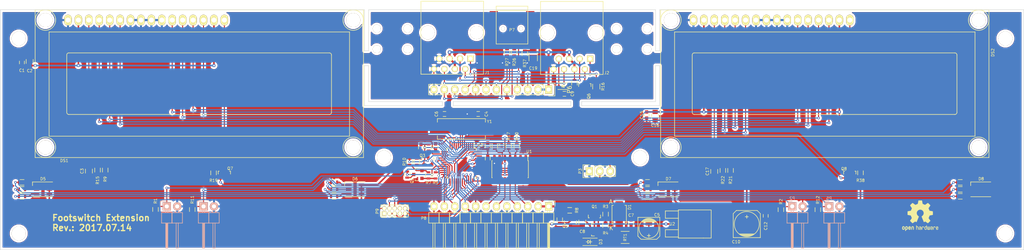
<source format=kicad_pcb>
(kicad_pcb (version 20170123) (host pcbnew "(2017-04-07 revision 7b4ea2a38)-master")
  (layers (0 F.Cu signal) (31 B.Cu signal) (34 B.Paste user) (35 F.Paste user) (36 B.SilkS user) (37 F.SilkS user) (38 B.Mask user) (39 F.Mask user) (44 Edge.Cuts user))
  (net 0 "")
  (net 1 GNDD)
  (net 2 "Net-(C4-Pad1)")
  (net 3 +5V)
  (net 4 +3V3)
  (net 5 CC_OUTPUT_DET)
  (net 6 RESET)
  (net 7 "Net-(D5-Pad1)")
  (net 8 "Net-(D5-Pad2)")
  (net 9 "Net-(D5-Pad3)")
  (net 10 "Net-(D6-Pad1)")
  (net 11 "Net-(D6-Pad2)")
  (net 12 "Net-(D6-Pad3)")
  (net 13 "Net-(D7-Pad1)")
  (net 14 "Net-(D7-Pad2)")
  (net 15 "Net-(D7-Pad3)")
  (net 16 "Net-(D8-Pad1)")
  (net 17 LCD_RS)
  (net 18 LCD_RW)
  (net 19 LCD1_EN)
  (net 20 LCD_D4)
  (net 21 LCD_D5)
  (net 22 LCD_D6)
  (net 23 LCD_D7)
  (net 24 "Net-(DS1-Pad16)")
  (net 25 LCD2_EN)
  (net 26 "Net-(DS2-Pad16)")
  (net 27 RS485_TX-)
  (net 28 RS485_RX-)
  (net 29 RS485_TX+)
  (net 30 RS485_RX+)
  (net 31 CHAIN_TX)
  (net 32 CHAIN_RX)
  (net 33 CHAIN_DE)
  (net 34 SWCLK)
  (net 35 SWO)
  (net 36 SWDIO)
  (net 37 FS1)
  (net 38 FS3)
  (net 39 FS2)
  (net 40 FS4)
  (net 41 LCD1_BL)
  (net 42 LCD2_BL)
  (net 43 USB_CONNECT)
  (net 44 USB_DM)
  (net 45 USB_DP)
  (net 46 USB_VBUS)
  (net 47 USB_VCC)
  (net 48 RJ45_TX-)
  (net 49 RJ45_RX-)
  (net 50 RJ45_TX+)
  (net 51 RJ45_RX+)
  (net 52 USB_PLUG_VCC)
  (net 53 USB_DP_CPU)
  (net 54 USB_DM_CPU)
  (net 55 "Net-(C5-Pad1)")
  (net 56 "Net-(C6-Pad1)")
  (net 57 "Net-(C8-Pad1)")
  (net 58 "Net-(C8-Pad2)")
  (net 59 +12V)
  (net 60 "Net-(D2-Pad1)")
  (net 61 "Net-(D8-Pad2)")
  (net 62 "Net-(D8-Pad3)")
  (net 63 "Net-(Q2-Pad1)")
  (net 64 "Net-(Q2-Pad3)")
  (net 65 "Net-(Q6-Pad2)")
  (net 66 LED_B1)
  (net 67 LED_R1)
  (net 68 LED_G1)
  (net 69 LED_B2)
  (net 70 LED_R2)
  (net 71 LED_G2)
  (net 72 LED_B3)
  (net 73 LED_R3)
  (net 74 LED_G3)
  (net 75 LED_B4)
  (net 76 LED_R4)
  (net 77 LED_G4)
  (net 78 "Net-(P6-Pad10)")
  (net 79 "Net-(P6-Pad11)")
  (net 80 VIN)
  (net 81 "Net-(C3-Pad1)")
  (net 82 "Net-(C17-Pad1)")
  (net 83 "Net-(C19-Pad1)")
  (net 84 "Net-(Q1-Pad1)")
  (net 85 "Net-(Q1-Pad3)")
  (net 86 ISP_TRIGGER)
  (net 87 "Net-(H1-Pad1)")
  (net 88 "Net-(H2-Pad1)")
  (net 89 "Net-(H3-Pad1)")
  (net 90 "Net-(H4-Pad1)")
  (net 91 "Net-(H5-Pad1)")
  (net 92 "Net-(H6-Pad1)")
  (net 93 "Net-(H7-Pad4)")
  (net 94 "Net-(H7-Pad3)")
  (net 95 "Net-(H7-Pad2)")
  (net 96 "Net-(H7-Pad1)")
  (net 97 "Net-(H8-Pad4)")
  (net 98 "Net-(H8-Pad3)")
  (net 99 "Net-(H8-Pad2)")
  (net 100 "Net-(H8-Pad1)")
  (net 101 "Net-(P7-Pad4)")
  (net 102 "Net-(P9-Pad1)")
  (net 103 "Net-(P9-Pad7)")
  (net 104 "Net-(P9-Pad8)")
  (net 105 CHAIN_RE)
  (net 106 "Net-(U3-Pad1)")
  (net 107 "Net-(U3-Pad2)")
  (net 108 "Net-(U3-Pad42)")
  (module Pin_Headers:Pin_Header_Angled_1x02 (layer B.Cu) (at 216.6747 104.9147 270)
    (fp_text reference P2 (at -1.9558 0 180) (layer B.SilkS) (effects (font (size 0.7 0.7) (thickness 0.1)) (justify mirror)))
    (fp_text value FOOT)
    (pad 2 thru_hole oval (at 0 -2.54 270) (size 2.032 2.032) (drill 1.016) (layers *.Cu *.Mask B.SilkS) (net 1 GNDD))
    (pad 1 thru_hole rect (at -0.0127 0 270) (size 2.032 2.032) (drill 1.016) (layers *.Cu *.Mask B.SilkS) (net 38 FS3))
  )
  (module Pin_Headers:Pin_Header_Angled_1x02 (layer B.Cu) (at 225.64598 104.9147 270)
    (fp_text reference P5 (at -1.9558 0 180) (layer B.SilkS) (effects (font (size 0.7 0.7) (thickness 0.1)) (justify mirror)))
    (fp_text value FOOT)
    (pad 2 thru_hole oval (at 0 -2.54 270) (size 2.032 2.032) (drill 1.016) (layers *.Cu *.Mask B.SilkS) (net 1 GNDD))
    (pad 1 thru_hole rect (at 0 0 270) (size 2.032 2.032) (drill 1.016) (layers *.Cu *.Mask B.SilkS) (net 40 FS4))
  )
  (module Pin_Headers:Pin_Header_Angled_1x02 (layer B.Cu) (at 73.2409 104.9147 270)
    (fp_text reference P4 (at -1.9812 0 180) (layer B.SilkS) (effects (font (size 0.7 0.7) (thickness 0.1)) (justify mirror)))
    (fp_text value FOOT)
    (pad 2 thru_hole oval (at 0 -2.54 270) (size 2.032 2.032) (drill 1.016) (layers *.Cu *.Mask B.SilkS) (net 1 GNDD))
    (pad 1 thru_hole rect (at 0 0 270) (size 2.032 2.032) (drill 1.016) (layers *.Cu *.Mask B.SilkS) (net 39 FS2))
  )
  (module Pin_Headers:Pin_Header_Angled_1x02 (layer B.Cu) (at 64.27978 104.9147 270)
    (fp_text reference P1 (at -2.0574 0.0254 180) (layer B.SilkS) (effects (font (size 0.7 0.7) (thickness 0.1)) (justify mirror)))
    (fp_text value FOOT)
    (pad 2 thru_hole oval (at 0 -2.54 270) (size 2.032 2.032) (drill 1.016) (layers *.Cu *.Mask B.SilkS) (net 1 GNDD))
    (pad 1 thru_hole rect (at 0 0 270) (size 2.032 2.032) (drill 1.016) (layers *.Cu *.Mask B.SilkS) (net 37 FS1))
  )
  (module Housings_SOIC:SOIC-14_3.9x8.7mm_Pitch1.27mm (layer F.Cu) (at 147.9296 95.8596 270)
    (fp_text reference U1 (at -4.318 -4.6482) (layer F.SilkS) (effects (font (size 0.7 0.7) (thickness 0.1))))
    (fp_text value ISL83491)
    (pad 1 smd rect (at -2.7 -3.81 270) (size 1.5 0.6) (layers F.Cu F.Paste F.Mask))
    (pad 2 smd rect (at -2.7 -2.54 270) (size 1.5 0.6) (layers F.Cu F.Paste F.Mask) (net 32 CHAIN_RX))
    (pad 3 smd rect (at -2.7 -1.27 270) (size 1.5 0.6) (layers F.Cu F.Paste F.Mask) (net 105 CHAIN_RE))
    (pad 4 smd rect (at -2.7 0 270) (size 1.5 0.6) (layers F.Cu F.Paste F.Mask) (net 33 CHAIN_DE))
    (pad 5 smd rect (at -2.7 1.27 270) (size 1.5 0.6) (layers F.Cu F.Paste F.Mask) (net 31 CHAIN_TX))
    (pad 6 smd rect (at -2.7 2.54 270) (size 1.5 0.6) (layers F.Cu F.Paste F.Mask) (net 1 GNDD))
    (pad 7 smd rect (at -2.7 3.81 270) (size 1.5 0.6) (layers F.Cu F.Paste F.Mask) (net 1 GNDD))
    (pad 8 smd rect (at 2.7 3.81 270) (size 1.5 0.6) (layers F.Cu F.Paste F.Mask))
    (pad 9 smd rect (at 2.7 2.54 270) (size 1.5 0.6) (layers F.Cu F.Paste F.Mask) (net 29 RS485_TX+))
    (pad 10 smd rect (at 2.7 1.27 270) (size 1.5 0.6) (layers F.Cu F.Paste F.Mask) (net 27 RS485_TX-))
    (pad 11 smd rect (at 2.7 0 270) (size 1.5 0.6) (layers F.Cu F.Paste F.Mask) (net 28 RS485_RX-))
    (pad 12 smd rect (at 2.7 -1.27 270) (size 1.5 0.6) (layers F.Cu F.Paste F.Mask) (net 30 RS485_RX+))
    (pad 13 smd rect (at 2.7 -2.54 270) (size 1.5 0.6) (layers F.Cu F.Paste F.Mask) (net 4 +3V3))
    (pad 14 smd rect (at 2.7 -3.81 270) (size 1.5 0.6) (layers F.Cu F.Paste F.Mask) (net 4 +3V3))
  )
  (module Pin_Headers:Pin_Header_Angled_1x12 (layer F.Cu) (at 157.3149 104.9147 270)
    (fp_text reference P8 (at 2.87528 30.43936) (layer F.SilkS) (effects (font (size 0.7 0.7) (thickness 0.1))))
    (fp_text value CONN_01X12)
    (pad 1 thru_hole rect (at 0 0 270) (size 2.032 1.7272) (drill 1.016) (layers *.Cu *.Mask F.SilkS) (net 59 +12V))
    (pad 2 thru_hole oval (at 0 2.54 270) (size 2.032 1.7272) (drill 1.016) (layers *.Cu *.Mask F.SilkS) (net 59 +12V))
    (pad 3 thru_hole oval (at 0 5.08 270) (size 2.032 1.7272) (drill 1.016) (layers *.Cu *.Mask F.SilkS) (net 30 RS485_RX+))
    (pad 4 thru_hole oval (at 0 7.62 270) (size 2.032 1.7272) (drill 1.016) (layers *.Cu *.Mask F.SilkS) (net 28 RS485_RX-))
    (pad 5 thru_hole oval (at 0 10.16 270) (size 2.032 1.7272) (drill 1.016) (layers *.Cu *.Mask F.SilkS) (net 1 GNDD))
    (pad 6 thru_hole oval (at 0 12.7 270) (size 2.032 1.7272) (drill 1.016) (layers *.Cu *.Mask F.SilkS) (net 27 RS485_TX-))
    (pad 7 thru_hole oval (at 0 15.24 270) (size 2.032 1.7272) (drill 1.016) (layers *.Cu *.Mask F.SilkS) (net 29 RS485_TX+))
    (pad 8 thru_hole oval (at 0 17.78 270) (size 2.032 1.7272) (drill 1.016) (layers *.Cu *.Mask F.SilkS) (net 1 GNDD))
    (pad 9 thru_hole oval (at 0 20.32 270) (size 2.032 1.7272) (drill 1.016) (layers *.Cu *.Mask F.SilkS) (net 47 USB_VCC))
    (pad 10 thru_hole oval (at 0 22.86 270) (size 2.032 1.7272) (drill 1.016) (layers *.Cu *.Mask F.SilkS) (net 54 USB_DM_CPU))
    (pad 11 thru_hole oval (at 0 25.4 270) (size 2.032 1.7272) (drill 1.016) (layers *.Cu *.Mask F.SilkS) (net 53 USB_DP_CPU))
    (pad 12 thru_hole oval (at 0 27.94 270) (size 2.032 1.7272) (drill 1.016) (layers *.Cu *.Mask F.SilkS) (net 1 GNDD))
  )
  (module Capacitors_SMD:C_0603 (layer F.Cu) (at 161.163 77.47508 180)
    (fp_text reference C9 (at -1.9558 0 270) (layer F.SilkS) (effects (font (size 0.7 0.7) (thickness 0.1))))
    (fp_text value 100nF)
    (pad 1 smd rect (at -0.75 0 180) (size 0.8 0.75) (layers F.Cu F.Paste F.Mask) (net 5 CC_OUTPUT_DET))
    (pad 2 smd rect (at 0.75 0 180) (size 0.8 0.75) (layers F.Cu F.Paste F.Mask) (net 1 GNDD))
  )
  (module local-footprints:WC1602A (layer F.Cu) (at 40.2082 59.5122)
    (fp_text reference DS1 (at -0.9271 34.2519 180) (layer F.SilkS) (effects (font (size 0.7 0.7) (thickness 0.1))))
    (fp_text value "ERM1602FS-6 3.3V")
    (pad 1 thru_hole oval (at 0 0) (size 1.8 2.6) (drill 1.2) (layers *.Cu *.Mask F.SilkS) (net 1 GNDD))
    (pad 2 thru_hole oval (at 2.54 0) (size 1.8 2.6) (drill 1.2) (layers *.Cu *.Mask F.SilkS) (net 4 +3V3))
    (pad 3 thru_hole oval (at 5.08 0) (size 1.8 2.6) (drill 1.2) (layers *.Cu *.Mask F.SilkS) (net 81 "Net-(C3-Pad1)"))
    (pad 4 thru_hole oval (at 7.62 0) (size 1.8 2.6) (drill 1.2) (layers *.Cu *.Mask F.SilkS) (net 17 LCD_RS))
    (pad 5 thru_hole oval (at 10.16 0) (size 1.8 2.6) (drill 1.2) (layers *.Cu *.Mask F.SilkS) (net 18 LCD_RW))
    (pad 6 thru_hole oval (at 12.7 0) (size 1.8 2.6) (drill 1.2) (layers *.Cu *.Mask F.SilkS) (net 19 LCD1_EN))
    (pad 7 thru_hole oval (at 15.24 0) (size 1.8 2.6) (drill 1.2) (layers *.Cu *.Mask F.SilkS) (net 1 GNDD))
    (pad 8 thru_hole oval (at 17.78 0) (size 1.8 2.6) (drill 1.2) (layers *.Cu *.Mask F.SilkS) (net 1 GNDD))
    (pad 9 thru_hole oval (at 20.32 0) (size 1.8 2.6) (drill 1.2) (layers *.Cu *.Mask F.SilkS) (net 1 GNDD))
    (pad 10 thru_hole oval (at 22.86 0) (size 1.8 2.6) (drill 1.2) (layers *.Cu *.Mask F.SilkS) (net 1 GNDD))
    (pad 11 thru_hole oval (at 25.4 0) (size 1.8 2.6) (drill 1.2) (layers *.Cu *.Mask F.SilkS) (net 20 LCD_D4))
    (pad 12 thru_hole oval (at 27.94 0) (size 1.8 2.6) (drill 1.2) (layers *.Cu *.Mask F.SilkS) (net 21 LCD_D5))
    (pad 13 thru_hole oval (at 30.48 0) (size 1.8 2.6) (drill 1.2) (layers *.Cu *.Mask F.SilkS) (net 22 LCD_D6))
    (pad 14 thru_hole oval (at 33.02 0) (size 1.8 2.6) (drill 1.2) (layers *.Cu *.Mask F.SilkS) (net 23 LCD_D7))
    (pad 15 thru_hole oval (at 35.56 0) (size 1.8 2.6) (drill 1.2) (layers *.Cu *.Mask F.SilkS) (net 4 +3V3))
    (pad 16 thru_hole oval (at 38.1 0) (size 1.8 2.6) (drill 1.2) (layers *.Cu *.Mask F.SilkS) (net 24 "Net-(DS1-Pad16)"))
    (pad 0 thru_hole circle (at -5.4991 0) (size 3.4 3.4) (drill 3.4) (layers *.Cu *.Mask F.SilkS))
    (pad 0 thru_hole circle (at -5.4991 31.0007) (size 3.4 3.4) (drill 3.4) (layers *.Cu *.Mask F.SilkS))
    (pad 0 thru_hole circle (at 69.49948 31.0007) (size 3.4 3.4) (drill 3.4) (layers *.Cu *.Mask F.SilkS))
    (pad 0 thru_hole circle (at 69.49948 0) (size 3.4 3.4) (drill 3.4) (layers *.Cu *.Mask F.SilkS))
  )
  (module Capacitors_SMD:c_elec_6.3x5.3 (layer F.Cu) (at 205.6 109.22 90)
    (fp_text reference C10 (at -4.32054 -2.59334 180) (layer F.SilkS) (effects (font (size 0.7 0.7) (thickness 0.1))))
    (fp_text value 100uF)
    (pad 2 smd rect (at -2.75082 0 90) (size 3.59918 1.6002) (layers F.Cu F.Paste F.Mask) (net 1 GNDD))
    (pad 1 smd rect (at 2.75082 0 90) (size 3.59918 1.6002) (layers F.Cu F.Paste F.Mask) (net 4 +3V3))
  )
  (module Housings_QFP:LQFP-48_7x7mm_Pitch0.5mm (layer F.Cu) (at 136.0678 94.3864 270)
    (fp_text reference U3 (at -4.45008 -4.572) (layer F.SilkS) (effects (font (size 0.7 0.7) (thickness 0.1))))
    (fp_text value LPC11U24FBD48/401)
    (pad 1 smd rect (at -4.35 -2.75 270) (size 1.3 0.25) (layers F.Cu F.Paste F.Mask) (net 106 "Net-(U3-Pad1)"))
    (pad 2 smd rect (at -4.35 -2.25 270) (size 1.3 0.25) (layers F.Cu F.Paste F.Mask) (net 107 "Net-(U3-Pad2)"))
    (pad 3 smd rect (at -4.35 -1.75 270) (size 1.3 0.25) (layers F.Cu F.Paste F.Mask) (net 6 RESET))
    (pad 4 smd rect (at -4.35 -1.25 270) (size 1.3 0.25) (layers F.Cu F.Paste F.Mask) (net 86 ISP_TRIGGER))
    (pad 5 smd rect (at -4.35 -0.75 270) (size 1.3 0.25) (layers F.Cu F.Paste F.Mask) (net 1 GNDD))
    (pad 6 smd rect (at -4.35 -0.25 270) (size 1.3 0.25) (layers F.Cu F.Paste F.Mask) (net 2 "Net-(C4-Pad1)"))
    (pad 7 smd rect (at -4.35 0.25 270) (size 1.3 0.25) (layers F.Cu F.Paste F.Mask) (net 56 "Net-(C6-Pad1)"))
    (pad 8 smd rect (at -4.35 0.75 270) (size 1.3 0.25) (layers F.Cu F.Paste F.Mask) (net 4 +3V3))
    (pad 9 smd rect (at -4.35 1.25 270) (size 1.3 0.25) (layers F.Cu F.Paste F.Mask) (net 23 LCD_D7))
    (pad 10 smd rect (at -4.35 1.75 270) (size 1.3 0.25) (layers F.Cu F.Paste F.Mask) (net 22 LCD_D6))
    (pad 11 smd rect (at -4.35 2.25 270) (size 1.3 0.25) (layers F.Cu F.Paste F.Mask) (net 21 LCD_D5))
    (pad 12 smd rect (at -4.35 2.75 270) (size 1.3 0.25) (layers F.Cu F.Paste F.Mask) (net 20 LCD_D4))
    (pad 13 smd rect (at -2.75 4.35) (size 1.3 0.25) (layers F.Cu F.Paste F.Mask) (net 18 LCD_RW))
    (pad 14 smd rect (at -2.25 4.35) (size 1.3 0.25) (layers F.Cu F.Paste F.Mask) (net 46 USB_VBUS))
    (pad 15 smd rect (at -1.75 4.35) (size 1.3 0.25) (layers F.Cu F.Paste F.Mask) (net 17 LCD_RS))
    (pad 16 smd rect (at -1.25 4.35) (size 1.3 0.25) (layers F.Cu F.Paste F.Mask) (net 70 LED_R2))
    (pad 17 smd rect (at -0.75 4.35) (size 1.3 0.25) (layers F.Cu F.Paste F.Mask) (net 69 LED_B2))
    (pad 18 smd rect (at -0.25 4.35) (size 1.3 0.25) (layers F.Cu F.Paste F.Mask) (net 71 LED_G2))
    (pad 19 smd rect (at 0.25 4.35) (size 1.3 0.25) (layers F.Cu F.Paste F.Mask) (net 54 USB_DM_CPU))
    (pad 20 smd rect (at 0.75 4.35) (size 1.3 0.25) (layers F.Cu F.Paste F.Mask) (net 53 USB_DP_CPU))
    (pad 21 smd rect (at 1.25 4.35) (size 1.3 0.25) (layers F.Cu F.Paste F.Mask) (net 41 LCD1_BL))
    (pad 22 smd rect (at 1.75 4.35) (size 1.3 0.25) (layers F.Cu F.Paste F.Mask) (net 43 USB_CONNECT))
    (pad 23 smd rect (at 2.25 4.35) (size 1.3 0.25) (layers F.Cu F.Paste F.Mask) (net 37 FS1))
    (pad 24 smd rect (at 2.75 4.35) (size 1.3 0.25) (layers F.Cu F.Paste F.Mask) (net 39 FS2))
    (pad 25 smd rect (at 4.35 2.75 270) (size 1.3 0.25) (layers F.Cu F.Paste F.Mask) (net 66 LED_B1))
    (pad 26 smd rect (at 4.35 2.25 270) (size 1.3 0.25) (layers F.Cu F.Paste F.Mask) (net 67 LED_R1))
    (pad 27 smd rect (at 4.35 1.75 270) (size 1.3 0.25) (layers F.Cu F.Paste F.Mask) (net 68 LED_G1))
    (pad 28 smd rect (at 4.35 1.25 270) (size 1.3 0.25) (layers F.Cu F.Paste F.Mask) (net 35 SWO))
    (pad 29 smd rect (at 4.35 0.75 270) (size 1.3 0.25) (layers F.Cu F.Paste F.Mask) (net 34 SWCLK))
    (pad 30 smd rect (at 4.35 0.25 270) (size 1.3 0.25) (layers F.Cu F.Paste F.Mask) (net 77 LED_G4))
    (pad 31 smd rect (at 4.35 -0.25 270) (size 1.3 0.25) (layers F.Cu F.Paste F.Mask) (net 76 LED_R4))
    (pad 32 smd rect (at 4.35 -0.75 270) (size 1.3 0.25) (layers F.Cu F.Paste F.Mask) (net 75 LED_B4))
    (pad 33 smd rect (at 4.35 -1.25 270) (size 1.3 0.25) (layers F.Cu F.Paste F.Mask) (net 74 LED_G3))
    (pad 34 smd rect (at 4.35 -1.75 270) (size 1.3 0.25) (layers F.Cu F.Paste F.Mask) (net 73 LED_R3))
    (pad 35 smd rect (at 4.35 -2.25 270) (size 1.3 0.25) (layers F.Cu F.Paste F.Mask) (net 72 LED_B3))
    (pad 36 smd rect (at 4.35 -2.75 270) (size 1.3 0.25) (layers F.Cu F.Paste F.Mask) (net 31 CHAIN_TX))
    (pad 37 smd rect (at 2.75 -4.35) (size 1.3 0.25) (layers F.Cu F.Paste F.Mask) (net 32 CHAIN_RX))
    (pad 38 smd rect (at 2.25 -4.35) (size 1.3 0.25) (layers F.Cu F.Paste F.Mask) (net 105 CHAIN_RE))
    (pad 39 smd rect (at 1.75 -4.35) (size 1.3 0.25) (layers F.Cu F.Paste F.Mask) (net 36 SWDIO))
    (pad 40 smd rect (at 1.25 -4.35) (size 1.3 0.25) (layers F.Cu F.Paste F.Mask) (net 33 CHAIN_DE))
    (pad 41 smd rect (at 0.75 -4.35) (size 1.3 0.25) (layers F.Cu F.Paste F.Mask) (net 1 GNDD))
    (pad 42 smd rect (at 0.25 -4.35) (size 1.3 0.25) (layers F.Cu F.Paste F.Mask) (net 108 "Net-(U3-Pad42)"))
    (pad 43 smd rect (at -0.25 -4.35) (size 1.3 0.25) (layers F.Cu F.Paste F.Mask) (net 40 FS4))
    (pad 44 smd rect (at -0.75 -4.35) (size 1.3 0.25) (layers F.Cu F.Paste F.Mask) (net 4 +3V3))
    (pad 45 smd rect (at -1.25 -4.35) (size 1.3 0.25) (layers F.Cu F.Paste F.Mask) (net 38 FS3))
    (pad 46 smd rect (at -1.75 -4.35) (size 1.3 0.25) (layers F.Cu F.Paste F.Mask) (net 42 LCD2_BL))
    (pad 47 smd rect (at -2.25 -4.35) (size 1.3 0.25) (layers F.Cu F.Paste F.Mask) (net 25 LCD2_EN))
    (pad 48 smd rect (at -2.75 -4.35) (size 1.3 0.25) (layers F.Cu F.Paste F.Mask) (net 19 LCD1_EN))
  )
  (module Housings_SOT-23_SOT-143_TSOT-6:SOT-23 (layer F.Cu) (at 125.44806 97.14738 90)
    (fp_text reference Q2 (at -1.4605 -1.4097 90) (layer F.SilkS) (effects (font (size 0.7 0.7) (thickness 0.1))))
    (fp_text value BC857)
    (pad 1 smd rect (at -0.95 1.00076 90) (size 0.8001 0.8001) (layers F.Cu F.Paste F.Mask) (net 63 "Net-(Q2-Pad1)"))
    (pad 2 smd rect (at 0.95 1.00076 90) (size 0.8001 0.8001) (layers F.Cu F.Paste F.Mask) (net 4 +3V3))
    (pad 3 smd rect (at 0 -0.99822 90) (size 0.8001 0.8001) (layers F.Cu F.Paste F.Mask) (net 64 "Net-(Q2-Pad3)"))
  )
  (module Capacitors_SMD:C_0805 (layer F.Cu) (at 165.53 108.73 90)
    (fp_text reference C8 (at -2.31 0 180) (layer F.SilkS) (effects (font (size 0.7 0.7) (thickness 0.1))))
    (fp_text value 10uF)
    (pad 1 smd rect (at -1 0 90) (size 1 1.25) (layers F.Cu F.Paste F.Mask) (net 57 "Net-(C8-Pad1)"))
    (pad 2 smd rect (at 1 0 90) (size 1 1.25) (layers F.Cu F.Paste F.Mask) (net 58 "Net-(C8-Pad2)"))
  )
  (module Capacitors_SMD:C_0603 (layer F.Cu) (at 177.41 108.97 90)
    (fp_text reference C7 (at 1.9 0 180) (layer F.SilkS) (effects (font (size 0.7 0.7) (thickness 0.1))))
    (fp_text value 100nF)
    (pad 1 smd rect (at -0.75 0 90) (size 0.8 0.75) (layers F.Cu F.Paste F.Mask) (net 55 "Net-(C5-Pad1)"))
    (pad 2 smd rect (at 0.75 0 90) (size 0.8 0.75) (layers F.Cu F.Paste F.Mask) (net 1 GNDD))
  )
  (module Capacitors_SMD:C_0603 (layer F.Cu) (at 210.21 107.22 270)
    (fp_text reference C12 (at 2.4765 0 270) (layer F.SilkS) (effects (font (size 0.7 0.7) (thickness 0.1))))
    (fp_text value 100nF)
    (pad 1 smd rect (at -0.75 0 270) (size 0.8 0.75) (layers F.Cu F.Paste F.Mask) (net 4 +3V3))
    (pad 2 smd rect (at 0.75 0 270) (size 0.8 0.75) (layers F.Cu F.Paste F.Mask) (net 1 GNDD))
  )
  (module Capacitors_SMD:C_0603 (layer F.Cu) (at 140.1572 82.3976 180)
    (fp_text reference C4 (at -1.99644 0 270) (layer F.SilkS) (effects (font (size 0.7 0.7) (thickness 0.1))))
    (fp_text value 18pF)
    (pad 1 smd rect (at -0.75 0 180) (size 0.8 0.75) (layers F.Cu F.Paste F.Mask) (net 2 "Net-(C4-Pad1)"))
    (pad 2 smd rect (at 0.75 0 180) (size 0.8 0.75) (layers F.Cu F.Paste F.Mask) (net 1 GNDD))
  )
  (module Capacitors_SMD:C_0603 (layer F.Cu) (at 131.94792 82.3976)
    (fp_text reference C6 (at -1.96596 0 90) (layer F.SilkS) (effects (font (size 0.7 0.7) (thickness 0.1))))
    (fp_text value 18pF)
    (pad 1 smd rect (at -0.75 0) (size 0.8 0.75) (layers F.Cu F.Paste F.Mask) (net 56 "Net-(C6-Pad1)"))
    (pad 2 smd rect (at 0.75 0) (size 0.8 0.75) (layers F.Cu F.Paste F.Mask) (net 1 GNDD))
  )
  (module Capacitors_SMD:C_0603 (layer F.Cu) (at 129.78384 90.424 90)
    (fp_text reference C13 hide)
    (fp_text value 100nF)
    (pad 1 smd rect (at -0.75 0 90) (size 0.8 0.75) (layers F.Cu F.Paste F.Mask) (net 1 GNDD))
    (pad 2 smd rect (at 0.75 0 90) (size 0.8 0.75) (layers F.Cu F.Paste F.Mask) (net 4 +3V3))
  )
  (module Capacitors_SMD:C_0603 (layer F.Cu) (at 142.4813 93.2815 270)
    (fp_text reference C14 hide)
    (fp_text value 100nF)
    (pad 1 smd rect (at -0.75 0 270) (size 0.8 0.75) (layers F.Cu F.Paste F.Mask) (net 1 GNDD))
    (pad 2 smd rect (at 0.75 0 270) (size 0.8 0.75) (layers F.Cu F.Paste F.Mask) (net 4 +3V3))
  )
  (module Capacitors_SMD:C_0603 (layer F.Cu) (at 142.48 90.23 90)
    (fp_text reference C21 hide)
    (fp_text value 100nF)
    (pad 1 smd rect (at -0.75 0 90) (size 0.8 0.75) (layers F.Cu F.Paste F.Mask) (net 1 GNDD))
    (pad 2 smd rect (at 0.75 0 90) (size 0.8 0.75) (layers F.Cu F.Paste F.Mask) (net 6 RESET))
  )
  (module Capacitors_SMD:C_0603 (layer F.Cu) (at 28.9814 69.85 90)
    (fp_text reference C1 (at -1.9304 0 180) (layer F.SilkS) (effects (font (size 0.7 0.7) (thickness 0.1))))
    (fp_text value 100nF)
    (pad 1 smd rect (at -0.75 0 90) (size 0.8 0.75) (layers F.Cu F.Paste F.Mask) (net 4 +3V3))
    (pad 2 smd rect (at 0.75 0 90) (size 0.8 0.75) (layers F.Cu F.Paste F.Mask) (net 1 GNDD))
  )
  (module Capacitors_SMD:C_0805 (layer F.Cu) (at 30.8737 69.596 90)
    (fp_text reference C2 (at -2.2733 0 180) (layer F.SilkS) (effects (font (size 0.7 0.7) (thickness 0.1))))
    (fp_text value 10uF)
    (pad 1 smd rect (at -1 0 90) (size 1 1.25) (layers F.Cu F.Paste F.Mask) (net 4 +3V3))
    (pad 2 smd rect (at 1 0 90) (size 1 1.25) (layers F.Cu F.Paste F.Mask) (net 1 GNDD))
  )
  (module Capacitors_SMD:C_0603 (layer F.Cu) (at 181.2036 82.6516 270)
    (fp_text reference C15 (at 0 1.1938 90) (layer F.SilkS) (effects (font (size 0.7 0.7) (thickness 0.1))))
    (fp_text value 100nF)
    (pad 1 smd rect (at -0.75 0 270) (size 0.8 0.75) (layers F.Cu F.Paste F.Mask) (net 4 +3V3))
    (pad 2 smd rect (at 0.75 0 270) (size 0.8 0.75) (layers F.Cu F.Paste F.Mask) (net 1 GNDD))
  )
  (module Capacitors_SMD:C_0805 (layer F.Cu) (at 183.2737 82.8929 270)
    (fp_text reference C16 (at 2.2733 0) (layer F.SilkS) (effects (font (size 0.7 0.7) (thickness 0.1))))
    (fp_text value 10uF)
    (pad 1 smd rect (at -1 0 270) (size 1 1.25) (layers F.Cu F.Paste F.Mask) (net 4 +3V3))
    (pad 2 smd rect (at 1 0 270) (size 1 1.25) (layers F.Cu F.Paste F.Mask) (net 1 GNDD))
  )
  (module Diodes_SMD:Diode-SMA_Standard (layer F.Cu) (at 174.51 106.9 90)
    (fp_text reference D1 (at 1.81 2.53 90) (layer F.SilkS) (effects (font (size 0.7 0.7) (thickness 0.1))))
    (fp_text value CGRA4007-G)
    (fp_text user K (at -3.31216 -1.93548 180) (layer F.SilkS))
    (fp_text user A (at 3.11912 -2.04216 180) (layer F.SilkS))
    (pad 1 smd rect (at -1.99898 0 90) (size 2.49936 1.80086) (layers F.Cu F.Paste F.Mask) (net 3 +5V))
    (pad 2 smd rect (at 1.99898 0 90) (size 2.49936 1.80086) (layers F.Cu F.Paste F.Mask) (net 59 +12V))
  )
  (module Diodes_SMD:SOD-123 (layer F.Cu) (at 167.17 113.55 180)
    (fp_text reference D3 (at -2.84 0 90) (layer F.SilkS) (effects (font (size 0.7 0.7) (thickness 0.1))))
    (fp_text value 1N5819)
    (pad 1 smd rect (at -1.635 0 180) (size 0.91 1.22) (layers F.Cu F.Paste F.Mask) (net 3 +5V))
    (pad 2 smd rect (at 1.635 0 180) (size 0.91 1.22) (layers F.Cu F.Paste F.Mask) (net 57 "Net-(C8-Pad1)"))
  )
  (module LEDs:LED-RGB_PLLC-6 (layer F.Cu) (at 34.1122 100.7618)
    (fp_text reference D5 (at 0 -2.55 180) (layer F.SilkS) (effects (font (size 0.7 0.7) (thickness 0.1))))
    (fp_text value LED_RGB)
    (pad 1 smd rect (at -1.55 -1.1 90) (size 0.7 1.3) (layers F.Cu F.Paste F.Mask) (net 7 "Net-(D5-Pad1)"))
    (pad 2 smd rect (at -1.55 0 90) (size 0.7 1.3) (layers F.Cu F.Paste F.Mask) (net 8 "Net-(D5-Pad2)"))
    (pad 3 smd rect (at -1.55 1.1 90) (size 0.7 1.3) (layers F.Cu F.Paste F.Mask) (net 9 "Net-(D5-Pad3)"))
    (pad 4 smd rect (at 1.55 1.1 90) (size 0.7 1.3) (layers F.Cu F.Paste F.Mask) (net 4 +3V3))
    (pad 5 smd rect (at 1.55 0 90) (size 0.7 1.3) (layers F.Cu F.Paste F.Mask) (net 4 +3V3))
    (pad 6 smd rect (at 1.55 -1.1 90) (size 0.7 1.3) (layers F.Cu F.Paste F.Mask) (net 4 +3V3))
  )
  (module LEDs:LED-RGB_PLLC-6 (layer F.Cu) (at 110.1598 100.7618)
    (fp_text reference D6 (at 0 -2.55 180) (layer F.SilkS) (effects (font (size 0.7 0.7) (thickness 0.1))))
    (fp_text value LED_RGB)
    (pad 1 smd rect (at -1.55 -1.1 90) (size 0.7 1.3) (layers F.Cu F.Paste F.Mask) (net 10 "Net-(D6-Pad1)"))
    (pad 2 smd rect (at -1.55 0 90) (size 0.7 1.3) (layers F.Cu F.Paste F.Mask) (net 11 "Net-(D6-Pad2)"))
    (pad 3 smd rect (at -1.55 1.1 90) (size 0.7 1.3) (layers F.Cu F.Paste F.Mask) (net 12 "Net-(D6-Pad3)"))
    (pad 4 smd rect (at 1.55 1.1 90) (size 0.7 1.3) (layers F.Cu F.Paste F.Mask) (net 4 +3V3))
    (pad 5 smd rect (at 1.55 0 90) (size 0.7 1.3) (layers F.Cu F.Paste F.Mask) (net 4 +3V3))
    (pad 6 smd rect (at 1.55 -1.1 90) (size 0.7 1.3) (layers F.Cu F.Paste F.Mask) (net 4 +3V3))
  )
  (module LEDs:LED-RGB_PLLC-6 (layer F.Cu) (at 186.5122 100.7618)
    (fp_text reference D7 (at 0 -2.55 180) (layer F.SilkS) (effects (font (size 0.7 0.7) (thickness 0.1))))
    (fp_text value LED_RGB)
    (pad 1 smd rect (at -1.55 -1.1 90) (size 0.7 1.3) (layers F.Cu F.Paste F.Mask) (net 13 "Net-(D7-Pad1)"))
    (pad 2 smd rect (at -1.55 0 90) (size 0.7 1.3) (layers F.Cu F.Paste F.Mask) (net 14 "Net-(D7-Pad2)"))
    (pad 3 smd rect (at -1.55 1.1 90) (size 0.7 1.3) (layers F.Cu F.Paste F.Mask) (net 15 "Net-(D7-Pad3)"))
    (pad 4 smd rect (at 1.55 1.1 90) (size 0.7 1.3) (layers F.Cu F.Paste F.Mask) (net 4 +3V3))
    (pad 5 smd rect (at 1.55 0 90) (size 0.7 1.3) (layers F.Cu F.Paste F.Mask) (net 4 +3V3))
    (pad 6 smd rect (at 1.55 -1.1 90) (size 0.7 1.3) (layers F.Cu F.Paste F.Mask) (net 4 +3V3))
  )
  (module LEDs:LED-RGB_PLLC-6 (layer F.Cu) (at 262.7122 100.7618)
    (fp_text reference D8 (at 0 -2.55 180) (layer F.SilkS) (effects (font (size 0.7 0.7) (thickness 0.1))))
    (fp_text value LED_RGB)
    (pad 1 smd rect (at -1.55 -1.1 90) (size 0.7 1.3) (layers F.Cu F.Paste F.Mask) (net 16 "Net-(D8-Pad1)"))
    (pad 2 smd rect (at -1.55 0 90) (size 0.7 1.3) (layers F.Cu F.Paste F.Mask) (net 61 "Net-(D8-Pad2)"))
    (pad 3 smd rect (at -1.55 1.1 90) (size 0.7 1.3) (layers F.Cu F.Paste F.Mask) (net 62 "Net-(D8-Pad3)"))
    (pad 4 smd rect (at 1.55 1.1 90) (size 0.7 1.3) (layers F.Cu F.Paste F.Mask) (net 4 +3V3))
    (pad 5 smd rect (at 1.55 0 90) (size 0.7 1.3) (layers F.Cu F.Paste F.Mask) (net 4 +3V3))
    (pad 6 smd rect (at 1.55 -1.1 90) (size 0.7 1.3) (layers F.Cu F.Paste F.Mask) (net 4 +3V3))
  )
  (module Pin_Headers:Pin_Header_Straight_2x05_Pitch1.27mm (layer F.Cu) (at 117.26672 106.65968 90)
    (fp_text reference P9 (at 0.55 -1.7 90) (layer F.SilkS) (effects (font (size 0.7 0.7) (thickness 0.1))))
    (fp_text value SWD)
    (pad 1 thru_hole rect (at 0 0 90) (size 1.05 1.05) (drill 0.65) (layers *.Cu *.Mask F.SilkS) (net 102 "Net-(P9-Pad1)"))
    (pad 3 thru_hole circle (at 0 1.27 90) (size 1.05 1.05) (drill 0.65) (layers *.Cu *.Mask F.SilkS) (net 1 GNDD))
    (pad 5 thru_hole circle (at 0 2.54 90) (size 1.05 1.05) (drill 0.65) (layers *.Cu *.Mask F.SilkS) (net 1 GNDD))
    (pad 7 thru_hole circle (at 0 3.81 90) (size 1.05 1.05) (drill 0.65) (layers *.Cu *.Mask F.SilkS) (net 103 "Net-(P9-Pad7)"))
    (pad 9 thru_hole circle (at 0 5.08 90) (size 1.05 1.05) (drill 0.65) (layers *.Cu *.Mask F.SilkS) (net 1 GNDD))
    (pad 4 thru_hole circle (at 1.27 1.27 90) (size 1.05 1.05) (drill 0.65) (layers *.Cu *.Mask F.SilkS) (net 34 SWCLK))
    (pad 6 thru_hole circle (at 1.27 2.54 90) (size 1.05 1.05) (drill 0.65) (layers *.Cu *.Mask F.SilkS) (net 35 SWO))
    (pad 8 thru_hole circle (at 1.27 3.81 90) (size 1.05 1.05) (drill 0.65) (layers *.Cu *.Mask F.SilkS) (net 104 "Net-(P9-Pad8)"))
    (pad 10 thru_hole circle (at 1.27 5.08 90) (size 1.05 1.05) (drill 0.65) (layers *.Cu *.Mask F.SilkS) (net 6 RESET))
    (pad 2 thru_hole circle (at 1.27 0 90) (size 1.05 1.05) (drill 0.65) (layers *.Cu *.Mask F.SilkS) (net 36 SWDIO))
  )
  (module Housings_SOT-23_SOT-143_TSOT-6:SOT-23 (layer F.Cu) (at 168.48 107.05 180)
    (fp_text reference Q1 (at 0 2.08 180) (layer F.SilkS) (effects (font (size 0.7 0.7) (thickness 0.1))))
    (fp_text value 2N7002)
    (pad 1 smd rect (at -0.95 1.00076 180) (size 0.8001 0.8001) (layers F.Cu F.Paste F.Mask) (net 84 "Net-(Q1-Pad1)"))
    (pad 2 smd rect (at 0.95 1.00076 180) (size 0.8001 0.8001) (layers F.Cu F.Paste F.Mask) (net 1 GNDD))
    (pad 3 smd rect (at 0 -0.99822 180) (size 0.8001 0.8001) (layers F.Cu F.Paste F.Mask) (net 85 "Net-(Q1-Pad3)"))
  )
  (module Housings_SOT-23_SOT-143_TSOT-6:SOT-23 (layer F.Cu) (at 168.43 110.62 90)
    (fp_text reference Q4 hide)
    (fp_text value 2N7002)
    (pad 1 smd rect (at -0.95 1.00076 90) (size 0.8001 0.8001) (layers F.Cu F.Paste F.Mask) (net 85 "Net-(Q1-Pad3)"))
    (pad 2 smd rect (at 0.95 1.00076 90) (size 0.8001 0.8001) (layers F.Cu F.Paste F.Mask) (net 1 GNDD))
    (pad 3 smd rect (at 0 -0.99822 90) (size 0.8001 0.8001) (layers F.Cu F.Paste F.Mask) (net 58 "Net-(C8-Pad2)"))
  )
  (module local-footprints:SOT-23-fairchild (layer F.Cu) (at 162.65 108.43 180)
    (fp_text reference Q5 (at 1.2827 -1.3208 180) (layer F.SilkS) (effects (font (size 0.7 0.7) (thickness 0.1))))
    (fp_text value FDN306P)
    (pad 1 smd rect (at -0.95 1.00076 180) (size 0.8001 0.8001) (layers F.Cu F.Paste F.Mask) (net 58 "Net-(C8-Pad2)"))
    (pad 2 smd rect (at 0.95 1.00076 180) (size 0.8001 0.8001) (layers F.Cu F.Paste F.Mask) (net 47 USB_VCC))
    (pad 3 smd rect (at 0 -1.3 180) (size 0.8001 0.8001) (layers F.Cu F.Paste F.Mask) (net 57 "Net-(C8-Pad1)"))
  )
  (module Housings_SOT-23_SOT-143_TSOT-6:SOT-23 (layer F.Cu) (at 78.31 96.99)
    (fp_text reference Q7 (at 1.4097 -1.3081) (layer F.SilkS) (effects (font (size 0.7 0.7) (thickness 0.1))))
    (fp_text value 2N7002)
    (pad 1 smd rect (at -0.95 1.00076) (size 0.8001 0.8001) (layers F.Cu F.Paste F.Mask) (net 41 LCD1_BL))
    (pad 2 smd rect (at 0.95 1.00076) (size 0.8001 0.8001) (layers F.Cu F.Paste F.Mask) (net 1 GNDD))
    (pad 3 smd rect (at 0 -0.99822) (size 0.8001 0.8001) (layers F.Cu F.Paste F.Mask) (net 24 "Net-(DS1-Pad16)"))
  )
  (module Housings_SOT-23_SOT-143_TSOT-6:SOT-23 (layer F.Cu) (at 230.7 96.99)
    (fp_text reference Q8 (at -1.4097 -1.2446) (layer F.SilkS) (effects (font (size 0.7 0.7) (thickness 0.1))))
    (fp_text value 2N7002)
    (pad 1 smd rect (at -0.95 1.00076) (size 0.8001 0.8001) (layers F.Cu F.Paste F.Mask) (net 42 LCD2_BL))
    (pad 2 smd rect (at 0.95 1.00076) (size 0.8001 0.8001) (layers F.Cu F.Paste F.Mask) (net 1 GNDD))
    (pad 3 smd rect (at 0 -0.99822) (size 0.8001 0.8001) (layers F.Cu F.Paste F.Mask) (net 26 "Net-(DS2-Pad16)"))
  )
  (module Resistors_SMD:R_0603 (layer F.Cu) (at 171.19 106.8 270)
    (fp_text reference R3 (at -1.84 0) (layer F.SilkS) (effects (font (size 0.7 0.7) (thickness 0.1))))
    (fp_text value 10K)
    (pad 1 smd rect (at -0.75 0 270) (size 0.5 0.9) (layers F.Cu F.Paste F.Mask) (net 59 +12V))
    (pad 2 smd rect (at 0.75 0 270) (size 0.5 0.9) (layers F.Cu F.Paste F.Mask) (net 84 "Net-(Q1-Pad1)"))
  )
  (module Resistors_SMD:R_0603 (layer F.Cu) (at 171.19 109.59 270)
    (fp_text reference R4 (at 1.84 0) (layer F.SilkS) (effects (font (size 0.7 0.7) (thickness 0.1))))
    (fp_text value 10K)
    (pad 1 smd rect (at -0.75 0 270) (size 0.5 0.9) (layers F.Cu F.Paste F.Mask) (net 84 "Net-(Q1-Pad1)"))
    (pad 2 smd rect (at 0.75 0 270) (size 0.5 0.9) (layers F.Cu F.Paste F.Mask) (net 1 GNDD))
  )
  (module Resistors_SMD:R_0603 (layer F.Cu) (at 162.45 105.88)
    (fp_text reference R8 (at 1.74 0 90) (layer F.SilkS) (effects (font (size 0.7 0.7) (thickness 0.1))))
    (fp_text value 10K)
    (pad 1 smd rect (at -0.75 0) (size 0.5 0.9) (layers F.Cu F.Paste F.Mask) (net 47 USB_VCC))
    (pad 2 smd rect (at 0.75 0) (size 0.5 0.9) (layers F.Cu F.Paste F.Mask) (net 85 "Net-(Q1-Pad3)"))
  )
  (module Resistors_SMD:R_0603 (layer F.Cu) (at 160.03 108.18 270)
    (fp_text reference R13 hide)
    (fp_text value 10K)
    (pad 1 smd rect (at -0.75 0 270) (size 0.5 0.9) (layers F.Cu F.Paste F.Mask) (net 47 USB_VCC))
    (pad 2 smd rect (at 0.75 0 270) (size 0.5 0.9) (layers F.Cu F.Paste F.Mask) (net 58 "Net-(C8-Pad2)"))
  )
  (module Resistors_SMD:R_0603 (layer F.Cu) (at 147.57 90.16 270)
    (fp_text reference R17 (at -2.35 0 90) (layer F.SilkS) (effects (font (size 0.7 0.7) (thickness 0.1))))
    (fp_text value 10K)
    (pad 1 smd rect (at -0.75 0 270) (size 0.5 0.9) (layers F.Cu F.Paste F.Mask) (net 1 GNDD))
    (pad 2 smd rect (at 0.75 0 270) (size 0.5 0.9) (layers F.Cu F.Paste F.Mask) (net 33 CHAIN_DE))
  )
  (module Resistors_SMD:R_0603 (layer F.Cu) (at 144.22 90.23 90)
    (fp_text reference R39 hide)
    (fp_text value 10K)
    (pad 1 smd rect (at -0.75 0 90) (size 0.5 0.9) (layers F.Cu F.Paste F.Mask) (net 4 +3V3))
    (pad 2 smd rect (at 0.75 0 90) (size 0.5 0.9) (layers F.Cu F.Paste F.Mask) (net 6 RESET))
  )
  (module Resistors_SMD:R_0603 (layer F.Cu) (at 61.53 105.66 90)
    (fp_text reference R1 (at 2.06 0 90) (layer F.SilkS) (effects (font (size 0.7 0.7) (thickness 0.1))))
    (fp_text value 10K)
    (pad 1 smd rect (at -0.75 0 90) (size 0.5 0.9) (layers F.Cu F.Paste F.Mask) (net 4 +3V3))
    (pad 2 smd rect (at 0.75 0 90) (size 0.5 0.9) (layers F.Cu F.Paste F.Mask) (net 37 FS1))
  )
  (module Resistors_SMD:R_0603 (layer F.Cu) (at 213.92 105.72 90)
    (fp_text reference R2 (at 1.95 0 90) (layer F.SilkS) (effects (font (size 0.7 0.7) (thickness 0.1))))
    (fp_text value 10K)
    (pad 1 smd rect (at -0.75 0 90) (size 0.5 0.9) (layers F.Cu F.Paste F.Mask) (net 4 +3V3))
    (pad 2 smd rect (at 0.75 0 90) (size 0.5 0.9) (layers F.Cu F.Paste F.Mask) (net 38 FS3))
  )
  (module Resistors_SMD:R_0603 (layer F.Cu) (at 70.49 105.6767 90)
    (fp_text reference R11 (at 2.3767 0 90) (layer F.SilkS) (effects (font (size 0.7 0.7) (thickness 0.1))))
    (fp_text value 10K)
    (pad 1 smd rect (at -0.75 0 90) (size 0.5 0.9) (layers F.Cu F.Paste F.Mask) (net 4 +3V3))
    (pad 2 smd rect (at 0.75 0 90) (size 0.5 0.9) (layers F.Cu F.Paste F.Mask) (net 39 FS2))
  )
  (module Resistors_SMD:R_0603 (layer F.Cu) (at 222.91 105.72 90)
    (fp_text reference R12 (at 2.37 0 90) (layer F.SilkS) (effects (font (size 0.7 0.7) (thickness 0.1))))
    (fp_text value 10K)
    (pad 1 smd rect (at -0.75 0 90) (size 0.5 0.9) (layers F.Cu F.Paste F.Mask) (net 4 +3V3))
    (pad 2 smd rect (at 0.75 0 90) (size 0.5 0.9) (layers F.Cu F.Paste F.Mask) (net 40 FS4))
  )
  (module Resistors_SMD:R_0603 (layer F.Cu) (at 29.0068 99.06)
    (fp_text reference R23 hide)
    (fp_text value 220R)
    (pad 1 smd rect (at -0.75 0) (size 0.5 0.9) (layers F.Cu F.Paste F.Mask) (net 66 LED_B1))
    (pad 2 smd rect (at 0.75 0) (size 0.5 0.9) (layers F.Cu F.Paste F.Mask) (net 7 "Net-(D5-Pad1)"))
  )
  (module Resistors_SMD:R_0603 (layer F.Cu) (at 29.0068 100.7618)
    (fp_text reference R24 hide)
    (fp_text value 220R)
    (pad 1 smd rect (at -0.75 0) (size 0.5 0.9) (layers F.Cu F.Paste F.Mask) (net 67 LED_R1))
    (pad 2 smd rect (at 0.75 0) (size 0.5 0.9) (layers F.Cu F.Paste F.Mask) (net 8 "Net-(D5-Pad2)"))
  )
  (module Resistors_SMD:R_0603 (layer F.Cu) (at 29.0068 102.4636)
    (fp_text reference R25 hide)
    (fp_text value 220R)
    (pad 1 smd rect (at -0.75 0) (size 0.5 0.9) (layers F.Cu F.Paste F.Mask) (net 68 LED_G1))
    (pad 2 smd rect (at 0.75 0) (size 0.5 0.9) (layers F.Cu F.Paste F.Mask) (net 9 "Net-(D5-Pad3)"))
  )
  (module Resistors_SMD:R_0603 (layer F.Cu) (at 105.0544 99.06)
    (fp_text reference R28 hide)
    (fp_text value 220R)
    (pad 1 smd rect (at -0.75 0) (size 0.5 0.9) (layers F.Cu F.Paste F.Mask) (net 69 LED_B2))
    (pad 2 smd rect (at 0.75 0) (size 0.5 0.9) (layers F.Cu F.Paste F.Mask) (net 10 "Net-(D6-Pad1)"))
  )
  (module Resistors_SMD:R_0603 (layer F.Cu) (at 105.0544 100.7618)
    (fp_text reference R29 hide)
    (fp_text value 220R)
    (pad 1 smd rect (at -0.75 0) (size 0.5 0.9) (layers F.Cu F.Paste F.Mask) (net 70 LED_R2))
    (pad 2 smd rect (at 0.75 0) (size 0.5 0.9) (layers F.Cu F.Paste F.Mask) (net 11 "Net-(D6-Pad2)"))
  )
  (module Resistors_SMD:R_0603 (layer F.Cu) (at 105.0544 102.4636)
    (fp_text reference R30 hide)
    (fp_text value 220R)
    (pad 1 smd rect (at -0.75 0) (size 0.5 0.9) (layers F.Cu F.Paste F.Mask) (net 71 LED_G2))
    (pad 2 smd rect (at 0.75 0) (size 0.5 0.9) (layers F.Cu F.Paste F.Mask) (net 12 "Net-(D6-Pad3)"))
  )
  (module Resistors_SMD:R_0603 (layer F.Cu) (at 181.4068 99.06)
    (fp_text reference R31 hide)
    (fp_text value 220R)
    (pad 1 smd rect (at -0.75 0) (size 0.5 0.9) (layers F.Cu F.Paste F.Mask) (net 72 LED_B3))
    (pad 2 smd rect (at 0.75 0) (size 0.5 0.9) (layers F.Cu F.Paste F.Mask) (net 13 "Net-(D7-Pad1)"))
  )
  (module Resistors_SMD:R_0603 (layer F.Cu) (at 181.4068 100.7618)
    (fp_text reference R32 hide)
    (fp_text value 220R)
    (pad 1 smd rect (at -0.75 0) (size 0.5 0.9) (layers F.Cu F.Paste F.Mask) (net 73 LED_R3))
    (pad 2 smd rect (at 0.75 0) (size 0.5 0.9) (layers F.Cu F.Paste F.Mask) (net 14 "Net-(D7-Pad2)"))
  )
  (module Resistors_SMD:R_0603 (layer F.Cu) (at 181.4068 102.4636)
    (fp_text reference R33 hide)
    (fp_text value 220R)
    (pad 1 smd rect (at -0.75 0) (size 0.5 0.9) (layers F.Cu F.Paste F.Mask) (net 74 LED_G3))
    (pad 2 smd rect (at 0.75 0) (size 0.5 0.9) (layers F.Cu F.Paste F.Mask) (net 15 "Net-(D7-Pad3)"))
  )
  (module Resistors_SMD:R_0603 (layer F.Cu) (at 257.6068 99.06)
    (fp_text reference R34 hide)
    (fp_text value 220R)
    (pad 1 smd rect (at -0.75 0) (size 0.5 0.9) (layers F.Cu F.Paste F.Mask) (net 75 LED_B4))
    (pad 2 smd rect (at 0.75 0) (size 0.5 0.9) (layers F.Cu F.Paste F.Mask) (net 16 "Net-(D8-Pad1)"))
  )
  (module Resistors_SMD:R_0603 (layer F.Cu) (at 257.6068 100.7618)
    (fp_text reference R35 hide)
    (fp_text value 220R)
    (pad 1 smd rect (at -0.75 0) (size 0.5 0.9) (layers F.Cu F.Paste F.Mask) (net 76 LED_R4))
    (pad 2 smd rect (at 0.75 0) (size 0.5 0.9) (layers F.Cu F.Paste F.Mask) (net 61 "Net-(D8-Pad2)"))
  )
  (module Resistors_SMD:R_0603 (layer F.Cu) (at 257.6068 102.4636)
    (fp_text reference R36 hide)
    (fp_text value 220R)
    (pad 1 smd rect (at -0.75 0) (size 0.5 0.9) (layers F.Cu F.Paste F.Mask) (net 77 LED_G4))
    (pad 2 smd rect (at 0.75 0) (size 0.5 0.9) (layers F.Cu F.Paste F.Mask) (net 62 "Net-(D8-Pad3)"))
  )
  (module Resistors_SMD:R_0603 (layer F.Cu) (at 75.67 96.75 90)
    (fp_text reference R19 (at -1.8542 0 180) (layer F.SilkS) (effects (font (size 0.7 0.7) (thickness 0.1))))
    (fp_text value 100K)
    (pad 1 smd rect (at -0.75 0 90) (size 0.5 0.9) (layers F.Cu F.Paste F.Mask) (net 4 +3V3))
    (pad 2 smd rect (at 0.75 0 90) (size 0.5 0.9) (layers F.Cu F.Paste F.Mask) (net 24 "Net-(DS1-Pad16)"))
  )
  (module Resistors_SMD:R_0603 (layer F.Cu) (at 233.31 96.74 90)
    (fp_text reference R38 (at -1.8542 0 180) (layer F.SilkS) (effects (font (size 0.7 0.7) (thickness 0.1))))
    (fp_text value 100K)
    (pad 1 smd rect (at -0.75 0 90) (size 0.5 0.9) (layers F.Cu F.Paste F.Mask) (net 4 +3V3))
    (pad 2 smd rect (at 0.75 0 90) (size 0.5 0.9) (layers F.Cu F.Paste F.Mask) (net 26 "Net-(DS2-Pad16)"))
  )
  (module Resistors_SMD:R_1210 (layer F.Cu) (at 175.96 112.47)
    (fp_text reference RT1 (at 0 0 90) (layer F.SilkS) (effects (font (size 0.7 0.7) (thickness 0.1))))
    (fp_text value PTC_FUSE)
    (pad 1 smd rect (at -1.45 0) (size 0.9 2.5) (layers F.Cu F.Paste F.Mask) (net 3 +5V))
    (pad 2 smd rect (at 1.45 0) (size 0.9 2.5) (layers F.Cu F.Paste F.Mask) (net 55 "Net-(C5-Pad1)"))
  )
  (module SMD_Packages:DPAK-2 (layer F.Cu) (at 187.41014 109.20072 270)
    (fp_text reference U2 (at -0.0127 -0.00508) (layer F.SilkS) (effects (font (size 0.7 0.7) (thickness 0.1))))
    (fp_text value NCP1117DT33G)
    (pad 1 smd rect (at -2.286 0 270) (size 1.651 3.048) (layers F.Cu F.Paste F.Mask) (net 1 GNDD))
    (pad 2 smd rect (at 0 -6.35 270) (size 6.096 6.096) (layers F.Cu F.Paste F.Mask) (net 4 +3V3))
    (pad 3 smd rect (at 2.286 0 270) (size 1.651 3.048) (layers F.Cu F.Paste F.Mask) (net 55 "Net-(C5-Pad1)"))
  )
  (module Crystals:Crystal_HC49-SD_SMD (layer F.Cu) (at 136.06272 86.04504 180)
    (fp_text reference Y1 (at -6.8453 1.8034 180) (layer F.SilkS) (effects (font (size 0.7 0.7) (thickness 0.1))))
    (fp_text value 12MHz)
    (pad 1 smd rect (at -4.84886 0 180) (size 5.6007 2.10058) (layers F.Cu F.Paste F.Mask) (net 2 "Net-(C4-Pad1)"))
    (pad 2 smd rect (at 4.84886 0 180) (size 5.6007 2.10058) (layers F.Cu F.Paste F.Mask) (net 56 "Net-(C6-Pad1)"))
  )
  (module local-footprints:M3-screw-hole (layer F.Cu) (at 117.20576 93.01226)
    (fp_text reference H2 hide)
    (fp_text value HOLE)
    (pad 1 thru_hole circle (at 0 0) (size 3.4 3.4) (drill 3.4) (layers *.Cu *.Mask F.SilkS) (net 88 "Net-(H2-Pad1)"))
  )
  (module local-footprints:M3-screw-hole (layer F.Cu) (at 28.2067 111.50854)
    (fp_text reference H3 hide)
    (fp_text value HOLE)
    (pad 1 thru_hole circle (at 0 0) (size 3.4 3.4) (drill 3.4) (layers *.Cu *.Mask F.SilkS) (net 89 "Net-(H3-Pad1)"))
  )
  (module local-footprints:M3-screw-hole (layer F.Cu) (at 179.60594 93.01226)
    (fp_text reference H4 hide)
    (fp_text value HOLE)
    (pad 1 thru_hole circle (at 0 0) (size 3.4 3.4) (drill 3.4) (layers *.Cu *.Mask F.SilkS) (net 90 "Net-(H4-Pad1)"))
  )
  (module local-footprints:M3-screw-hole (layer F.Cu) (at 268.605 64.01308)
    (fp_text reference H5 hide)
    (fp_text value HOLE)
    (pad 1 thru_hole circle (at 0 0) (size 3.4 3.4) (drill 3.4) (layers *.Cu *.Mask F.SilkS) (net 91 "Net-(H5-Pad1)"))
  )
  (module local-footprints:M3-screw-hole (layer F.Cu) (at 268.605 111.50854)
    (fp_text reference H6 hide)
    (fp_text value HOLE)
    (pad 1 thru_hole circle (at 0 0) (size 3.4 3.4) (drill 3.4) (layers *.Cu *.Mask F.SilkS) (net 92 "Net-(H6-Pad1)"))
  )
  (module local-footprints:Keystone-7790 (layer F.Cu) (at 173.86554 61.59754)
    (fp_text reference H7 hide)
    (fp_text value KEYSTONE)
    (pad 4 thru_hole circle (at 7.5 5) (size 1.9 1.9) (drill 1.9) (layers *.Cu *.Mask F.SilkS) (net 93 "Net-(H7-Pad4)"))
    (pad 3 thru_hole circle (at 0 5) (size 1.9 1.9) (drill 1.9) (layers *.Cu *.Mask F.SilkS) (net 94 "Net-(H7-Pad3)"))
    (pad 2 thru_hole circle (at 7.5 0) (size 1.9 1.9) (drill 1.9) (layers *.Cu *.Mask F.SilkS) (net 95 "Net-(H7-Pad2)"))
    (pad 1 thru_hole circle (at 0 0.00254) (size 1.9 1.9) (drill 1.9) (layers *.Cu *.Mask F.SilkS) (net 96 "Net-(H7-Pad1)"))
  )
  (module local-footprints:Keystone-7790 (layer F.Cu) (at 115.44554 61.59754)
    (fp_text reference H8 hide)
    (fp_text value KEYSTONE)
    (pad 4 thru_hole circle (at 7.5 5) (size 1.9 1.9) (drill 1.9) (layers *.Cu *.Mask F.SilkS) (net 97 "Net-(H8-Pad4)"))
    (pad 3 thru_hole circle (at 0 5) (size 1.9 1.9) (drill 1.9) (layers *.Cu *.Mask F.SilkS) (net 98 "Net-(H8-Pad3)"))
    (pad 2 thru_hole circle (at 7.5 0) (size 1.9 1.9) (drill 1.9) (layers *.Cu *.Mask F.SilkS) (net 99 "Net-(H8-Pad2)"))
    (pad 1 thru_hole circle (at 0 0) (size 1.9 1.9) (drill 1.9) (layers *.Cu *.Mask F.SilkS) (net 100 "Net-(H8-Pad1)"))
  )
  (module local-footprints:M3-screw-hole (layer F.Cu) (at 28.20416 64.01308)
    (fp_text reference H1 hide)
    (fp_text value HOLE)
    (pad 1 thru_hole circle (at 0 0) (size 3.4 3.4) (drill 3.4) (layers *.Cu *.Mask F.SilkS) (net 87 "Net-(H1-Pad1)"))
  )
  (module local-footprints:WC1602A (layer F.Cu) (at 192.6082 59.5122)
    (fp_text reference DS2 (at 72.9361 7.9248 90) (layer F.SilkS) (effects (font (size 0.7 0.7) (thickness 0.1))))
    (fp_text value "ERM1602FS-6 3.3V")
    (pad 1 thru_hole oval (at 0 0) (size 1.8 2.6) (drill 1.2) (layers *.Cu *.Mask F.SilkS) (net 1 GNDD))
    (pad 2 thru_hole oval (at 2.54 0) (size 1.8 2.6) (drill 1.2) (layers *.Cu *.Mask F.SilkS) (net 4 +3V3))
    (pad 3 thru_hole oval (at 5.08 0) (size 1.8 2.6) (drill 1.2) (layers *.Cu *.Mask F.SilkS) (net 82 "Net-(C17-Pad1)"))
    (pad 4 thru_hole oval (at 7.62 0) (size 1.8 2.6) (drill 1.2) (layers *.Cu *.Mask F.SilkS) (net 17 LCD_RS))
    (pad 5 thru_hole oval (at 10.16 0) (size 1.8 2.6) (drill 1.2) (layers *.Cu *.Mask F.SilkS) (net 18 LCD_RW))
    (pad 6 thru_hole oval (at 12.7 0) (size 1.8 2.6) (drill 1.2) (layers *.Cu *.Mask F.SilkS) (net 25 LCD2_EN))
    (pad 7 thru_hole oval (at 15.24 0) (size 1.8 2.6) (drill 1.2) (layers *.Cu *.Mask F.SilkS) (net 1 GNDD))
    (pad 8 thru_hole oval (at 17.78 0) (size 1.8 2.6) (drill 1.2) (layers *.Cu *.Mask F.SilkS) (net 1 GNDD))
    (pad 9 thru_hole oval (at 20.32 0) (size 1.8 2.6) (drill 1.2) (layers *.Cu *.Mask F.SilkS) (net 1 GNDD))
    (pad 10 thru_hole oval (at 22.86 0) (size 1.8 2.6) (drill 1.2) (layers *.Cu *.Mask F.SilkS) (net 1 GNDD))
    (pad 11 thru_hole oval (at 25.4 0) (size 1.8 2.6) (drill 1.2) (layers *.Cu *.Mask F.SilkS) (net 20 LCD_D4))
    (pad 12 thru_hole oval (at 27.94 0) (size 1.8 2.6) (drill 1.2) (layers *.Cu *.Mask F.SilkS) (net 21 LCD_D5))
    (pad 13 thru_hole oval (at 30.48 0) (size 1.8 2.6) (drill 1.2) (layers *.Cu *.Mask F.SilkS) (net 22 LCD_D6))
    (pad 14 thru_hole oval (at 33.02 0) (size 1.8 2.6) (drill 1.2) (layers *.Cu *.Mask F.SilkS) (net 23 LCD_D7))
    (pad 15 thru_hole oval (at 35.56 0) (size 1.8 2.6) (drill 1.2) (layers *.Cu *.Mask F.SilkS) (net 4 +3V3))
    (pad 16 thru_hole oval (at 38.1 0) (size 1.8 2.6) (drill 1.2) (layers *.Cu *.Mask F.SilkS) (net 26 "Net-(DS2-Pad16)"))
    (pad 0 thru_hole circle (at -5.4991 0) (size 3.4 3.4) (drill 3.4) (layers *.Cu *.Mask F.SilkS))
    (pad 0 thru_hole circle (at -5.4991 31.0007) (size 3.4 3.4) (drill 3.4) (layers *.Cu *.Mask F.SilkS))
    (pad 0 thru_hole circle (at 69.49948 31.0007) (size 3.4 3.4) (drill 3.4) (layers *.Cu *.Mask F.SilkS))
    (pad 0 thru_hole circle (at 69.49948 0) (size 3.4 3.4) (drill 3.4) (layers *.Cu *.Mask F.SilkS))
  )
  (module Capacitors_SMD:C_1206 (layer F.Cu) (at 153.5557 68.4657 270)
    (fp_text reference C19 (at 2.77876 0) (layer F.SilkS) (effects (font (size 0.7 0.7) (thickness 0.1))))
    (fp_text value "10nF 500V")
    (pad 1 smd rect (at -1.5 0 270) (size 1 1.6) (layers F.Cu F.Paste F.Mask) (net 83 "Net-(C19-Pad1)"))
    (pad 2 smd rect (at 1.5 0 270) (size 1 1.6) (layers F.Cu F.Paste F.Mask) (net 1 GNDD))
  )
  (module Capacitors_SMD:C_0603 (layer F.Cu) (at 126.2126 90.5764 270)
    (fp_text reference C11 hide)
    (fp_text value 100nF)
    (pad 1 smd rect (at -0.75 0 270) (size 0.8 0.75) (layers F.Cu F.Paste F.Mask) (net 47 USB_VCC))
    (pad 2 smd rect (at 0.75 0 270) (size 0.8 0.75) (layers F.Cu F.Paste F.Mask) (net 1 GNDD))
  )
  (module Diodes_SMD:SOD-323 (layer F.Cu) (at 160.8582 75.62088)
    (fp_text reference D2 hide)
    (fp_text value 1N4148)
    (pad 1 smd rect (at -1.055 0) (size 0.59 0.45) (layers F.Cu F.Paste F.Mask) (net 60 "Net-(D2-Pad1)"))
    (pad 2 smd rect (at 1.055 0) (size 0.59 0.45) (layers F.Cu F.Paste F.Mask) (net 5 CC_OUTPUT_DET))
  )
  (module Connect:USB_Mini-B (layer F.Cu) (at 148.39696 60.73648 270)
    (fp_text reference P7 (at 1.19634 0.01524) (layer F.SilkS) (effects (font (size 0.7 0.7) (thickness 0.1))))
    (fp_text value USB_OTG)
    (pad 1 smd rect (at 3.44932 -1.6002 270) (size 2.30124 0.50038) (layers F.Cu F.Paste F.Mask) (net 52 USB_PLUG_VCC))
    (pad 2 smd rect (at 3.44932 -0.8001 270) (size 2.30124 0.50038) (layers F.Cu F.Paste F.Mask) (net 44 USB_DM))
    (pad 3 smd rect (at 3.44932 0 270) (size 2.30124 0.50038) (layers F.Cu F.Paste F.Mask) (net 45 USB_DP))
    (pad 4 smd rect (at 3.44932 0.8001 270) (size 2.30124 0.50038) (layers F.Cu F.Paste F.Mask) (net 101 "Net-(P7-Pad4)"))
    (pad 5 smd rect (at 3.44932 1.6002 270) (size 2.30124 0.50038) (layers F.Cu F.Paste F.Mask) (net 1 GNDD))
    (pad 6 smd rect (at 3.35026 -4.45008 270) (size 2.49936 1.99898) (layers F.Cu F.Paste F.Mask) (net 83 "Net-(C19-Pad1)"))
    (pad 6 smd rect (at -2.14884 -4.45008 270) (size 2.49936 1.99898) (layers F.Cu F.Paste F.Mask) (net 83 "Net-(C19-Pad1)"))
    (pad 6 smd rect (at 3.35026 4.45008 270) (size 2.49936 1.99898) (layers F.Cu F.Paste F.Mask) (net 83 "Net-(C19-Pad1)"))
    (pad 6 smd rect (at -2.14884 4.45008 270) (size 2.49936 1.99898) (layers F.Cu F.Paste F.Mask) (net 83 "Net-(C19-Pad1)"))
    (pad "" thru_hole circle (at 0.8509 -2.19964 270) (size 0.89916 0.89916) (drill 0.89916) (layers *.Cu *.Mask F.SilkS))
    (pad "" thru_hole circle (at 0.8509 2.19964 270) (size 0.89916 0.89916) (drill 0.89916) (layers *.Cu *.Mask F.SilkS))
  )
  (module Housings_SOT-23_SOT-143_TSOT-6:SOT-23 (layer F.Cu) (at 166.13886 75.67168)
    (fp_text reference Q6 (at 0.9652 2.3876 90) (layer F.SilkS) (effects (font (size 0.7 0.7) (thickness 0.1))))
    (fp_text value IRFML8244TRPBF)
    (pad 1 smd rect (at -0.95 1.00076) (size 0.8001 0.8001) (layers F.Cu F.Paste F.Mask) (net 5 CC_OUTPUT_DET))
    (pad 2 smd rect (at 0.95 1.00076) (size 0.8001 0.8001) (layers F.Cu F.Paste F.Mask) (net 65 "Net-(Q6-Pad2)"))
    (pad 3 smd rect (at 0 -0.99822) (size 0.8001 0.8001) (layers F.Cu F.Paste F.Mask) (net 49 RJ45_RX-))
  )
  (module Resistors_SMD:R_0603 (layer F.Cu) (at 163.61156 74.86904 270)
    (fp_text reference R18 hide)
    (fp_text value 10K)
    (pad 1 smd rect (at -0.75 0 270) (size 0.5 0.9) (layers F.Cu F.Paste F.Mask) (net 80 VIN))
    (pad 2 smd rect (at 0.75 0 270) (size 0.5 0.9) (layers F.Cu F.Paste F.Mask) (net 5 CC_OUTPUT_DET))
  )
  (module Resistors_SMD:R_0805 (layer F.Cu) (at 168.93286 75.72248 90)
    (fp_text reference R16 (at 0 1.63068 270) (layer F.SilkS) (effects (font (size 0.7 0.7) (thickness 0.1))))
    (fp_text value 100R)
    (pad 1 smd rect (at -0.95 0 90) (size 0.7 1.3) (layers F.Cu F.Paste F.Mask) (net 65 "Net-(Q6-Pad2)"))
    (pad 2 smd rect (at 0.95 0 90) (size 0.7 1.3) (layers F.Cu F.Paste F.Mask) (net 51 RJ45_RX+))
  )
  (module Resistors_SMD:R_0603 (layer F.Cu) (at 151.511 67.71132 90)
    (fp_text reference R37 (at -2.35204 0 90) (layer F.SilkS) (effects (font (size 0.7 0.7) (thickness 0.1))))
    (fp_text value 1M)
    (pad 1 smd rect (at -0.75 0 90) (size 0.5 0.9) (layers F.Cu F.Paste F.Mask) (net 1 GNDD))
    (pad 2 smd rect (at 0.75 0 90) (size 0.5 0.9) (layers F.Cu F.Paste F.Mask) (net 83 "Net-(C19-Pad1)"))
  )
  (module Resistors_SMD:R_0603 (layer F.Cu) (at 129.7686 97.3582 270)
    (fp_text reference R5 (at 1.778 0) (layer F.SilkS) (effects (font (size 0.7 0.7) (thickness 0.1))))
    (fp_text value 3K)
    (pad 1 smd rect (at -0.75 0 270) (size 0.5 0.9) (layers F.Cu F.Paste F.Mask) (net 43 USB_CONNECT))
    (pad 2 smd rect (at 0.75 0 270) (size 0.5 0.9) (layers F.Cu F.Paste F.Mask) (net 63 "Net-(Q2-Pad1)"))
  )
  (module Resistors_SMD:R_0603 (layer F.Cu) (at 128.0414 97.3582 90)
    (fp_text reference R7 (at -1.778 0 180) (layer F.SilkS) (effects (font (size 0.7 0.7) (thickness 0.1))))
    (fp_text value 24K)
    (pad 1 smd rect (at -0.75 0 90) (size 0.5 0.9) (layers F.Cu F.Paste F.Mask) (net 63 "Net-(Q2-Pad1)"))
    (pad 2 smd rect (at 0.75 0 90) (size 0.5 0.9) (layers F.Cu F.Paste F.Mask) (net 4 +3V3))
  )
  (module Resistors_SMD:R_0603 (layer F.Cu) (at 122.8598 97.155 270)
    (fp_text reference R14 hide)
    (fp_text value 1K5)
    (pad 1 smd rect (at -0.75 0 270) (size 0.5 0.9) (layers F.Cu F.Paste F.Mask) (net 53 USB_DP_CPU))
    (pad 2 smd rect (at 0.75 0 270) (size 0.5 0.9) (layers F.Cu F.Paste F.Mask) (net 64 "Net-(Q2-Pad3)"))
  )
  (module Resistors_SMD:R_0603 (layer F.Cu) (at 148.94052 67.39128 90)
    (fp_text reference R26 (at -2.34188 0 90) (layer F.SilkS) (effects (font (size 0.7 0.7) (thickness 0.1))))
    (fp_text value 33R)
    (pad 1 smd rect (at -0.75 0 90) (size 0.5 0.9) (layers F.Cu F.Paste F.Mask) (net 78 "Net-(P6-Pad10)"))
    (pad 2 smd rect (at 0.75 0 90) (size 0.5 0.9) (layers F.Cu F.Paste F.Mask) (net 44 USB_DM))
  )
  (module Resistors_SMD:R_0603 (layer F.Cu) (at 147.18792 67.39128 90)
    (fp_text reference R27 (at -2.34696 0 90) (layer F.SilkS) (effects (font (size 0.7 0.7) (thickness 0.1))))
    (fp_text value 33R)
    (pad 1 smd rect (at -0.75 0 90) (size 0.5 0.9) (layers F.Cu F.Paste F.Mask) (net 79 "Net-(P6-Pad11)"))
    (pad 2 smd rect (at 0.75 0 90) (size 0.5 0.9) (layers F.Cu F.Paste F.Mask) (net 45 USB_DP))
  )
  (module Resistors_SMD:R_0603 (layer F.Cu) (at 128.08204 90.57132 90)
    (fp_text reference R20 hide)
    (fp_text value 100R)
    (pad 1 smd rect (at -0.75 0 90) (size 0.5 0.9) (layers F.Cu F.Paste F.Mask) (net 46 USB_VBUS))
    (pad 2 smd rect (at 0.75 0 90) (size 0.5 0.9) (layers F.Cu F.Paste F.Mask) (net 47 USB_VCC))
  )
  (module local-footprints:54602-908LF (layer F.Cu) (at 138.27506 68.90072 180)
    (fp_text reference J1 (at -4.06654 -3.43848 180) (layer F.SilkS) (effects (font (size 0.7 0.7) (thickness 0.1))))
    (fp_text value CC_MAIN)
    (pad Hole thru_hole circle (at 10.38352 6.35 180) (size 3.3 3.3) (drill 3.3) (layers *.Cu *.Mask F.SilkS))
    (pad Hole thru_hole circle (at -1.4859 6.35 180) (size 3.2 3.2) (drill 3.2) (layers *.Cu *.Mask F.SilkS))
    (pad 1 thru_hole rect (at 0 0 180) (size 1.50114 1.50114) (drill 0.89916) (layers *.Cu *.Mask F.SilkS) (net 51 RJ45_RX+))
    (pad 2 thru_hole circle (at 1.27 -2.54 180) (size 1.50114 1.50114) (drill 0.89916) (layers *.Cu *.Mask F.SilkS) (net 49 RJ45_RX-))
    (pad 3 thru_hole circle (at 2.54 0 180) (size 1.50114 1.50114) (drill 0.89916) (layers *.Cu *.Mask F.SilkS) (net 50 RJ45_TX+))
    (pad 4 thru_hole circle (at 3.81 -2.54 180) (size 1.50114 1.50114) (drill 0.89916) (layers *.Cu *.Mask F.SilkS) (net 80 VIN))
    (pad 5 thru_hole circle (at 5.08 0 180) (size 1.50114 1.50114) (drill 0.89916) (layers *.Cu *.Mask F.SilkS) (net 80 VIN))
    (pad 6 thru_hole circle (at 6.35 -2.54 180) (size 1.50114 1.50114) (drill 0.89916) (layers *.Cu *.Mask F.SilkS) (net 48 RJ45_TX-))
    (pad 7 thru_hole circle (at 7.62 0 180) (size 1.50114 1.50114) (drill 0.89916) (layers *.Cu *.Mask F.SilkS) (net 1 GNDD))
    (pad 8 thru_hole circle (at 8.89 -2.54 180) (size 1.50114 1.50114) (drill 0.89916) (layers *.Cu *.Mask F.SilkS) (net 1 GNDD))
  )
  (module local-footprints:54602-908LF (layer F.Cu) (at 167.41648 68.9566 180)
    (fp_text reference J2 (at -4.05892 -3.4207 180) (layer F.SilkS) (effects (font (size 0.7 0.7) (thickness 0.1))))
    (fp_text value CC_NEXT)
    (pad Hole thru_hole circle (at 10.38352 6.35 180) (size 3.3 3.3) (drill 3.3) (layers *.Cu *.Mask F.SilkS))
    (pad Hole thru_hole circle (at -1.4859 6.35 180) (size 3.2 3.2) (drill 3.2) (layers *.Cu *.Mask F.SilkS))
    (pad 1 thru_hole rect (at 0 0 180) (size 1.50114 1.50114) (drill 0.89916) (layers *.Cu *.Mask F.SilkS) (net 51 RJ45_RX+))
    (pad 2 thru_hole circle (at 1.27 -2.54 180) (size 1.50114 1.50114) (drill 0.89916) (layers *.Cu *.Mask F.SilkS) (net 49 RJ45_RX-))
    (pad 3 thru_hole circle (at 2.54 0 180) (size 1.50114 1.50114) (drill 0.89916) (layers *.Cu *.Mask F.SilkS) (net 50 RJ45_TX+))
    (pad 4 thru_hole circle (at 3.81 -2.54 180) (size 1.50114 1.50114) (drill 0.89916) (layers *.Cu *.Mask F.SilkS) (net 80 VIN))
    (pad 5 thru_hole circle (at 5.08 0 180) (size 1.50114 1.50114) (drill 0.89916) (layers *.Cu *.Mask F.SilkS) (net 80 VIN))
    (pad 6 thru_hole circle (at 6.35 -2.54 180) (size 1.50114 1.50114) (drill 0.89916) (layers *.Cu *.Mask F.SilkS) (net 48 RJ45_TX-))
    (pad 7 thru_hole circle (at 7.62 0 180) (size 1.50114 1.50114) (drill 0.89916) (layers *.Cu *.Mask F.SilkS) (net 60 "Net-(D2-Pad1)"))
    (pad 8 thru_hole circle (at 8.89 -2.54 180) (size 1.50114 1.50114) (drill 0.89916) (layers *.Cu *.Mask F.SilkS) (net 1 GNDD))
  )
  (module Pin_Headers:Pin_Header_Straight_1x03 (layer F.Cu) (at 167.25 96.34 90)
    (fp_text reference P3 (at 0 -2.25298 90) (layer F.SilkS) (effects (font (size 0.7 0.7) (thickness 0.1))))
    (fp_text value CHAIN)
    (pad 3 thru_hole oval (at 0 5.08 90) (size 2.032 1.7272) (drill 1.016) (layers *.Cu *.Mask F.SilkS) (net 32 CHAIN_RX))
    (pad 2 thru_hole oval (at 0 2.54 90) (size 2.032 1.7272) (drill 1.016) (layers *.Cu *.Mask F.SilkS) (net 31 CHAIN_TX))
    (pad 1 thru_hole rect (at 0 0 90) (size 2.032 1.7272) (drill 1.016) (layers *.Cu *.Mask F.SilkS) (net 1 GNDD))
  )
  (module Capacitors_SMD:c_elec_5x5.3 (layer F.Cu) (at 181.74 110.26 270)
    (fp_text reference C5 (at -3.2893 -1.98628) (layer F.SilkS) (effects (font (size 0.7 0.7) (thickness 0.1))))
    (fp_text value 10uF)
    (pad 1 smd rect (at 2.19964 0 270) (size 2.99974 1.6002) (layers F.Cu F.Paste F.Mask) (net 55 "Net-(C5-Pad1)"))
    (pad 2 smd rect (at -2.19964 0 270) (size 2.99974 1.6002) (layers F.Cu F.Paste F.Mask) (net 1 GNDD))
  )
  (module Capacitors_SMD:C_0805 (layer F.Cu) (at 45.3009 96.3168 270)
    (fp_text reference C3 (at 0 1.67132 270) (layer F.SilkS) (effects (font (size 0.7 0.7) (thickness 0.1))))
    (fp_text value 1uF)
    (pad 1 smd rect (at -1 0 270) (size 1 1.25) (layers F.Cu F.Paste F.Mask) (net 81 "Net-(C3-Pad1)"))
    (pad 2 smd rect (at 1 0 270) (size 1 1.25) (layers F.Cu F.Paste F.Mask) (net 1 GNDD))
  )
  (module Capacitors_SMD:C_0805 (layer F.Cu) (at 197.67296 96.393 270)
    (fp_text reference C17 (at 0 1.67132 270) (layer F.SilkS) (effects (font (size 0.7 0.7) (thickness 0.1))))
    (fp_text value 1uF)
    (pad 1 smd rect (at -1 0 270) (size 1 1.25) (layers F.Cu F.Paste F.Mask) (net 82 "Net-(C17-Pad1)"))
    (pad 2 smd rect (at 1 0 270) (size 1 1.25) (layers F.Cu F.Paste F.Mask) (net 1 GNDD))
  )
  (module Housings_SOT-23_SOT-143_TSOT-6:SOT-23 (layer F.Cu) (at 127.88646 93.77934)
    (fp_text reference Q3 (at -1.30302 -1.24206) (layer F.SilkS) (effects (font (size 0.7 0.7) (thickness 0.1))))
    (fp_text value 2N7002)
    (pad 1 smd rect (at -0.95 1.00076) (size 0.8001 0.8001) (layers F.Cu F.Paste F.Mask) (net 47 USB_VCC))
    (pad 2 smd rect (at 0.95 1.00076) (size 0.8001 0.8001) (layers F.Cu F.Paste F.Mask) (net 37 FS1))
    (pad 3 smd rect (at 0 -0.99822) (size 0.8001 0.8001) (layers F.Cu F.Paste F.Mask) (net 86 ISP_TRIGGER))
  )
  (module Resistors_SMD:R_0603 (layer F.Cu) (at 125.1839 94.0308 270)
    (fp_text reference R6 hide)
    (fp_text value 100K)
    (pad 1 smd rect (at -0.75 0 270) (size 0.5 0.9) (layers F.Cu F.Paste F.Mask) (net 1 GNDD))
    (pad 2 smd rect (at 0.75 0 270) (size 0.5 0.9) (layers F.Cu F.Paste F.Mask) (net 47 USB_VCC))
  )
  (module Resistors_SMD:R_0603 (layer F.Cu) (at 49.276 96.06788 270)
    (fp_text reference R9 (at 2.23012 0 270) (layer F.SilkS) (effects (font (size 0.7 0.7) (thickness 0.1))))
    (fp_text value 2K4)
    (pad 1 smd rect (at -0.75 0 270) (size 0.5 0.9) (layers F.Cu F.Paste F.Mask) (net 81 "Net-(C3-Pad1)"))
    (pad 2 smd rect (at 0.75 0 270) (size 0.5 0.9) (layers F.Cu F.Paste F.Mask) (net 4 +3V3))
  )
  (module Resistors_SMD:R_0603 (layer F.Cu) (at 123.4313 94.0308 270)
    (fp_text reference R10 (at 0 1.2827 270) (layer F.SilkS) (effects (font (size 0.7 0.7) (thickness 0.1))))
    (fp_text value 10K)
    (pad 1 smd rect (at -0.75 0 270) (size 0.5 0.9) (layers F.Cu F.Paste F.Mask) (net 86 ISP_TRIGGER))
    (pad 2 smd rect (at 0.75 0 270) (size 0.5 0.9) (layers F.Cu F.Paste F.Mask) (net 4 +3V3))
  )
  (module Resistors_SMD:R_0603 (layer F.Cu) (at 47.40656 96.06788 270)
    (fp_text reference R15 (at 2.49428 -0.00508 270) (layer F.SilkS) (effects (font (size 0.7 0.7) (thickness 0.1))))
    (fp_text value 2K)
    (pad 1 smd rect (at -0.75 0 270) (size 0.5 0.9) (layers F.Cu F.Paste F.Mask) (net 81 "Net-(C3-Pad1)"))
    (pad 2 smd rect (at 0.75 0 270) (size 0.5 0.9) (layers F.Cu F.Paste F.Mask) (net 1 GNDD))
  )
  (module Resistors_SMD:R_0603 (layer F.Cu) (at 201.64806 96.1517 270)
    (fp_text reference R21 (at 2.32156 0 270) (layer F.SilkS) (effects (font (size 0.7 0.7) (thickness 0.1))))
    (fp_text value 2K4)
    (pad 1 smd rect (at -0.75 0 270) (size 0.5 0.9) (layers F.Cu F.Paste F.Mask) (net 82 "Net-(C17-Pad1)"))
    (pad 2 smd rect (at 0.75 0 270) (size 0.5 0.9) (layers F.Cu F.Paste F.Mask) (net 4 +3V3))
  )
  (module Resistors_SMD:R_0603 (layer F.Cu) (at 199.78116 96.1517 270)
    (fp_text reference R22 (at 2.34442 0 270) (layer F.SilkS) (effects (font (size 0.7 0.7) (thickness 0.1))))
    (fp_text value 2K)
    (pad 1 smd rect (at -0.75 0 270) (size 0.5 0.9) (layers F.Cu F.Paste F.Mask) (net 82 "Net-(C17-Pad1)"))
    (pad 2 smd rect (at 0.75 0 270) (size 0.5 0.9) (layers F.Cu F.Paste F.Mask) (net 1 GNDD))
  )
  (module Pin_Headers:Pin_Header_Straight_1x12 (layer F.Cu) (at 157.3022 76.4413 270)
    (fp_text reference P6 (at 0 -5.1 270) (layer F.SilkS))
    (fp_text value CONN_01X12)
    (pad 1 thru_hole rect (at 0 0 270) (size 2.032 1.7272) (drill 1.016) (layers *.Cu *.Mask F.SilkS) (net 80 VIN))
    (pad 2 thru_hole oval (at 0 2.54 270) (size 2.032 1.7272) (drill 1.016) (layers *.Cu *.Mask F.SilkS) (net 80 VIN))
    (pad 3 thru_hole oval (at 0 5.08 270) (size 2.032 1.7272) (drill 1.016) (layers *.Cu *.Mask F.SilkS) (net 51 RJ45_RX+))
    (pad 4 thru_hole oval (at 0 7.62 270) (size 2.032 1.7272) (drill 1.016) (layers *.Cu *.Mask F.SilkS) (net 49 RJ45_RX-))
    (pad 5 thru_hole oval (at 0 10.16 270) (size 2.032 1.7272) (drill 1.016) (layers *.Cu *.Mask F.SilkS) (net 1 GNDD))
    (pad 6 thru_hole oval (at 0 12.7 270) (size 2.032 1.7272) (drill 1.016) (layers *.Cu *.Mask F.SilkS) (net 48 RJ45_TX-))
    (pad 7 thru_hole oval (at 0 15.24 270) (size 2.032 1.7272) (drill 1.016) (layers *.Cu *.Mask F.SilkS) (net 50 RJ45_TX+))
    (pad 8 thru_hole oval (at 0 17.78 270) (size 2.032 1.7272) (drill 1.016) (layers *.Cu *.Mask F.SilkS) (net 1 GNDD))
    (pad 9 thru_hole oval (at 0 20.32 270) (size 2.032 1.7272) (drill 1.016) (layers *.Cu *.Mask F.SilkS) (net 52 USB_PLUG_VCC))
    (pad 10 thru_hole oval (at 0 22.86 270) (size 2.032 1.7272) (drill 1.016) (layers *.Cu *.Mask F.SilkS) (net 78 "Net-(P6-Pad10)"))
    (pad 11 thru_hole oval (at 0 25.4 270) (size 2.032 1.7272) (drill 1.016) (layers *.Cu *.Mask F.SilkS) (net 79 "Net-(P6-Pad11)"))
    (pad 12 thru_hole oval (at 0 27.94 270) (size 2.032 1.7272) (drill 1.016) (layers *.Cu *.Mask F.SilkS) (net 1 GNDD))
  )
  (module Resistors_SMD:R_0402 (layer F.Cu) (at 145.92 89.93 270)
    (fp_text reference P10 hide)
    (fp_text value CPU_RESET)
    (pad 1 smd rect (at -0.45 0 270) (size 0.4 0.6) (layers F.Cu F.Paste F.Mask) (net 6 RESET))
    (pad 2 smd rect (at 0.45 0 270) (size 0.4 0.6) (layers F.Cu F.Paste F.Mask) (net 1 GNDD))
  )
  (module Resistors_SMD:R_0603 (layer F.Cu) (at 149.57 90.16 90)
    (fp_text reference R40 (at 2.35 0 90) (layer F.SilkS) (effects (font (size 0.7 0.7) (thickness 0.1))))
    (fp_text value 10K)
    (pad 1 smd rect (at -0.75 0 90) (size 0.5 0.9) (layers F.Cu F.Paste F.Mask) (net 105 CHAIN_RE))
    (pad 2 smd rect (at 0.75 0 90) (size 0.5 0.9) (layers F.Cu F.Paste F.Mask) (net 4 +3V3))
  )
  (module Symbols:OSHW-Logo2_9.8x8mm_SilkScreen (layer F.Cu) (at 247.86 107.18)
    (fp_text reference LOGO1 hide)
    (fp_text value Logo_Open_Hardware_Small hide)
  )
  (gr_text "Footswitch Extension\nRev.: 2017.07.14\n" (at 36.2 108.92) (layer F.SilkS) (effects (font (size 1.5 1.5) (thickness 0.3)) (justify left)))
  (gr_line (start 184.361494 80.372404) (end 165.381534 80.372404) (layer Edge.Cuts) (width 0.1))
  (gr_line (start 183.364696 79.372565) (end 165.38471 79.372565) (layer Edge.Cuts) (width 0.1))
  (gr_line (start 162.74212 80.371878) (end 134.06704 80.371878) (layer Edge.Cuts) (width 0.1))
  (gr_line (start 162.74212 79.371786) (end 134.06704 79.371786) (layer Edge.Cuts) (width 0.1))
  (gr_line (start 184.361494 80.372404) (end 184.361494 70.62216) (layer Edge.Cuts) (width 0.1))
  (gr_line (start 183.364696 79.372565) (end 183.364696 70.62216) (layer Edge.Cuts) (width 0.1))
  (gr_line (start 112.444602 80.372404) (end 112.444602 70.62216) (layer Edge.Cuts) (width 0.1))
  (gr_line (start 113.444694 79.372565) (end 113.444694 70.62216) (layer Edge.Cuts) (width 0.1))
  (gr_line (start 162.74212 80.371878) (end 162.74212 79.371786) (angle 90) (layer Edge.Cuts) (width 0.1))
  (gr_line (start 165.38448 80.371878) (end 165.38448 79.371786) (angle 90) (layer Edge.Cuts) (width 0.1))
  (gr_line (start 134.06704 80.371878) (end 134.06704 79.371786) (angle 90) (layer Edge.Cuts) (width 0.1))
  (gr_line (start 131.42468 80.371878) (end 131.42468 79.371786) (angle 90) (layer Edge.Cuts) (width 0.1))
  (gr_line (start 183.364696 70.62216) (end 184.361494 70.62216) (angle 90) (layer Edge.Cuts) (width 0.1))
  (gr_line (start 183.364696 67.01536) (end 184.364602 67.01536) (angle 90) (layer Edge.Cuts) (width 0.1))
  (gr_line (start 112.444602 67.01536) (end 113.444694 67.01536) (angle 90) (layer Edge.Cuts) (width 0.1))
  (gr_line (start 112.444602 70.62216) (end 113.444694 70.62216) (angle 90) (layer Edge.Cuts) (width 0.1))
  (gr_line (start 113.444694 67.01536) (end 113.444694 57.016026) (layer Edge.Cuts) (width 0.1))
  (gr_line (start 113.444694 57.016026) (end 183.364696 57.016026) (layer Edge.Cuts) (width 0.1))
  (gr_line (start 183.364696 57.016026) (end 183.364696 67.01536) (layer Edge.Cuts) (width 0.1))
  (gr_line (start 131.42468 79.372565) (end 113.444694 79.372565) (layer Edge.Cuts) (width 0.1))
  (gr_line (start 112.444602 67.01536) (end 112.444602 57.012517) (layer Edge.Cuts) (width 0.1))
  (gr_line (start 112.444602 57.012517) (end 23.704599 57.012517) (layer Edge.Cuts) (width 0.1))
  (gr_line (start 23.704599 57.012517) (end 23.704599 115.50812) (layer Edge.Cuts) (width 0.1))
  (gr_line (start 23.704599 115.50812) (end 273.104604 115.50812) (layer Edge.Cuts) (width 0.1))
  (gr_line (start 273.104604 115.50812) (end 273.104604 57.012517) (layer Edge.Cuts) (width 0.1))
  (gr_line (start 273.104604 57.012517) (end 184.364602 57.012517) (layer Edge.Cuts) (width 0.1))
  (gr_line (start 184.364602 57.012517) (end 184.364602 67.01536) (layer Edge.Cuts) (width 0.1))
  (gr_line (start 131.42468 80.372404) (end 112.44472 80.372404) (layer Edge.Cuts) (width 0.1))
  (segment (start 122.34672 106.65968) (end 124.41032 106.65968) (width 0.381) (layer F.Cu) (net 1))
  (segment (start 126.1553 104.9147) (end 129.3749 104.9147) (width 0.381) (layer F.Cu) (net 1))
  (segment (start 124.41032 106.65968) (end 126.1553 104.9147) (width 0.381) (layer F.Cu) (net 1))
  (segment (start 136.8178 90.0364) (end 136.8178 88.1222) (width 0.254) (layer F.Cu) (net 1))
  (segment (start 137.49 82.4) (end 139.4048 82.4) (width 0.254) (layer F.Cu) (net 1))
  (via (at 137.49 82.4) (size 0.6) (drill 0.3) (layers F.Cu B.Cu) (net 1))
  (segment (start 137.49 87.45) (end 137.49 82.4) (width 0.254) (layer B.Cu) (net 1))
  (via (at 137.49 87.45) (size 0.6) (drill 0.3) (layers F.Cu B.Cu) (net 1))
  (segment (start 136.8178 88.1222) (end 137.49 87.45) (width 0.254) (layer F.Cu) (net 1))
  (segment (start 139.4048 82.4) (end 139.4072 82.3976) (width 0.254) (layer F.Cu) (net 1))
  (segment (start 144.1196 93.1596) (end 144.1196 94.4396) (width 0.254) (layer F.Cu) (net 1))
  (segment (start 139.1736 95.1364) (end 140.4178 95.1364) (width 0.254) (layer F.Cu) (net 1))
  (segment (start 138.68 95.63) (end 139.1736 95.1364) (width 0.254) (layer F.Cu) (net 1))
  (via (at 138.68 95.63) (size 0.6) (drill 0.3) (layers F.Cu B.Cu) (net 1))
  (segment (start 142.93 95.63) (end 138.68 95.63) (width 0.254) (layer B.Cu) (net 1))
  (segment (start 144.12 94.44) (end 142.93 95.63) (width 0.254) (layer B.Cu) (net 1))
  (via (at 144.12 94.44) (size 0.6) (drill 0.3) (layers F.Cu B.Cu) (net 1))
  (segment (start 144.1196 94.4396) (end 144.12 94.44) (width 0.254) (layer F.Cu) (net 1))
  (segment (start 142.48 90.98) (end 143.08 90.38) (width 0.254) (layer F.Cu) (net 1))
  (segment (start 143.08 90.38) (end 145.92 90.38) (width 0.254) (layer F.Cu) (net 1))
  (segment (start 142.4813 92.5315) (end 142.4813 90.9813) (width 0.254) (layer F.Cu) (net 1))
  (segment (start 142.4813 90.9813) (end 142.48 90.98) (width 0.254) (layer F.Cu) (net 1))
  (segment (start 169.43076 109.67) (end 170.10076 110.34) (width 0.3048) (layer F.Cu) (net 1))
  (segment (start 170.10076 110.34) (end 171.19 110.34) (width 0.3048) (layer F.Cu) (net 1))
  (segment (start 169.43076 109.67) (end 169.43076 107.73076) (width 0.3048) (layer F.Cu) (net 1))
  (segment (start 167.53 106.77) (end 167.53 106.04924) (width 0.3048) (layer F.Cu) (net 1))
  (segment (start 167.86 107.1) (end 167.53 106.77) (width 0.3048) (layer F.Cu) (net 1))
  (segment (start 168.8 107.1) (end 167.86 107.1) (width 0.3048) (layer F.Cu) (net 1))
  (segment (start 169.43076 107.73076) (end 168.8 107.1) (width 0.3048) (layer F.Cu) (net 1))
  (segment (start 142.4813 92.5315) (end 143.1094 93.1596) (width 0.254) (layer F.Cu) (net 1))
  (segment (start 143.1094 93.1596) (end 144.1196 93.1596) (width 0.254) (layer F.Cu) (net 1))
  (segment (start 129.78384 91.174) (end 128.9685 90.35866) (width 0.254) (layer F.Cu) (net 1))
  (segment (start 125.3617 90.4755) (end 126.2126 91.3264) (width 0.254) (layer F.Cu) (net 1))
  (segment (start 125.3617 89.3826) (end 125.3617 90.4755) (width 0.254) (layer F.Cu) (net 1))
  (segment (start 125.7681 88.9762) (end 125.3617 89.3826) (width 0.254) (layer F.Cu) (net 1))
  (segment (start 128.4097 88.9762) (end 125.7681 88.9762) (width 0.254) (layer F.Cu) (net 1))
  (segment (start 128.9685 89.535) (end 128.4097 88.9762) (width 0.254) (layer F.Cu) (net 1))
  (segment (start 128.9685 90.35866) (end 128.9685 89.535) (width 0.254) (layer F.Cu) (net 1))
  (segment (start 147.1422 76.4413) (end 147.1422 74.78268) (width 0.254) (layer F.Cu) (net 1))
  (via (at 147.81276 69.96176) (size 0.6) (drill 0.3) (layers F.Cu B.Cu) (net 1))
  (segment (start 147.81276 74.11212) (end 147.81276 69.96176) (width 0.254) (layer F.Cu) (net 1))
  (segment (start 147.1422 74.78268) (end 147.81276 74.11212) (width 0.254) (layer F.Cu) (net 1))
  (segment (start 139.5222 76.4413) (end 139.5222 74.803) (width 0.254) (layer F.Cu) (net 1))
  (segment (start 139.9032 69.96176) (end 146.0754 69.96176) (width 0.254) (layer B.Cu) (net 1))
  (via (at 139.9032 69.96176) (size 0.6) (drill 0.3) (layers F.Cu B.Cu) (net 1))
  (segment (start 139.9032 74.422) (end 139.9032 69.96176) (width 0.254) (layer F.Cu) (net 1))
  (segment (start 139.5222 74.803) (end 139.9032 74.422) (width 0.254) (layer F.Cu) (net 1))
  (segment (start 129.38506 71.44072) (end 129.3622 71.46358) (width 0.254) (layer F.Cu) (net 1))
  (segment (start 129.3622 71.46358) (end 129.3622 76.4413) (width 0.254) (layer F.Cu) (net 1))
  (segment (start 146.79676 64.1858) (end 146.79676 65.7098) (width 0.254) (layer F.Cu) (net 1))
  (segment (start 152.13584 69.96684) (end 153.55456 69.96684) (width 0.254) (layer F.Cu) (net 1))
  (via (at 152.13584 69.96684) (size 0.6) (drill 0.3) (layers F.Cu B.Cu) (net 1))
  (segment (start 152.13076 69.96176) (end 152.13584 69.96684) (width 0.254) (layer B.Cu) (net 1))
  (segment (start 146.0754 69.96176) (end 147.81276 69.96176) (width 0.254) (layer B.Cu) (net 1))
  (segment (start 147.81276 69.96176) (end 152.13076 69.96176) (width 0.254) (layer B.Cu) (net 1))
  (via (at 146.0754 69.96176) (size 0.6) (drill 0.3) (layers F.Cu B.Cu) (net 1))
  (segment (start 146.0754 66.43116) (end 146.0754 69.96176) (width 0.254) (layer F.Cu) (net 1))
  (segment (start 146.79676 65.7098) (end 146.0754 66.43116) (width 0.254) (layer F.Cu) (net 1))
  (segment (start 153.55456 69.96684) (end 153.5557 69.9657) (width 0.254) (layer F.Cu) (net 1))
  (segment (start 158.52648 71.4966) (end 158.52648 74.55408) (width 0.254) (layer F.Cu) (net 1))
  (segment (start 159.04464 76.10672) (end 160.413 77.47508) (width 0.254) (layer F.Cu) (net 1))
  (segment (start 159.04464 75.07224) (end 159.04464 76.10672) (width 0.254) (layer F.Cu) (net 1))
  (segment (start 158.52648 74.55408) (end 159.04464 75.07224) (width 0.254) (layer F.Cu) (net 1))
  (segment (start 151.511 68.46132) (end 152.93156 68.46132) (width 0.3048) (layer F.Cu) (net 1))
  (segment (start 152.93156 68.46132) (end 153.5557 69.08546) (width 0.3048) (layer F.Cu) (net 1))
  (segment (start 153.5557 69.08546) (end 153.5557 69.9657) (width 0.3048) (layer F.Cu) (net 1))
  (segment (start 118.53672 106.65968) (end 119.80672 106.65968) (width 0.3048) (layer F.Cu) (net 1))
  (segment (start 119.80672 106.65968) (end 120.6754 107.52836) (width 0.3048) (layer F.Cu) (net 1))
  (segment (start 121.47804 107.52836) (end 122.34672 106.65968) (width 0.3048) (layer F.Cu) (net 1))
  (segment (start 120.6754 107.52836) (end 121.47804 107.52836) (width 0.3048) (layer F.Cu) (net 1))
  (segment (start 144.1196 93.1596) (end 145.3896 93.1596) (width 0.254) (layer F.Cu) (net 1))
  (segment (start 28.9814 69.1) (end 29.55868 69.1) (width 0.3048) (layer F.Cu) (net 1))
  (segment (start 30.06268 68.596) (end 30.8737 68.596) (width 0.3048) (layer F.Cu) (net 1))
  (segment (start 29.55868 69.1) (end 30.06268 68.596) (width 0.3048) (layer F.Cu) (net 1))
  (segment (start 136.3178 90.0364) (end 136.3178 87.44096) (width 0.254) (layer F.Cu) (net 2))
  (segment (start 137.71372 86.04504) (end 140.91158 86.04504) (width 0.254) (layer F.Cu) (net 2))
  (segment (start 136.3178 87.44096) (end 137.71372 86.04504) (width 0.254) (layer F.Cu) (net 2))
  (segment (start 140.9072 82.3976) (end 140.9072 86.04066) (width 0.254) (layer F.Cu) (net 2))
  (segment (start 140.9072 86.04066) (end 140.91158 86.04504) (width 0.254) (layer F.Cu) (net 2))
  (segment (start 140.90212 86.24386) (end 140.90396 86.2457) (width 0.254) (layer F.Cu) (net 2))
  (segment (start 168.805 113.55) (end 170.68 113.55) (width 0.508) (layer F.Cu) (net 3))
  (segment (start 171.76 112.47) (end 174.51 112.47) (width 0.508) (layer F.Cu) (net 3))
  (segment (start 170.68 113.55) (end 171.76 112.47) (width 0.508) (layer F.Cu) (net 3))
  (segment (start 174.51 108.89898) (end 174.51 112.47) (width 0.508) (layer F.Cu) (net 3))
  (segment (start 75.67 97.5) (end 53.3 97.5) (width 0.381) (layer F.Cu) (net 4))
  (segment (start 53.3 97.5) (end 51.1382 99.6618) (width 0.381) (layer F.Cu) (net 4))
  (segment (start 149.57 88.19) (end 174.59 88.19) (width 0.254) (layer B.Cu) (net 4))
  (segment (start 180.8904 81.8896) (end 184.531 81.8896) (width 0.254) (layer B.Cu) (net 4))
  (segment (start 174.59 88.19) (end 180.8904 81.8896) (width 0.254) (layer B.Cu) (net 4))
  (segment (start 111.7098 101.8618) (end 111.7098 109.19) (width 0.381) (layer F.Cu) (net 4))
  (segment (start 111.73 109.1698) (end 111.73 109.19) (width 0.381) (layer F.Cu) (net 4))
  (segment (start 111.7098 109.19) (end 111.73 109.1698) (width 0.381) (layer F.Cu) (net 4))
  (segment (start 185.91 109.2) (end 158.13 109.2) (width 0.381) (layer B.Cu) (net 4))
  (segment (start 185.91072 109.20072) (end 185.91 109.2) (width 0.381) (layer F.Cu) (net 4))
  (via (at 185.91 109.2) (size 0.75) (drill 0.375) (layers F.Cu B.Cu) (net 4))
  (segment (start 193.76014 109.20072) (end 185.91072 109.20072) (width 0.381) (layer F.Cu) (net 4))
  (segment (start 158.13 109.2) (end 158.12 109.19) (width 0.381) (layer B.Cu) (net 4))
  (via (at 158.12 109.19) (size 0.75) (drill 0.375) (layers F.Cu B.Cu) (net 4))
  (segment (start 158.12 109.19) (end 111.73 109.19) (width 0.381) (layer F.Cu) (net 4))
  (segment (start 84.2667 106.4267) (end 78.4479 106.4267) (width 0.381) (layer F.Cu) (net 4))
  (segment (start 111.73 109.19) (end 87.03 109.19) (width 0.381) (layer F.Cu) (net 4))
  (segment (start 87.03 109.19) (end 84.2667 106.4267) (width 0.381) (layer F.Cu) (net 4))
  (segment (start 151.7396 98.5596) (end 150.4696 98.5596) (width 0.381) (layer F.Cu) (net 4))
  (segment (start 205.6 106.46918) (end 205.6 98.88) (width 0.381) (layer F.Cu) (net 4))
  (segment (start 203.6217 96.9017) (end 201.64806 96.9017) (width 0.381) (layer F.Cu) (net 4))
  (segment (start 205.6 98.88) (end 203.6217 96.9017) (width 0.381) (layer F.Cu) (net 4))
  (segment (start 151.7396 98.5596) (end 161.1896 98.5596) (width 0.381) (layer F.Cu) (net 4))
  (segment (start 188.0622 98.8222) (end 188.0622 99.6618) (width 0.381) (layer F.Cu) (net 4))
  (segment (start 186.84 97.6) (end 188.0622 98.8222) (width 0.381) (layer F.Cu) (net 4))
  (segment (start 178.49 97.6) (end 186.84 97.6) (width 0.381) (layer F.Cu) (net 4))
  (segment (start 176.58 99.51) (end 178.49 97.6) (width 0.381) (layer F.Cu) (net 4))
  (segment (start 162.14 99.51) (end 176.58 99.51) (width 0.381) (layer F.Cu) (net 4))
  (segment (start 161.1896 98.5596) (end 162.14 99.51) (width 0.381) (layer F.Cu) (net 4))
  (segment (start 188.0622 101.8618) (end 188.0622 103.50278) (width 0.381) (layer F.Cu) (net 4))
  (segment (start 188.0622 103.50278) (end 193.76014 109.20072) (width 0.381) (layer F.Cu) (net 4))
  (segment (start 228.1682 81.8896) (end 228.1682 95.3682) (width 0.381) (layer F.Cu) (net 4))
  (segment (start 232.56 96.94) (end 233.11 97.49) (width 0.381) (layer F.Cu) (net 4))
  (segment (start 229.74 96.94) (end 232.56 96.94) (width 0.381) (layer F.Cu) (net 4))
  (segment (start 228.1682 95.3682) (end 229.74 96.94) (width 0.381) (layer F.Cu) (net 4))
  (segment (start 233.11 97.49) (end 233.31 97.49) (width 0.381) (layer F.Cu) (net 4))
  (segment (start 233.31 97.49) (end 233.31 106.47) (width 0.381) (layer F.Cu) (net 4))
  (segment (start 142.4813 94.0315) (end 143.4998 95.05) (width 0.254) (layer F.Cu) (net 4))
  (segment (start 146.03 94.48) (end 146.03 91.77) (width 0.254) (layer F.Cu) (net 4))
  (segment (start 145.46 95.05) (end 146.03 94.48) (width 0.254) (layer F.Cu) (net 4))
  (segment (start 143.4998 95.05) (end 145.46 95.05) (width 0.254) (layer F.Cu) (net 4))
  (segment (start 144.22 90.98) (end 145.01 91.77) (width 0.254) (layer F.Cu) (net 4))
  (segment (start 145.01 91.77) (end 146.03 91.77) (width 0.254) (layer F.Cu) (net 4))
  (via (at 146.67 88.19) (size 0.6) (drill 0.3) (layers F.Cu B.Cu) (net 4))
  (segment (start 146.03 91.77) (end 146.67 91.13) (width 0.254) (layer F.Cu) (net 4))
  (segment (start 146.67 91.13) (end 146.67 88.19) (width 0.254) (layer F.Cu) (net 4))
  (segment (start 146.67 88.19) (end 146.67 88.1888) (width 0.254) (layer B.Cu) (net 4))
  (segment (start 233.31 106.47) (end 262.1 106.47) (width 0.381) (layer F.Cu) (net 4))
  (segment (start 264.2622 104.3078) (end 264.2622 101.8618) (width 0.381) (layer F.Cu) (net 4))
  (segment (start 262.1 106.47) (end 264.2622 104.3078) (width 0.381) (layer F.Cu) (net 4))
  (segment (start 210.21 106.47) (end 233.31 106.47) (width 0.381) (layer F.Cu) (net 4))
  (segment (start 146.67 88.1888) (end 149.5688 88.1888) (width 0.254) (layer B.Cu) (net 4))
  (segment (start 149.57 88.19) (end 149.57 89.41) (width 0.254) (layer F.Cu) (net 4))
  (via (at 149.57 88.19) (size 0.6) (drill 0.3) (layers F.Cu B.Cu) (net 4))
  (segment (start 149.5688 88.1888) (end 149.57 88.19) (width 0.254) (layer B.Cu) (net 4))
  (segment (start 123.4313 94.7808) (end 120.5292 94.7808) (width 0.381) (layer F.Cu) (net 4))
  (segment (start 115.6482 99.6618) (end 111.7098 99.6618) (width 0.381) (layer F.Cu) (net 4))
  (segment (start 120.5292 94.7808) (end 115.6482 99.6618) (width 0.381) (layer F.Cu) (net 4))
  (segment (start 49.29 99.6618) (end 51.1382 99.6618) (width 0.381) (layer F.Cu) (net 4))
  (segment (start 49.276 96.81788) (end 49.276 99.6618) (width 0.381) (layer F.Cu) (net 4))
  (segment (start 35.6622 99.6618) (end 49.29 99.6618) (width 0.381) (layer F.Cu) (net 4))
  (segment (start 49.276 99.6618) (end 49.29 99.6478) (width 0.381) (layer F.Cu) (net 4))
  (segment (start 49.29 99.6478) (end 49.29 99.6618) (width 0.381) (layer F.Cu) (net 4))
  (segment (start 78.4352 106.414) (end 37.374 106.414) (width 0.381) (layer F.Cu) (net 4))
  (segment (start 35.6622 104.7022) (end 35.6622 101.8618) (width 0.381) (layer F.Cu) (net 4))
  (segment (start 37.374 106.414) (end 35.6622 104.7022) (width 0.381) (layer F.Cu) (net 4))
  (segment (start 30.8737 70.596) (end 30.8737 92.1737) (width 0.381) (layer F.Cu) (net 4))
  (segment (start 35.6622 96.9622) (end 35.6622 99.6618) (width 0.381) (layer F.Cu) (net 4))
  (segment (start 30.8737 92.1737) (end 35.6622 96.9622) (width 0.381) (layer F.Cu) (net 4))
  (segment (start 78.4352 106.414) (end 78.4479 106.4267) (width 0.381) (layer F.Cu) (net 4))
  (segment (start 210.21 106.47) (end 205.60082 106.47) (width 0.381) (layer F.Cu) (net 4))
  (segment (start 205.60082 106.47) (end 205.6 106.46918) (width 0.381) (layer F.Cu) (net 4))
  (segment (start 205.6 106.46918) (end 199.95082 106.46918) (width 0.381) (layer F.Cu) (net 4))
  (segment (start 199.95082 106.46918) (end 198.14 108.28) (width 0.381) (layer F.Cu) (net 4))
  (segment (start 198.14 108.28) (end 194.68086 108.28) (width 0.381) (layer F.Cu) (net 4))
  (segment (start 194.68086 108.28) (end 193.76014 109.20072) (width 0.381) (layer F.Cu) (net 4))
  (segment (start 140.4178 93.6364) (end 142.0862 93.6364) (width 0.254) (layer F.Cu) (net 4))
  (segment (start 142.0862 93.6364) (end 142.4813 94.0315) (width 0.254) (layer F.Cu) (net 4))
  (via (at 134.8359 88.1888) (size 0.6) (drill 0.3) (layers F.Cu B.Cu) (net 4))
  (segment (start 134.8359 88.1888) (end 146.67 88.1888) (width 0.254) (layer B.Cu) (net 4))
  (segment (start 142.32706 94.0308) (end 142.32636 94.0315) (width 0.254) (layer F.Cu) (net 4))
  (segment (start 123.4313 94.7808) (end 123.6479 94.7808) (width 0.254) (layer F.Cu) (net 4))
  (segment (start 123.6479 94.7808) (end 125.06448 96.19738) (width 0.254) (layer F.Cu) (net 4))
  (segment (start 125.06448 96.19738) (end 126.44882 96.19738) (width 0.254) (layer F.Cu) (net 4))
  (segment (start 129.78384 89.674) (end 131.41776 89.674) (width 0.254) (layer F.Cu) (net 4))
  (segment (start 131.41776 89.674) (end 132.90296 88.1888) (width 0.254) (layer F.Cu) (net 4))
  (segment (start 132.90296 88.1888) (end 134.8359 88.1888) (width 0.254) (layer F.Cu) (net 4))
  (segment (start 187.7744 101.8618) (end 188.0622 101.8618) (width 0.381) (layer F.Cu) (net 4))
  (segment (start 134.8359 88.1888) (end 135.3178 88.6707) (width 0.254) (layer F.Cu) (net 4))
  (segment (start 135.3178 88.6707) (end 135.3178 90.0364) (width 0.254) (layer F.Cu) (net 4))
  (segment (start 42.7482 70.5993) (end 75.7682 70.5993) (width 0.381) (layer B.Cu) (net 4))
  (segment (start 75.7682 70.5993) (end 75.7682 59.5122) (width 0.381) (layer F.Cu) (net 4))
  (via (at 75.7682 70.5993) (size 0.75) (drill 0.375) (layers F.Cu B.Cu) (net 4))
  (segment (start 30.8737 70.596) (end 32.2039 70.596) (width 0.381) (layer F.Cu) (net 4))
  (via (at 42.7482 70.5993) (size 0.75) (drill 0.375) (layers F.Cu B.Cu) (net 4))
  (segment (start 32.2072 70.5993) (end 42.7482 70.5993) (width 0.381) (layer B.Cu) (net 4))
  (via (at 32.2072 70.5993) (size 0.75) (drill 0.375) (layers F.Cu B.Cu) (net 4))
  (segment (start 32.2039 70.596) (end 32.2072 70.5993) (width 0.381) (layer F.Cu) (net 4))
  (segment (start 28.9814 70.6) (end 28.9854 70.596) (width 0.381) (layer F.Cu) (net 4))
  (segment (start 28.9854 70.596) (end 30.8737 70.596) (width 0.381) (layer F.Cu) (net 4))
  (segment (start 195.1482 81.8896) (end 228.1682 81.8896) (width 0.381) (layer B.Cu) (net 4))
  (segment (start 228.1682 81.8896) (end 228.1682 59.5122) (width 0.381) (layer F.Cu) (net 4))
  (via (at 228.1682 81.8896) (size 0.75) (drill 0.375) (layers F.Cu B.Cu) (net 4))
  (segment (start 188.0622 100.7618) (end 188.0622 101.8618) (width 0.381) (layer F.Cu) (net 4))
  (segment (start 188.0622 99.6618) (end 188.0622 100.7618) (width 0.381) (layer F.Cu) (net 4))
  (segment (start 111.7098 100.7618) (end 111.7098 101.8618) (width 0.381) (layer F.Cu) (net 4))
  (segment (start 111.7098 99.6618) (end 111.7098 100.7618) (width 0.381) (layer F.Cu) (net 4))
  (segment (start 35.6622 100.7618) (end 35.6622 99.6618) (width 0.381) (layer F.Cu) (net 4))
  (segment (start 35.6622 101.8618) (end 35.6622 100.7618) (width 0.381) (layer F.Cu) (net 4))
  (segment (start 264.2622 100.7618) (end 264.2622 101.8618) (width 0.381) (layer F.Cu) (net 4))
  (segment (start 264.2622 99.6618) (end 264.2622 100.7618) (width 0.381) (layer F.Cu) (net 4))
  (segment (start 42.7482 59.5122) (end 42.7482 70.5993) (width 0.381) (layer F.Cu) (net 4))
  (segment (start 183.2737 81.8929) (end 183.265 81.9016) (width 0.381) (layer F.Cu) (net 4))
  (segment (start 183.265 81.9016) (end 181.2036 81.9016) (width 0.381) (layer F.Cu) (net 4))
  (segment (start 195.1482 59.5122) (end 195.1482 81.8896) (width 0.381) (layer F.Cu) (net 4))
  (segment (start 184.531 81.8896) (end 183.277 81.8896) (width 0.381) (layer F.Cu) (net 4))
  (via (at 184.531 81.8896) (size 0.6) (drill 0.3) (layers F.Cu B.Cu) (net 4))
  (segment (start 195.1482 81.8896) (end 184.531 81.8896) (width 0.381) (layer B.Cu) (net 4))
  (via (at 195.1482 81.8896) (size 0.75) (drill 0.375) (layers F.Cu B.Cu) (net 4))
  (segment (start 183.277 81.8896) (end 183.2737 81.8929) (width 0.381) (layer F.Cu) (net 4))
  (segment (start 126.44882 96.19738) (end 127.39874 96.19738) (width 0.3048) (layer F.Cu) (net 4))
  (segment (start 127.39874 96.19738) (end 127.80956 96.6082) (width 0.3048) (layer F.Cu) (net 4))
  (segment (start 127.80956 96.6082) (end 128.0414 96.6082) (width 0.3048) (layer F.Cu) (net 4))
  (segment (start 193.7543 109.19488) (end 193.76014 109.20072) (width 0.508) (layer F.Cu) (net 4))
  (segment (start 194.93362 110.3742) (end 193.76014 109.20072) (width 0.508) (layer F.Cu) (net 4))
  (segment (start 161.9132 75.62088) (end 163.60972 75.62088) (width 0.254) (layer F.Cu) (net 5))
  (segment (start 163.60972 75.62088) (end 163.61156 75.61904) (width 0.254) (layer F.Cu) (net 5))
  (segment (start 161.9132 75.62088) (end 161.9132 77.47488) (width 0.254) (layer F.Cu) (net 5))
  (segment (start 161.9132 77.47488) (end 161.913 77.47508) (width 0.254) (layer F.Cu) (net 5))
  (segment (start 163.61156 75.61904) (end 163.61156 76.36256) (width 0.254) (layer F.Cu) (net 5))
  (segment (start 163.92144 76.67244) (end 165.18886 76.67244) (width 0.254) (layer F.Cu) (net 5))
  (segment (start 163.61156 76.36256) (end 163.92144 76.67244) (width 0.254) (layer F.Cu) (net 5))
  (segment (start 137.8178 90.0364) (end 137.8178 91.1378) (width 0.254) (layer F.Cu) (net 6))
  (segment (start 137.8178 91.1378) (end 137.82 91.14) (width 0.254) (layer F.Cu) (net 6))
  (segment (start 134.4168 96.9772) (end 134.4168 94.5432) (width 0.254) (layer F.Cu) (net 6))
  (segment (start 140.83 89.48) (end 142.48 89.48) (width 0.254) (layer F.Cu) (net 6))
  (segment (start 139.17 91.14) (end 140.83 89.48) (width 0.254) (layer F.Cu) (net 6))
  (segment (start 137.82 91.14) (end 139.17 91.14) (width 0.254) (layer F.Cu) (net 6))
  (segment (start 134.4168 94.5432) (end 137.82 91.14) (width 0.254) (layer F.Cu) (net 6))
  (segment (start 144.22 89.48) (end 145.92 89.48) (width 0.254) (layer F.Cu) (net 6))
  (segment (start 142.48 89.48) (end 144.22 89.48) (width 0.254) (layer F.Cu) (net 6))
  (segment (start 134.4168 101.89464) (end 135.74 103.21784) (width 0.254) (layer B.Cu) (net 6))
  (segment (start 135.74 105.59) (end 134.50268 106.82732) (width 0.254) (layer B.Cu) (net 6))
  (segment (start 135.74 103.21784) (end 135.74 105.59) (width 0.254) (layer B.Cu) (net 6))
  (segment (start 134.50268 106.82732) (end 123.78436 106.82732) (width 0.254) (layer B.Cu) (net 6))
  (via (at 134.4168 96.9772) (size 0.6) (drill 0.3) (layers F.Cu B.Cu) (net 6))
  (segment (start 134.4168 96.9772) (end 134.4168 101.89464) (width 0.254) (layer B.Cu) (net 6))
  (segment (start 123.78436 106.82732) (end 122.34672 105.38968) (width 0.254) (layer B.Cu) (net 6))
  (segment (start 29.7568 99.06) (end 30.7594 99.06) (width 0.3048) (layer F.Cu) (net 7))
  (segment (start 31.3612 99.6618) (end 32.5622 99.6618) (width 0.3048) (layer F.Cu) (net 7))
  (segment (start 30.7594 99.06) (end 31.3612 99.6618) (width 0.3048) (layer F.Cu) (net 7))
  (segment (start 29.7568 100.7618) (end 32.5622 100.7618) (width 0.3048) (layer F.Cu) (net 8))
  (segment (start 29.7568 102.4636) (end 30.7594 102.4636) (width 0.3048) (layer F.Cu) (net 9))
  (segment (start 31.3612 101.8618) (end 32.5622 101.8618) (width 0.3048) (layer F.Cu) (net 9))
  (segment (start 30.7594 102.4636) (end 31.3612 101.8618) (width 0.3048) (layer F.Cu) (net 9))
  (segment (start 105.8044 99.06) (end 106.41584 99.06) (width 0.3048) (layer F.Cu) (net 10))
  (segment (start 107.01764 99.6618) (end 108.6098 99.6618) (width 0.3048) (layer F.Cu) (net 10))
  (segment (start 106.41584 99.06) (end 107.01764 99.6618) (width 0.3048) (layer F.Cu) (net 10))
  (segment (start 105.8044 100.7618) (end 108.6098 100.7618) (width 0.3048) (layer F.Cu) (net 11))
  (segment (start 105.8044 102.4636) (end 106.41584 102.4636) (width 0.3048) (layer F.Cu) (net 12))
  (segment (start 107.01764 101.8618) (end 108.6098 101.8618) (width 0.3048) (layer F.Cu) (net 12))
  (segment (start 106.41584 102.4636) (end 107.01764 101.8618) (width 0.3048) (layer F.Cu) (net 12))
  (segment (start 182.1568 99.06) (end 182.8292 99.06) (width 0.3048) (layer F.Cu) (net 13))
  (segment (start 183.431 99.6618) (end 184.9622 99.6618) (width 0.3048) (layer F.Cu) (net 13))
  (segment (start 182.8292 99.06) (end 183.431 99.6618) (width 0.3048) (layer F.Cu) (net 13))
  (segment (start 182.1568 100.7618) (end 184.9622 100.7618) (width 0.3048) (layer F.Cu) (net 14))
  (segment (start 182.1568 102.4636) (end 182.83428 102.4636) (width 0.3048) (layer F.Cu) (net 15))
  (segment (start 183.43608 101.8618) (end 184.9622 101.8618) (width 0.3048) (layer F.Cu) (net 15))
  (segment (start 182.83428 102.4636) (end 183.43608 101.8618) (width 0.3048) (layer F.Cu) (net 15))
  (segment (start 258.3568 99.06) (end 258.96316 99.06) (width 0.3048) (layer F.Cu) (net 16))
  (segment (start 259.56496 99.6618) (end 261.1622 99.6618) (width 0.3048) (layer F.Cu) (net 16))
  (segment (start 258.96316 99.06) (end 259.56496 99.6618) (width 0.3048) (layer F.Cu) (net 16))
  (segment (start 133.2484 92.3925) (end 133.6294 92.7735) (width 0.254) (layer B.Cu) (net 17))
  (segment (start 200.2282 86.3219) (end 200.2282 59.5122) (width 0.254) (layer F.Cu) (net 17))
  (via (at 200.2282 86.3219) (size 0.6) (drill 0.3) (layers F.Cu B.Cu) (net 17))
  (segment (start 180.3527 86.3219) (end 200.2282 86.3219) (width 0.254) (layer B.Cu) (net 17))
  (segment (start 175.4886 91.186) (end 180.3527 86.3219) (width 0.254) (layer B.Cu) (net 17))
  (segment (start 137.1854 91.186) (end 175.4886 91.186) (width 0.254) (layer B.Cu) (net 17))
  (segment (start 135.5979 92.7735) (end 137.1854 91.186) (width 0.254) (layer B.Cu) (net 17))
  (segment (start 133.6294 92.7735) (end 135.5979 92.7735) (width 0.254) (layer B.Cu) (net 17))
  (segment (start 133.2484 92.3925) (end 132.8166 92.3925) (width 0.254) (layer B.Cu) (net 17))
  (segment (start 131.7178 92.6364) (end 132.5727 92.6364) (width 0.254) (layer F.Cu) (net 17))
  (via (at 133.2484 92.3925) (size 0.6) (drill 0.3) (layers F.Cu B.Cu) (net 17))
  (segment (start 132.8166 92.3925) (end 133.2484 92.3925) (width 0.254) (layer F.Cu) (net 17))
  (segment (start 132.5727 92.6364) (end 132.8166 92.3925) (width 0.254) (layer F.Cu) (net 17))
  (segment (start 47.8282 84.3026) (end 47.8282 59.5122) (width 0.254) (layer F.Cu) (net 17))
  (via (at 47.8282 84.3026) (size 0.6) (drill 0.3) (layers F.Cu B.Cu) (net 17))
  (segment (start 109.7915 84.3026) (end 47.8282 84.3026) (width 0.254) (layer B.Cu) (net 17))
  (segment (start 114.7572 89.2683) (end 109.7915 84.3026) (width 0.254) (layer B.Cu) (net 17))
  (segment (start 130.5941 89.2683) (end 114.7572 89.2683) (width 0.254) (layer B.Cu) (net 17))
  (segment (start 132.3086 90.9828) (end 130.5941 89.2683) (width 0.254) (layer B.Cu) (net 17))
  (segment (start 132.3086 91.8845) (end 132.3086 90.9828) (width 0.254) (layer B.Cu) (net 17))
  (segment (start 132.8166 92.3925) (end 132.3086 91.8845) (width 0.254) (layer B.Cu) (net 17))
  (segment (start 132.9944 91.6305) (end 133.3373 91.6305) (width 0.254) (layer B.Cu) (net 18))
  (segment (start 134.0485 92.3417) (end 135.4201 92.3417) (width 0.254) (layer B.Cu) (net 18))
  (segment (start 133.3373 91.6305) (end 134.0485 92.3417) (width 0.254) (layer B.Cu) (net 18))
  (segment (start 135.4201 92.3417) (end 136.9822 90.7796) (width 0.254) (layer B.Cu) (net 18))
  (segment (start 136.9822 90.7796) (end 175.2981 90.7796) (width 0.254) (layer B.Cu) (net 18))
  (segment (start 175.2981 90.7796) (end 180.3527 85.725) (width 0.254) (layer B.Cu) (net 18))
  (segment (start 180.3527 85.725) (end 202.7682 85.725) (width 0.254) (layer B.Cu) (net 18))
  (segment (start 202.7682 85.725) (end 202.7682 59.5122) (width 0.254) (layer F.Cu) (net 18))
  (via (at 202.7682 85.725) (size 0.6) (drill 0.3) (layers F.Cu B.Cu) (net 18))
  (segment (start 132.9944 91.6305) (end 132.9944 91.059) (width 0.254) (layer B.Cu) (net 18))
  (segment (start 132.9885 91.6364) (end 132.9944 91.6305) (width 0.254) (layer F.Cu) (net 18))
  (via (at 132.9944 91.6305) (size 0.6) (drill 0.3) (layers F.Cu B.Cu) (net 18))
  (segment (start 131.7178 91.6364) (end 132.9885 91.6364) (width 0.254) (layer F.Cu) (net 18))
  (segment (start 50.3809 83.7057) (end 50.3809 59.5249) (width 0.254) (layer F.Cu) (net 18))
  (via (at 50.3809 83.7057) (size 0.6) (drill 0.3) (layers F.Cu B.Cu) (net 18))
  (segment (start 109.7915 83.7057) (end 50.3809 83.7057) (width 0.254) (layer B.Cu) (net 18))
  (segment (start 114.9223 88.8365) (end 109.7915 83.7057) (width 0.254) (layer B.Cu) (net 18))
  (segment (start 130.7719 88.8365) (end 114.9223 88.8365) (width 0.254) (layer B.Cu) (net 18))
  (segment (start 132.9944 91.059) (end 130.7719 88.8365) (width 0.254) (layer B.Cu) (net 18))
  (segment (start 50.3809 59.5249) (end 50.3682 59.5122) (width 0.254) (layer F.Cu) (net 18))
  (segment (start 137.6172 92.202) (end 136.62152 93.19768) (width 0.254) (layer B.Cu) (net 19))
  (via (at 52.9082 84.88426) (size 0.6) (drill 0.3) (layers F.Cu B.Cu) (net 19))
  (segment (start 109.7788 84.88426) (end 52.9082 84.88426) (width 0.254) (layer B.Cu) (net 19))
  (segment (start 114.58448 89.68994) (end 109.7788 84.88426) (width 0.254) (layer B.Cu) (net 19))
  (segment (start 130.42138 89.68994) (end 114.58448 89.68994) (width 0.254) (layer B.Cu) (net 19))
  (segment (start 131.88188 91.15044) (end 130.42138 89.68994) (width 0.254) (layer B.Cu) (net 19))
  (segment (start 131.88188 92.05214) (end 131.88188 91.15044) (width 0.254) (layer B.Cu) (net 19))
  (segment (start 133.02742 93.19768) (end 131.88188 92.05214) (width 0.254) (layer B.Cu) (net 19))
  (segment (start 136.62152 93.19768) (end 133.02742 93.19768) (width 0.254) (layer B.Cu) (net 19))
  (segment (start 138.1828 91.6364) (end 140.4178 91.6364) (width 0.254) (layer F.Cu) (net 19))
  (segment (start 137.6172 92.202) (end 138.1828 91.6364) (width 0.254) (layer F.Cu) (net 19))
  (via (at 137.6172 92.202) (size 0.6) (drill 0.3) (layers F.Cu B.Cu) (net 19))
  (segment (start 52.9082 84.88426) (end 52.9082 59.5122) (width 0.254) (layer F.Cu) (net 19))
  (segment (start 133.3119 88.7857) (end 133.8834 89.3572) (width 0.254) (layer B.Cu) (net 20))
  (segment (start 133.8834 89.3572) (end 174.9298 89.3572) (width 0.254) (layer B.Cu) (net 20))
  (segment (start 180.3146 83.9724) (end 218.0082 83.9724) (width 0.254) (layer B.Cu) (net 20))
  (segment (start 174.9298 89.3572) (end 180.3146 83.9724) (width 0.254) (layer B.Cu) (net 20))
  (segment (start 133.3119 88.7857) (end 132.1054 87.5792) (width 0.254) (layer B.Cu) (net 20))
  (segment (start 65.6082 81.9404) (end 65.6082 59.5122) (width 0.254) (layer F.Cu) (net 20))
  (via (at 65.6082 81.9404) (size 0.6) (drill 0.3) (layers F.Cu B.Cu) (net 20))
  (segment (start 109.8169 81.9404) (end 65.6082 81.9404) (width 0.254) (layer B.Cu) (net 20))
  (segment (start 115.4557 87.5792) (end 109.8169 81.9404) (width 0.254) (layer B.Cu) (net 20))
  (segment (start 132.1054 87.5792) (end 115.4557 87.5792) (width 0.254) (layer B.Cu) (net 20))
  (segment (start 218.0082 83.9724) (end 218.0082 59.5122) (width 0.254) (layer F.Cu) (net 20))
  (via (at 218.0082 83.9724) (size 0.6) (drill 0.3) (layers F.Cu B.Cu) (net 20))
  (segment (start 133.3178 90.0364) (end 133.3178 88.7916) (width 0.254) (layer F.Cu) (net 20))
  (via (at 133.3119 88.7857) (size 0.6) (drill 0.3) (layers F.Cu B.Cu) (net 20))
  (segment (start 133.3178 88.7916) (end 133.3119 88.7857) (width 0.254) (layer F.Cu) (net 20))
  (segment (start 133.8199 91.2876) (end 134.4549 91.9226) (width 0.254) (layer B.Cu) (net 21))
  (segment (start 134.4549 91.9226) (end 135.255 91.9226) (width 0.254) (layer B.Cu) (net 21))
  (segment (start 135.255 91.9226) (end 136.8298 90.3478) (width 0.254) (layer B.Cu) (net 21))
  (segment (start 136.8298 90.3478) (end 175.133 90.3478) (width 0.254) (layer B.Cu) (net 21))
  (segment (start 175.133 90.3478) (end 180.34 85.1408) (width 0.254) (layer B.Cu) (net 21))
  (segment (start 180.34 85.1408) (end 220.5482 85.1408) (width 0.254) (layer B.Cu) (net 21))
  (segment (start 133.8199 91.2876) (end 130.9497 88.4174) (width 0.254) (layer B.Cu) (net 21))
  (segment (start 68.1482 83.1215) (end 68.1482 59.5122) (width 0.254) (layer F.Cu) (net 21))
  (via (at 68.1482 83.1215) (size 0.6) (drill 0.3) (layers F.Cu B.Cu) (net 21))
  (segment (start 109.8042 83.1215) (end 68.1482 83.1215) (width 0.254) (layer B.Cu) (net 21))
  (segment (start 115.1001 88.4174) (end 109.8042 83.1215) (width 0.254) (layer B.Cu) (net 21))
  (segment (start 130.9497 88.4174) (end 115.1001 88.4174) (width 0.254) (layer B.Cu) (net 21))
  (segment (start 220.5482 85.1408) (end 220.5482 59.5122) (width 0.254) (layer F.Cu) (net 21))
  (via (at 220.5482 85.1408) (size 0.6) (drill 0.3) (layers F.Cu B.Cu) (net 21))
  (segment (start 133.8178 90.0364) (end 133.8178 91.2855) (width 0.254) (layer F.Cu) (net 21))
  (via (at 133.8199 91.2876) (size 0.6) (drill 0.3) (layers F.Cu B.Cu) (net 21))
  (segment (start 133.8178 91.2855) (end 133.8199 91.2876) (width 0.254) (layer F.Cu) (net 21))
  (segment (start 134.3152 88.773) (end 174.9171 88.773) (width 0.254) (layer B.Cu) (net 22))
  (segment (start 180.3019 83.3882) (end 223.0882 83.3882) (width 0.254) (layer B.Cu) (net 22))
  (segment (start 174.9171 88.773) (end 180.3019 83.3882) (width 0.254) (layer B.Cu) (net 22))
  (segment (start 134.3152 88.773) (end 132.7023 87.1601) (width 0.254) (layer B.Cu) (net 22))
  (segment (start 70.6882 81.2927) (end 70.6882 59.5122) (width 0.254) (layer F.Cu) (net 22))
  (segment (start 70.739 81.3435) (end 70.6882 81.2927) (width 0.254) (layer F.Cu) (net 22))
  (via (at 70.739 81.3435) (size 0.6) (drill 0.3) (layers F.Cu B.Cu) (net 22))
  (segment (start 109.8169 81.3435) (end 70.739 81.3435) (width 0.254) (layer B.Cu) (net 22))
  (segment (start 115.6335 87.1601) (end 109.8169 81.3435) (width 0.254) (layer B.Cu) (net 22))
  (segment (start 132.7023 87.1601) (end 115.6335 87.1601) (width 0.254) (layer B.Cu) (net 22))
  (segment (start 223.0882 83.3882) (end 223.0882 59.5122) (width 0.254) (layer F.Cu) (net 22))
  (via (at 223.0882 83.3882) (size 0.6) (drill 0.3) (layers F.Cu B.Cu) (net 22))
  (segment (start 134.3178 88.7756) (end 134.3152 88.773) (width 0.254) (layer F.Cu) (net 22))
  (via (at 134.3152 88.773) (size 0.6) (drill 0.3) (layers F.Cu B.Cu) (net 22))
  (segment (start 134.3178 90.0364) (end 134.3178 88.7756) (width 0.254) (layer F.Cu) (net 22))
  (segment (start 134.8232 91.2876) (end 136.2329 89.8779) (width 0.254) (layer B.Cu) (net 23))
  (segment (start 136.2329 89.8779) (end 175.006 89.8779) (width 0.254) (layer B.Cu) (net 23))
  (segment (start 180.3273 84.5566) (end 225.6282 84.5566) (width 0.254) (layer B.Cu) (net 23))
  (segment (start 175.006 89.8779) (end 180.3273 84.5566) (width 0.254) (layer B.Cu) (net 23))
  (segment (start 134.8232 91.2876) (end 131.5339 87.9983) (width 0.254) (layer B.Cu) (net 23))
  (segment (start 73.2282 82.5246) (end 73.2282 59.5122) (width 0.254) (layer F.Cu) (net 23))
  (via (at 73.2282 82.5246) (size 0.6) (drill 0.3) (layers F.Cu B.Cu) (net 23))
  (segment (start 109.8169 82.5246) (end 73.2282 82.5246) (width 0.254) (layer B.Cu) (net 23))
  (segment (start 115.2906 87.9983) (end 109.8169 82.5246) (width 0.254) (layer B.Cu) (net 23))
  (segment (start 131.5339 87.9983) (end 115.2906 87.9983) (width 0.254) (layer B.Cu) (net 23))
  (segment (start 225.6282 84.5566) (end 225.6282 59.5122) (width 0.254) (layer F.Cu) (net 23))
  (via (at 225.6282 84.5566) (size 0.6) (drill 0.3) (layers F.Cu B.Cu) (net 23))
  (segment (start 134.8178 91.2822) (end 134.8178 90.0364) (width 0.254) (layer F.Cu) (net 23))
  (via (at 134.8232 91.2876) (size 0.6) (drill 0.3) (layers F.Cu B.Cu) (net 23))
  (segment (start 134.8178 91.2822) (end 134.8232 91.2876) (width 0.254) (layer F.Cu) (net 23))
  (segment (start 75.67 96) (end 78.30178 96) (width 0.254) (layer F.Cu) (net 24))
  (segment (start 78.30178 96) (end 78.31 95.99178) (width 0.254) (layer F.Cu) (net 24))
  (segment (start 78.3082 59.5122) (end 78.3082 95.98998) (width 0.254) (layer F.Cu) (net 24))
  (segment (start 78.3082 95.98998) (end 78.31 95.99178) (width 0.254) (layer F.Cu) (net 24))
  (segment (start 138.3919 92.4687) (end 139.25042 91.61018) (width 0.254) (layer B.Cu) (net 25))
  (via (at 205.3082 86.90102) (size 0.6) (drill 0.3) (layers F.Cu B.Cu) (net 25))
  (segment (start 180.37556 86.90102) (end 205.3082 86.90102) (width 0.254) (layer B.Cu) (net 25))
  (segment (start 175.6664 91.61018) (end 180.37556 86.90102) (width 0.254) (layer B.Cu) (net 25))
  (segment (start 139.25042 91.61018) (end 175.6664 91.61018) (width 0.254) (layer B.Cu) (net 25))
  (segment (start 140.4178 92.1364) (end 138.7242 92.1364) (width 0.254) (layer F.Cu) (net 25))
  (segment (start 138.7242 92.1364) (end 138.3919 92.4687) (width 0.254) (layer F.Cu) (net 25))
  (via (at 138.3919 92.4687) (size 0.6) (drill 0.3) (layers F.Cu B.Cu) (net 25))
  (segment (start 205.3082 86.90102) (end 205.3082 59.5122) (width 0.254) (layer F.Cu) (net 25))
  (segment (start 230.7082 59.5122) (end 230.7082 95.98358) (width 0.254) (layer F.Cu) (net 26))
  (segment (start 230.7 95.99178) (end 233.30822 95.99178) (width 0.254) (layer F.Cu) (net 26))
  (segment (start 233.30822 95.99178) (end 233.31 95.99) (width 0.254) (layer F.Cu) (net 26))
  (segment (start 230.7082 95.98358) (end 230.7 95.99178) (width 0.254) (layer F.Cu) (net 26))
  (segment (start 230.71836 59.52236) (end 230.7082 59.5122) (width 0.3048) (layer F.Cu) (net 26))
  (segment (start 146.6596 98.5596) (end 146.6596 102.87) (width 0.254) (layer F.Cu) (net 27))
  (segment (start 146.6596 102.87) (end 144.6149 104.9147) (width 0.254) (layer F.Cu) (net 27))
  (segment (start 147.9296 98.5596) (end 147.9296 103.1494) (width 0.254) (layer F.Cu) (net 28))
  (segment (start 147.9296 103.1494) (end 149.6949 104.9147) (width 0.254) (layer F.Cu) (net 28))
  (segment (start 145.3896 98.5596) (end 145.3896 101.6) (width 0.254) (layer F.Cu) (net 29))
  (segment (start 145.3896 101.6) (end 142.0749 104.9147) (width 0.254) (layer F.Cu) (net 29))
  (segment (start 149.1996 98.5596) (end 149.1996 101.8794) (width 0.254) (layer F.Cu) (net 30))
  (segment (start 149.1996 101.8794) (end 152.2349 104.9147) (width 0.254) (layer F.Cu) (net 30))
  (segment (start 146.6596 93.1596) (end 146.6596 94.4796) (width 0.254) (layer F.Cu) (net 31))
  (via (at 146.66 97.21) (size 0.6) (drill 0.3) (layers F.Cu B.Cu) (net 31))
  (segment (start 146.66 94.48) (end 146.66 97.21) (width 0.254) (layer B.Cu) (net 31))
  (via (at 146.66 94.48) (size 0.6) (drill 0.3) (layers F.Cu B.Cu) (net 31))
  (segment (start 146.6596 94.4796) (end 146.66 94.48) (width 0.254) (layer F.Cu) (net 31))
  (segment (start 138.8178 98.7364) (end 141.5536 98.7364) (width 0.254) (layer F.Cu) (net 31))
  (segment (start 141.5536 98.7364) (end 143.08 97.21) (width 0.254) (layer F.Cu) (net 31))
  (segment (start 169.79 97.83) (end 169.79 96.34) (width 0.254) (layer F.Cu) (net 31))
  (segment (start 168.76 98.86) (end 169.79 97.83) (width 0.254) (layer F.Cu) (net 31))
  (segment (start 163.21 98.86) (end 168.76 98.86) (width 0.254) (layer F.Cu) (net 31))
  (segment (start 161.56 97.21) (end 163.21 98.86) (width 0.254) (layer F.Cu) (net 31))
  (segment (start 143.08 97.21) (end 146.66 97.21) (width 0.254) (layer F.Cu) (net 31))
  (segment (start 146.66 97.21) (end 161.56 97.21) (width 0.254) (layer F.Cu) (net 31))
  (segment (start 150.4696 93.1596) (end 150.4696 96.61) (width 0.254) (layer F.Cu) (net 32))
  (segment (start 150.47 96.6096) (end 150.47 96.61) (width 0.254) (layer F.Cu) (net 32))
  (segment (start 150.4696 96.61) (end 150.47 96.6096) (width 0.254) (layer F.Cu) (net 32))
  (segment (start 140.4178 97.1364) (end 142.5336 97.1364) (width 0.254) (layer F.Cu) (net 32))
  (segment (start 161.94 96.61) (end 164.63 93.92) (width 0.254) (layer F.Cu) (net 32))
  (segment (start 143.06 96.61) (end 150.47 96.61) (width 0.254) (layer F.Cu) (net 32))
  (segment (start 150.47 96.61) (end 161.94 96.61) (width 0.254) (layer F.Cu) (net 32))
  (segment (start 142.5336 97.1364) (end 143.06 96.61) (width 0.254) (layer F.Cu) (net 32))
  (segment (start 172.33 94.96) (end 172.33 96.34) (width 0.254) (layer F.Cu) (net 32))
  (segment (start 164.63 93.92) (end 171.29 93.92) (width 0.254) (layer F.Cu) (net 32))
  (segment (start 171.29 93.92) (end 172.33 94.96) (width 0.254) (layer F.Cu) (net 32))
  (segment (start 140.4178 95.6364) (end 147.3036 95.6364) (width 0.254) (layer F.Cu) (net 33))
  (segment (start 147.9296 95.0104) (end 147.9296 93.1596) (width 0.254) (layer F.Cu) (net 33))
  (segment (start 147.3036 95.6364) (end 147.9296 95.0104) (width 0.254) (layer F.Cu) (net 33))
  (segment (start 147.57 90.91) (end 147.57 91.59) (width 0.254) (layer F.Cu) (net 33))
  (segment (start 147.9296 91.9496) (end 147.9296 93.1596) (width 0.254) (layer F.Cu) (net 33))
  (segment (start 147.57 91.59) (end 147.9296 91.9496) (width 0.254) (layer F.Cu) (net 33))
  (segment (start 147.91944 93.16976) (end 147.9296 93.1596) (width 0.254) (layer F.Cu) (net 33))
  (segment (start 118.53672 105.38968) (end 118.53672 103.63328) (width 0.254) (layer F.Cu) (net 34))
  (segment (start 118.54308 103.62692) (end 120.41124 103.62692) (width 0.254) (layer B.Cu) (net 34))
  (segment (start 118.54 103.63) (end 118.54308 103.62692) (width 0.254) (layer B.Cu) (net 34))
  (via (at 118.54 103.63) (size 0.6) (drill 0.3) (layers F.Cu B.Cu) (net 34))
  (segment (start 118.53672 103.63328) (end 118.54 103.63) (width 0.254) (layer F.Cu) (net 34))
  (segment (start 135.3178 98.7364) (end 135.3178 101.47116) (width 0.254) (layer F.Cu) (net 34))
  (segment (start 120.73636 103.3018) (end 120.41124 103.62692) (width 0.254) (layer B.Cu) (net 34))
  (segment (start 133.48716 103.3018) (end 120.73636 103.3018) (width 0.254) (layer B.Cu) (net 34))
  (segment (start 133.78688 103.00208) (end 133.48716 103.3018) (width 0.254) (layer B.Cu) (net 34))
  (via (at 133.78688 103.00208) (size 0.6) (drill 0.3) (layers F.Cu B.Cu) (net 34))
  (segment (start 135.3178 101.47116) (end 133.78688 103.00208) (width 0.254) (layer F.Cu) (net 34))
  (segment (start 133.61416 102.24008) (end 132.97408 102.88016) (width 0.254) (layer B.Cu) (net 35))
  (segment (start 120.50268 102.88016) (end 120.34012 103.04272) (width 0.254) (layer B.Cu) (net 35))
  (segment (start 132.97408 102.88016) (end 120.50268 102.88016) (width 0.254) (layer B.Cu) (net 35))
  (segment (start 134.8178 98.7364) (end 134.8178 101.03644) (width 0.254) (layer F.Cu) (net 35))
  (segment (start 119.80672 103.04272) (end 119.80672 105.38968) (width 0.254) (layer F.Cu) (net 35))
  (via (at 119.80672 103.04272) (size 0.6) (drill 0.3) (layers F.Cu B.Cu) (net 35))
  (segment (start 120.34012 103.04272) (end 119.80672 103.04272) (width 0.254) (layer B.Cu) (net 35))
  (via (at 133.61416 102.24008) (size 0.6) (drill 0.3) (layers F.Cu B.Cu) (net 35))
  (segment (start 134.8178 101.03644) (end 133.61416 102.24008) (width 0.254) (layer F.Cu) (net 35))
  (segment (start 117.26672 105.38968) (end 116.33032 105.38968) (width 0.254) (layer F.Cu) (net 36))
  (segment (start 139.6036 96.1364) (end 140.4178 96.1364) (width 0.254) (layer F.Cu) (net 36))
  (segment (start 139.23 96.51) (end 139.6036 96.1364) (width 0.254) (layer F.Cu) (net 36))
  (segment (start 139.23 97.2) (end 139.23 96.51) (width 0.254) (layer F.Cu) (net 36))
  (segment (start 140.06 98.03) (end 139.23 97.2) (width 0.254) (layer F.Cu) (net 36))
  (via (at 140.06 98.03) (size 0.6) (drill 0.3) (layers F.Cu B.Cu) (net 36))
  (segment (start 140.06 99.44) (end 140.06 98.03) (width 0.254) (layer B.Cu) (net 36))
  (via (at 140.06 99.44) (size 0.6) (drill 0.3) (layers F.Cu B.Cu) (net 36))
  (segment (start 135.75 103.75) (end 140.06 99.44) (width 0.254) (layer F.Cu) (net 36))
  (segment (start 135.75 105.88) (end 135.75 103.75) (width 0.254) (layer F.Cu) (net 36))
  (segment (start 133.43 108.2) (end 135.75 105.88) (width 0.254) (layer F.Cu) (net 36))
  (segment (start 116.41 108.2) (end 133.43 108.2) (width 0.254) (layer F.Cu) (net 36))
  (segment (start 115.74 107.53) (end 116.41 108.2) (width 0.254) (layer F.Cu) (net 36))
  (segment (start 115.74 105.98) (end 115.74 107.53) (width 0.254) (layer F.Cu) (net 36))
  (segment (start 116.33032 105.38968) (end 115.74 105.98) (width 0.254) (layer F.Cu) (net 36))
  (segment (start 61.53 104.91) (end 64.27508 104.91) (width 0.254) (layer F.Cu) (net 37))
  (segment (start 64.27508 104.91) (end 64.27978 104.9147) (width 0.254) (layer F.Cu) (net 37))
  (segment (start 64.27908 104.914) (end 64.27978 104.9147) (width 0.254) (layer F.Cu) (net 37))
  (segment (start 99.9363 100.4316) (end 64.2816 100.4316) (width 0.254) (layer B.Cu) (net 37))
  (segment (start 64.27978 100.43022) (end 64.27978 104.9147) (width 0.254) (layer F.Cu) (net 37))
  (segment (start 64.28 100.43) (end 64.27978 100.43022) (width 0.254) (layer F.Cu) (net 37))
  (via (at 64.28 100.43) (size 0.6) (drill 0.3) (layers F.Cu B.Cu) (net 37))
  (segment (start 64.2816 100.4316) (end 64.28 100.43) (width 0.254) (layer B.Cu) (net 37))
  (segment (start 102.38486 97.98304) (end 99.9363 100.4316) (width 0.254) (layer B.Cu) (net 37))
  (segment (start 130.5433 97.3836) (end 130.5433 95.5421) (width 0.254) (layer B.Cu) (net 37))
  (segment (start 128.83646 93.84534) (end 128.83646 94.7801) (width 0.254) (layer F.Cu) (net 37))
  (segment (start 128.8415 93.8403) (end 128.83646 93.84534) (width 0.254) (layer F.Cu) (net 37))
  (via (at 128.8415 93.8403) (size 0.6) (drill 0.3) (layers F.Cu B.Cu) (net 37))
  (segment (start 130.5433 95.5421) (end 128.8415 93.8403) (width 0.254) (layer B.Cu) (net 37))
  (segment (start 105.59796 99.48672) (end 130.12928 99.48672) (width 0.254) (layer B.Cu) (net 37))
  (segment (start 130.942004 96.6364) (end 131.7178 96.6364) (width 0.254) (layer F.Cu) (net 37))
  (segment (start 130.5433 97.035104) (end 130.942004 96.6364) (width 0.254) (layer F.Cu) (net 37))
  (segment (start 130.5433 97.3836) (end 130.5433 97.035104) (width 0.254) (layer F.Cu) (net 37))
  (via (at 130.5433 97.3836) (size 0.6) (drill 0.3) (layers F.Cu B.Cu) (net 37))
  (segment (start 130.5433 99.0727) (end 130.5433 97.3836) (width 0.254) (layer B.Cu) (net 37))
  (segment (start 130.12928 99.48672) (end 130.5433 99.0727) (width 0.254) (layer B.Cu) (net 37))
  (segment (start 104.09428 97.98304) (end 102.38486 97.98304) (width 0.254) (layer B.Cu) (net 37))
  (segment (start 105.59796 99.48672) (end 104.09428 97.98304) (width 0.254) (layer B.Cu) (net 37))
  (segment (start 213.92 104.97) (end 216.6067 104.97) (width 0.254) (layer F.Cu) (net 38))
  (segment (start 216.6067 104.97) (end 216.6747 104.902) (width 0.254) (layer F.Cu) (net 38))
  (segment (start 137.541 103.3145) (end 215.0872 103.3145) (width 0.254) (layer B.Cu) (net 38))
  (segment (start 215.0872 103.3145) (end 216.6747 104.902) (width 0.254) (layer B.Cu) (net 38))
  (segment (start 138.1633 93.6752) (end 139.1031 93.6752) (width 0.254) (layer F.Cu) (net 38))
  (segment (start 139.6419 93.1364) (end 140.4178 93.1364) (width 0.254) (layer F.Cu) (net 38))
  (segment (start 139.1031 93.6752) (end 139.6419 93.1364) (width 0.254) (layer F.Cu) (net 38))
  (segment (start 138.1633 93.6752) (end 135.4582 96.39808) (width 0.254) (layer B.Cu) (net 38))
  (segment (start 135.4582 96.39808) (end 135.4582 101.2317) (width 0.254) (layer B.Cu) (net 38))
  (segment (start 135.4582 101.2317) (end 137.541 103.3145) (width 0.254) (layer B.Cu) (net 38))
  (via (at 138.1633 93.6752) (size 0.6) (drill 0.3) (layers F.Cu B.Cu) (net 38))
  (segment (start 70.49 104.9267) (end 73.2289 104.9267) (width 0.254) (layer F.Cu) (net 39))
  (segment (start 73.2289 104.9267) (end 73.2409 104.9147) (width 0.254) (layer F.Cu) (net 39))
  (segment (start 99.949 101.0158) (end 73.2442 101.0158) (width 0.254) (layer B.Cu) (net 39))
  (segment (start 73.2409 101.0209) (end 73.2409 104.9147) (width 0.254) (layer F.Cu) (net 39))
  (segment (start 73.24 101.02) (end 73.2409 101.0209) (width 0.254) (layer F.Cu) (net 39))
  (via (at 73.24 101.02) (size 0.6) (drill 0.3) (layers F.Cu B.Cu) (net 39))
  (segment (start 73.2442 101.0158) (end 73.24 101.02) (width 0.254) (layer B.Cu) (net 39))
  (segment (start 131.7178 97.5553) (end 131.1529 98.1202) (width 0.254) (layer F.Cu) (net 39))
  (via (at 131.1529 98.1202) (size 0.6) (drill 0.3) (layers F.Cu B.Cu) (net 39))
  (segment (start 131.7178 97.1364) (end 131.7178 97.5553) (width 0.254) (layer F.Cu) (net 39))
  (segment (start 131.1529 99.3267) (end 130.56616 99.91344) (width 0.254) (layer B.Cu) (net 39))
  (segment (start 130.56616 99.91344) (end 105.42524 99.91344) (width 0.254) (layer B.Cu) (net 39))
  (segment (start 105.42524 99.91344) (end 103.95712 98.44532) (width 0.254) (layer B.Cu) (net 39))
  (segment (start 103.95712 98.44532) (end 102.51948 98.44532) (width 0.254) (layer B.Cu) (net 39))
  (segment (start 102.51948 98.44532) (end 99.949 101.0158) (width 0.254) (layer B.Cu) (net 39))
  (segment (start 131.1529 98.1202) (end 131.1529 99.3267) (width 0.254) (layer B.Cu) (net 39))
  (segment (start 222.91 104.97) (end 225.59068 104.97) (width 0.254) (layer F.Cu) (net 40))
  (segment (start 225.59068 104.97) (end 225.64598 104.9147) (width 0.254) (layer F.Cu) (net 40))
  (segment (start 223.61398 102.8827) (end 225.64598 104.9147) (width 0.254) (layer B.Cu) (net 40))
  (segment (start 137.7315 102.8827) (end 135.8773 101.0285) (width 0.254) (layer B.Cu) (net 40))
  (segment (start 223.61398 102.8827) (end 137.7315 102.8827) (width 0.254) (layer B.Cu) (net 40))
  (via (at 138.7856 94.5515) (size 0.6) (drill 0.3) (layers F.Cu B.Cu) (net 40))
  (segment (start 137.922 94.5515) (end 135.8773 96.5962) (width 0.254) (layer B.Cu) (net 40))
  (segment (start 135.8773 96.5962) (end 135.8773 101.0285) (width 0.254) (layer B.Cu) (net 40))
  (segment (start 138.7856 94.5515) (end 137.922 94.5515) (width 0.254) (layer B.Cu) (net 40))
  (segment (start 139.6325 94.1364) (end 139.2174 94.5515) (width 0.254) (layer F.Cu) (net 40))
  (segment (start 139.2174 94.5515) (end 138.7856 94.5515) (width 0.254) (layer F.Cu) (net 40))
  (segment (start 140.4178 94.1364) (end 139.6325 94.1364) (width 0.254) (layer F.Cu) (net 40))
  (segment (start 129.921 95.8596) (end 122.9904 95.8596) (width 0.254) (layer B.Cu) (net 41))
  (segment (start 77.36 99) (end 77.36 97.99076) (width 0.254) (layer F.Cu) (net 41))
  (via (at 77.36 99) (size 0.6) (drill 0.3) (layers F.Cu B.Cu) (net 41))
  (segment (start 78.16 99.8) (end 77.36 99) (width 0.254) (layer B.Cu) (net 41))
  (segment (start 99.62 99.8) (end 78.16 99.8) (width 0.254) (layer B.Cu) (net 41))
  (segment (start 101.92 97.5) (end 99.62 99.8) (width 0.254) (layer B.Cu) (net 41))
  (segment (start 121.35 97.5) (end 101.92 97.5) (width 0.254) (layer B.Cu) (net 41))
  (segment (start 122.9904 95.8596) (end 121.35 97.5) (width 0.254) (layer B.Cu) (net 41))
  (segment (start 131.7178 95.6364) (end 130.83 95.6364) (width 0.254) (layer F.Cu) (net 41))
  (via (at 129.921 95.8596) (size 0.6) (drill 0.3) (layers F.Cu B.Cu) (net 41))
  (segment (start 130.6068 95.8596) (end 129.921 95.8596) (width 0.254) (layer F.Cu) (net 41))
  (segment (start 130.83 95.6364) (end 130.6068 95.8596) (width 0.254) (layer F.Cu) (net 41))
  (segment (start 139.7247 92.19) (end 175.92 92.19) (width 0.254) (layer B.Cu) (net 42))
  (segment (start 218.06 87.49) (end 228.56 97.99) (width 0.254) (layer B.Cu) (net 42))
  (segment (start 180.62 87.49) (end 218.06 87.49) (width 0.254) (layer B.Cu) (net 42))
  (segment (start 175.92 92.19) (end 180.62 87.49) (width 0.254) (layer B.Cu) (net 42))
  (segment (start 138.8364 93.0783) (end 139.7247 92.19) (width 0.254) (layer B.Cu) (net 42))
  (segment (start 228.56076 97.99076) (end 229.75 97.99076) (width 0.254) (layer F.Cu) (net 42))
  (via (at 228.56 97.99) (size 0.6) (drill 0.3) (layers F.Cu B.Cu) (net 42))
  (segment (start 228.56 97.99) (end 228.56076 97.99076) (width 0.254) (layer F.Cu) (net 42))
  (via (at 138.8364 93.0783) (size 0.6) (drill 0.3) (layers F.Cu B.Cu) (net 42))
  (segment (start 139.2783 92.6364) (end 140.4178 92.6364) (width 0.254) (layer F.Cu) (net 42))
  (segment (start 138.8364 93.0783) (end 139.2783 92.6364) (width 0.254) (layer F.Cu) (net 42))
  (segment (start 129.7686 96.6082) (end 130.43478 96.6082) (width 0.2032) (layer F.Cu) (net 43))
  (segment (start 130.90658 96.1364) (end 131.7178 96.1364) (width 0.2032) (layer F.Cu) (net 43))
  (segment (start 130.43478 96.6082) (end 130.90658 96.1364) (width 0.2032) (layer F.Cu) (net 43))
  (segment (start 148.94052 66.64128) (end 148.94052 66.1162) (width 0.254) (layer F.Cu) (net 44))
  (segment (start 149.19706 65.85966) (end 149.19706 64.1858) (width 0.254) (layer F.Cu) (net 44))
  (segment (start 148.94052 66.1162) (end 149.19706 65.85966) (width 0.254) (layer F.Cu) (net 44))
  (segment (start 147.18792 66.64128) (end 147.39436 66.64128) (width 0.254) (layer F.Cu) (net 45))
  (segment (start 147.39436 66.64128) (end 148.39696 65.63868) (width 0.254) (layer F.Cu) (net 45))
  (segment (start 148.39696 65.63868) (end 148.39696 64.1858) (width 0.254) (layer F.Cu) (net 45))
  (segment (start 128.08204 91.32132) (end 128.2834 91.32132) (width 0.254) (layer F.Cu) (net 46))
  (segment (start 128.2834 91.32132) (end 129.09848 92.1364) (width 0.254) (layer F.Cu) (net 46))
  (segment (start 129.09848 92.1364) (end 131.7178 92.1364) (width 0.254) (layer F.Cu) (net 46))
  (segment (start 160.03 107.43) (end 139.5102 107.43) (width 0.381) (layer F.Cu) (net 47))
  (segment (start 139.5102 107.43) (end 136.9949 104.9147) (width 0.381) (layer F.Cu) (net 47))
  (segment (start 160.03 107.43) (end 160.03076 107.42924) (width 0.381) (layer F.Cu) (net 47))
  (segment (start 160.03076 107.42924) (end 161.7 107.42924) (width 0.381) (layer F.Cu) (net 47))
  (segment (start 161.7 107.42924) (end 161.7 105.88) (width 0.381) (layer F.Cu) (net 47))
  (segment (start 125.1839 94.7808) (end 126.93576 94.7808) (width 0.254) (layer F.Cu) (net 47))
  (segment (start 126.93576 94.7808) (end 126.93646 94.7801) (width 0.254) (layer F.Cu) (net 47))
  (segment (start 127.127 89.82132) (end 127.127 90.5764) (width 0.254) (layer F.Cu) (net 47))
  (segment (start 131.4704 92.22232) (end 131.4704 91.3257) (width 0.254) (layer B.Cu) (net 47))
  (segment (start 136.9949 103.36022) (end 135.03402 101.39934) (width 0.254) (layer B.Cu) (net 47))
  (segment (start 135.03402 101.39934) (end 135.03402 94.3229) (width 0.254) (layer B.Cu) (net 47))
  (segment (start 135.03402 94.3229) (end 134.32282 93.6117) (width 0.254) (layer B.Cu) (net 47))
  (segment (start 134.32282 93.6117) (end 132.85978 93.6117) (width 0.254) (layer B.Cu) (net 47))
  (segment (start 132.85978 93.6117) (end 131.4704 92.22232) (width 0.254) (layer B.Cu) (net 47))
  (segment (start 136.9949 104.9147) (end 136.9949 103.36022) (width 0.254) (layer B.Cu) (net 47))
  (segment (start 131.4704 91.3257) (end 130.7211 90.5764) (width 0.254) (layer B.Cu) (net 47))
  (segment (start 130.7211 90.5764) (end 127.127 90.5764) (width 0.254) (layer B.Cu) (net 47))
  (via (at 127.127 90.5764) (size 0.6) (drill 0.3) (layers F.Cu B.Cu) (net 47))
  (segment (start 126.93646 93.73874) (end 126.93646 94.7801) (width 0.254) (layer F.Cu) (net 47))
  (segment (start 127.127 90.5764) (end 127.127 93.5482) (width 0.254) (layer F.Cu) (net 47))
  (segment (start 127.127 93.5482) (end 126.93646 93.73874) (width 0.254) (layer F.Cu) (net 47))
  (segment (start 126.40564 89.82132) (end 127.127 89.82132) (width 0.254) (layer F.Cu) (net 47))
  (segment (start 127.127 89.82132) (end 128.08204 89.82132) (width 0.254) (layer F.Cu) (net 47))
  (segment (start 144.6022 76.4413) (end 144.6022 74.91476) (width 0.254) (layer F.Cu) (net 48))
  (via (at 144.6022 74.91476) (size 0.6) (drill 0.3) (layers F.Cu B.Cu) (net 48))
  (segment (start 131.92506 71.44072) (end 131.92506 74.91222) (width 0.254) (layer F.Cu) (net 48))
  (segment (start 161.06648 74.91476) (end 161.06648 71.4966) (width 0.254) (layer F.Cu) (net 48))
  (via (at 161.06648 74.91476) (size 0.6) (drill 0.3) (layers F.Cu B.Cu) (net 48))
  (segment (start 131.92252 74.91476) (end 144.6022 74.91476) (width 0.254) (layer B.Cu) (net 48))
  (segment (start 144.6022 74.91476) (end 161.06648 74.91476) (width 0.254) (layer B.Cu) (net 48))
  (via (at 131.92252 74.91476) (size 0.6) (drill 0.3) (layers F.Cu B.Cu) (net 48))
  (segment (start 131.92506 74.91222) (end 131.92252 74.91476) (width 0.254) (layer F.Cu) (net 48))
  (segment (start 149.6822 76.4413) (end 149.6822 73.41108) (width 0.254) (layer F.Cu) (net 49))
  (via (at 149.6822 73.41108) (size 0.6) (drill 0.3) (layers F.Cu B.Cu) (net 49))
  (segment (start 137.00506 71.44072) (end 137.00506 73.40854) (width 0.254) (layer F.Cu) (net 49))
  (via (at 166.14648 73.41108) (size 0.6) (drill 0.3) (layers F.Cu B.Cu) (net 49))
  (segment (start 137.0076 73.41108) (end 149.6822 73.41108) (width 0.254) (layer B.Cu) (net 49))
  (segment (start 149.6822 73.41108) (end 166.14648 73.41108) (width 0.254) (layer B.Cu) (net 49))
  (via (at 137.0076 73.41108) (size 0.6) (drill 0.3) (layers F.Cu B.Cu) (net 49))
  (segment (start 137.00506 73.40854) (end 137.0076 73.41108) (width 0.254) (layer F.Cu) (net 49))
  (segment (start 166.14648 71.4966) (end 166.14648 73.41108) (width 0.254) (layer F.Cu) (net 49))
  (segment (start 166.14648 73.41108) (end 166.14648 74.66584) (width 0.254) (layer F.Cu) (net 49))
  (segment (start 166.14648 74.66584) (end 166.13886 74.67346) (width 0.254) (layer F.Cu) (net 49))
  (segment (start 142.0622 76.4413) (end 142.0622 74.16292) (width 0.254) (layer F.Cu) (net 50))
  (via (at 142.0622 74.16292) (size 0.6) (drill 0.3) (layers F.Cu B.Cu) (net 50))
  (segment (start 135.73506 68.90072) (end 135.73506 74.16038) (width 0.254) (layer F.Cu) (net 50))
  (segment (start 164.87648 74.16292) (end 164.87648 68.9566) (width 0.254) (layer F.Cu) (net 50))
  (via (at 164.87648 74.16292) (size 0.6) (drill 0.3) (layers F.Cu B.Cu) (net 50))
  (segment (start 135.7376 74.16292) (end 142.0622 74.16292) (width 0.254) (layer B.Cu) (net 50))
  (segment (start 142.0622 74.16292) (end 164.87648 74.16292) (width 0.254) (layer B.Cu) (net 50))
  (via (at 135.7376 74.16292) (size 0.6) (drill 0.3) (layers F.Cu B.Cu) (net 50))
  (segment (start 135.73506 74.16038) (end 135.7376 74.16292) (width 0.254) (layer F.Cu) (net 50))
  (segment (start 152.2222 76.4413) (end 152.2222 72.65416) (width 0.254) (layer F.Cu) (net 51))
  (segment (start 152.2222 72.65416) (end 152.2222 72.6567) (width 0.254) (layer B.Cu) (net 51))
  (via (at 152.2222 72.65416) (size 0.6) (drill 0.3) (layers F.Cu B.Cu) (net 51))
  (segment (start 167.41648 68.9566) (end 167.41648 72.65924) (width 0.254) (layer F.Cu) (net 51))
  (segment (start 167.4114 72.66432) (end 167.4114 72.6567) (width 0.254) (layer B.Cu) (net 51))
  (via (at 167.4114 72.66432) (size 0.6) (drill 0.3) (layers F.Cu B.Cu) (net 51))
  (segment (start 167.41648 72.65924) (end 167.4114 72.66432) (width 0.254) (layer F.Cu) (net 51))
  (segment (start 138.27506 68.90072) (end 138.27506 72.65416) (width 0.254) (layer F.Cu) (net 51))
  (segment (start 168.9354 72.6567) (end 168.9354 74.76994) (width 0.254) (layer F.Cu) (net 51))
  (via (at 168.9354 72.6567) (size 0.6) (drill 0.3) (layers F.Cu B.Cu) (net 51))
  (segment (start 138.2776 72.6567) (end 152.2222 72.6567) (width 0.254) (layer B.Cu) (net 51))
  (segment (start 152.2222 72.6567) (end 167.4114 72.6567) (width 0.254) (layer B.Cu) (net 51))
  (segment (start 167.4114 72.6567) (end 168.9354 72.6567) (width 0.254) (layer B.Cu) (net 51))
  (via (at 138.2776 72.6567) (size 0.6) (drill 0.3) (layers F.Cu B.Cu) (net 51))
  (segment (start 138.27506 72.65416) (end 138.2776 72.6567) (width 0.254) (layer F.Cu) (net 51))
  (segment (start 168.9354 74.76994) (end 168.93286 74.77248) (width 0.254) (layer F.Cu) (net 51))
  (segment (start 149.99716 72.06996) (end 139.22756 72.06996) (width 0.254) (layer B.Cu) (net 52))
  (segment (start 139.22248 74.20102) (end 136.9822 76.4413) (width 0.254) (layer F.Cu) (net 52))
  (segment (start 139.22248 72.07504) (end 139.22248 74.20102) (width 0.254) (layer F.Cu) (net 52))
  (via (at 139.22248 72.07504) (size 0.6) (drill 0.3) (layers F.Cu B.Cu) (net 52))
  (segment (start 139.22756 72.06996) (end 139.22248 72.07504) (width 0.254) (layer B.Cu) (net 52))
  (segment (start 149.99716 64.1858) (end 149.99716 72.06996) (width 0.254) (layer F.Cu) (net 52))
  (via (at 149.99716 72.06996) (size 0.6) (drill 0.3) (layers F.Cu B.Cu) (net 52))
  (segment (start 131.7178 95.1364) (end 129.7552 95.1364) (width 0.254) (layer F.Cu) (net 53))
  (segment (start 122.8598 97.155) (end 122.8598 96.405) (width 0.254) (layer F.Cu) (net 53))
  (via (at 122.8598 97.155) (size 0.6) (drill 0.3) (layers F.Cu B.Cu) (net 53))
  (segment (start 128.905 97.155) (end 122.8598 97.155) (width 0.254) (layer B.Cu) (net 53))
  (via (at 128.905 97.155) (size 0.6) (drill 0.3) (layers F.Cu B.Cu) (net 53))
  (segment (start 128.905 95.9866) (end 128.905 97.155) (width 0.254) (layer F.Cu) (net 53))
  (segment (start 129.7552 95.1364) (end 128.905 95.9866) (width 0.254) (layer F.Cu) (net 53))
  (segment (start 131.9149 98.1202) (end 131.9149 104.6367) (width 0.254) (layer F.Cu) (net 53))
  (segment (start 131.7178 95.1364) (end 132.576 95.1364) (width 0.254) (layer F.Cu) (net 53))
  (segment (start 132.576 95.1364) (end 132.7785 95.3389) (width 0.254) (layer F.Cu) (net 53))
  (segment (start 132.7785 95.3389) (end 132.7785 97.2566) (width 0.254) (layer F.Cu) (net 53))
  (segment (start 132.7785 97.2566) (end 131.9149 98.1202) (width 0.254) (layer F.Cu) (net 53))
  (segment (start 134.4549 104.6367) (end 132.3467 102.5285) (width 0.254) (layer F.Cu) (net 54))
  (segment (start 132.3467 102.5285) (end 132.3467 98.2853) (width 0.254) (layer F.Cu) (net 54))
  (segment (start 132.3467 98.2853) (end 133.1976 97.4344) (width 0.254) (layer F.Cu) (net 54))
  (segment (start 132.6856 94.6364) (end 131.7178 94.6364) (width 0.254) (layer F.Cu) (net 54))
  (segment (start 133.1976 97.4344) (end 133.1976 95.1484) (width 0.254) (layer F.Cu) (net 54))
  (segment (start 133.1976 95.1484) (end 132.6856 94.6364) (width 0.254) (layer F.Cu) (net 54))
  (segment (start 181.74 112.45964) (end 183.83036 112.45964) (width 0.508) (layer F.Cu) (net 55))
  (segment (start 184.80328 111.48672) (end 187.41014 111.48672) (width 0.508) (layer F.Cu) (net 55))
  (segment (start 183.83036 112.45964) (end 184.80328 111.48672) (width 0.508) (layer F.Cu) (net 55))
  (segment (start 177.41 112.47) (end 181.72964 112.47) (width 0.508) (layer F.Cu) (net 55))
  (segment (start 181.72964 112.47) (end 181.74 112.45964) (width 0.508) (layer F.Cu) (net 55))
  (segment (start 177.41 109.72) (end 177.41 112.47) (width 0.508) (layer F.Cu) (net 55))
  (segment (start 135.8178 90.0364) (end 135.8178 87.45112) (width 0.254) (layer F.Cu) (net 56))
  (segment (start 134.41172 86.04504) (end 131.21386 86.04504) (width 0.254) (layer F.Cu) (net 56))
  (segment (start 135.8178 87.45112) (end 134.41172 86.04504) (width 0.254) (layer F.Cu) (net 56))
  (segment (start 131.19792 82.3976) (end 131.19792 86.0291) (width 0.254) (layer F.Cu) (net 56))
  (segment (start 131.19792 86.0291) (end 131.21386 86.04504) (width 0.254) (layer F.Cu) (net 56))
  (segment (start 131.203 86.24246) (end 131.20624 86.2457) (width 0.254) (layer F.Cu) (net 56))
  (segment (start 165.53 109.73) (end 165.53 113.545) (width 0.508) (layer F.Cu) (net 57))
  (segment (start 165.53 113.545) (end 165.535 113.55) (width 0.508) (layer F.Cu) (net 57))
  (segment (start 162.65 109.73) (end 165.53 109.73) (width 0.508) (layer F.Cu) (net 57))
  (segment (start 165.53 107.73) (end 167.43178 109.63178) (width 0.381) (layer F.Cu) (net 58))
  (segment (start 167.43178 109.63178) (end 167.43178 110.62) (width 0.381) (layer F.Cu) (net 58))
  (segment (start 163.6 107.42924) (end 164.37924 107.42924) (width 0.381) (layer F.Cu) (net 58))
  (segment (start 164.68 107.73) (end 165.53 107.73) (width 0.381) (layer F.Cu) (net 58))
  (segment (start 164.37924 107.42924) (end 164.68 107.73) (width 0.381) (layer F.Cu) (net 58))
  (segment (start 160.03 108.93) (end 162.09924 108.93) (width 0.381) (layer F.Cu) (net 58))
  (segment (start 162.09924 108.93) (end 163.6 107.42924) (width 0.381) (layer F.Cu) (net 58))
  (segment (start 171.19 104.9147) (end 171.19 106.05) (width 0.381) (layer F.Cu) (net 59))
  (segment (start 157.3149 104.9147) (end 171.19 104.9147) (width 0.508) (layer F.Cu) (net 59))
  (segment (start 171.19 104.9147) (end 174.49632 104.9147) (width 0.508) (layer F.Cu) (net 59))
  (segment (start 174.49632 104.9147) (end 174.51 104.90102) (width 0.508) (layer F.Cu) (net 59))
  (segment (start 154.7749 104.9147) (end 157.3149 104.9147) (width 0.508) (layer F.Cu) (net 59))
  (segment (start 159.79648 68.9566) (end 159.79648 75.61416) (width 0.254) (layer F.Cu) (net 60))
  (segment (start 159.79648 75.61416) (end 159.8032 75.62088) (width 0.254) (layer F.Cu) (net 60))
  (segment (start 258.3568 100.7618) (end 261.1622 100.7618) (width 0.3048) (layer F.Cu) (net 61))
  (segment (start 258.3568 102.4636) (end 258.96824 102.4636) (width 0.3048) (layer F.Cu) (net 62))
  (segment (start 259.57004 101.8618) (end 261.1622 101.8618) (width 0.3048) (layer F.Cu) (net 62))
  (segment (start 258.96824 102.4636) (end 259.57004 101.8618) (width 0.3048) (layer F.Cu) (net 62))
  (segment (start 128.0414 98.1082) (end 126.45964 98.1082) (width 0.3048) (layer F.Cu) (net 63))
  (segment (start 126.45964 98.1082) (end 126.44882 98.09738) (width 0.3048) (layer F.Cu) (net 63))
  (segment (start 129.7686 98.1082) (end 128.0414 98.1082) (width 0.3048) (layer F.Cu) (net 63))
  (segment (start 122.8598 97.905) (end 123.69222 97.905) (width 0.254) (layer F.Cu) (net 64))
  (segment (start 123.69222 97.905) (end 124.44984 97.14738) (width 0.254) (layer F.Cu) (net 64))
  (segment (start 124.44152 97.1557) (end 124.44984 97.14738) (width 0.254) (layer F.Cu) (net 64))
  (segment (start 167.08886 76.67244) (end 168.93282 76.67244) (width 0.254) (layer F.Cu) (net 65))
  (segment (start 168.93282 76.67244) (end 168.93286 76.67248) (width 0.254) (layer F.Cu) (net 65))
  (segment (start 27.4066 99.06) (end 27.4066 99.8855) (width 0.254) (layer B.Cu) (net 66))
  (segment (start 133.3178 99.778) (end 132.9944 100.1014) (width 0.254) (layer F.Cu) (net 66))
  (via (at 132.9944 100.1014) (size 0.6) (drill 0.3) (layers F.Cu B.Cu) (net 66))
  (segment (start 133.3178 99.778) (end 133.3178 98.7364) (width 0.254) (layer F.Cu) (net 66))
  (segment (start 131.4958 101.6) (end 132.9944 100.1014) (width 0.254) (layer B.Cu) (net 66))
  (segment (start 29.1211 101.6) (end 131.4958 101.6) (width 0.254) (layer B.Cu) (net 66))
  (segment (start 27.4066 99.8855) (end 29.1211 101.6) (width 0.254) (layer B.Cu) (net 66))
  (segment (start 28.2568 99.06) (end 27.4066 99.06) (width 0.254) (layer F.Cu) (net 66))
  (via (at 27.4066 99.06) (size 0.6) (drill 0.3) (layers F.Cu B.Cu) (net 66))
  (segment (start 133.8199 97.4852) (end 133.8199 100.2157) (width 0.254) (layer B.Cu) (net 67))
  (segment (start 133.8199 100.2157) (end 132.0038 102.0318) (width 0.254) (layer B.Cu) (net 67))
  (segment (start 133.8178 97.4873) (end 133.8199 97.4852) (width 0.254) (layer F.Cu) (net 67))
  (via (at 133.8199 97.4852) (size 0.6) (drill 0.3) (layers F.Cu B.Cu) (net 67))
  (segment (start 133.8178 98.7364) (end 133.8178 97.4873) (width 0.254) (layer F.Cu) (net 67))
  (segment (start 28.6766 102.0318) (end 27.4066 100.7618) (width 0.254) (layer B.Cu) (net 67))
  (segment (start 132.0038 102.0318) (end 28.6766 102.0318) (width 0.254) (layer B.Cu) (net 67))
  (segment (start 28.2568 100.7618) (end 27.4066 100.7618) (width 0.254) (layer F.Cu) (net 67))
  (via (at 27.4066 100.7618) (size 0.6) (drill 0.3) (layers F.Cu B.Cu) (net 67))
  (segment (start 27.4066 102.4636) (end 132.46608 102.4636) (width 0.254) (layer B.Cu) (net 68))
  (segment (start 134.3178 100.61188) (end 134.3178 98.7364) (width 0.254) (layer F.Cu) (net 68))
  (segment (start 133.48208 101.4476) (end 134.3178 100.61188) (width 0.254) (layer F.Cu) (net 68))
  (via (at 133.48208 101.4476) (size 0.6) (drill 0.3) (layers F.Cu B.Cu) (net 68))
  (segment (start 132.46608 102.4636) (end 133.48208 101.4476) (width 0.254) (layer B.Cu) (net 68))
  (via (at 27.4066 102.4636) (size 0.6) (drill 0.3) (layers F.Cu B.Cu) (net 68))
  (segment (start 28.2568 102.4636) (end 27.4066 102.4636) (width 0.254) (layer F.Cu) (net 68))
  (segment (start 129.9591 93.853) (end 131.953 95.8469) (width 0.254) (layer B.Cu) (net 69))
  (segment (start 131.953 95.8469) (end 131.953 99.1362) (width 0.254) (layer B.Cu) (net 69))
  (segment (start 129.9591 93.853) (end 130.4925 93.853) (width 0.254) (layer F.Cu) (net 69))
  (segment (start 130.7091 93.6364) (end 131.7178 93.6364) (width 0.254) (layer F.Cu) (net 69))
  (segment (start 130.4925 93.853) (end 130.7091 93.6364) (width 0.254) (layer F.Cu) (net 69))
  (segment (start 103.4415 99.06) (end 104.3044 99.06) (width 0.254) (layer F.Cu) (net 69))
  (segment (start 131.953 99.1362) (end 130.7465 100.3427) (width 0.254) (layer B.Cu) (net 69))
  (segment (start 130.7465 100.3427) (end 104.7242 100.3427) (width 0.254) (layer B.Cu) (net 69))
  (segment (start 104.7242 100.3427) (end 103.4415 99.06) (width 0.254) (layer B.Cu) (net 69))
  (via (at 103.4415 99.06) (size 0.6) (drill 0.3) (layers F.Cu B.Cu) (net 69))
  (via (at 129.9591 93.853) (size 0.6) (drill 0.3) (layers F.Cu B.Cu) (net 69))
  (segment (start 131.7178 93.1364) (end 130.3074 93.1364) (width 0.254) (layer F.Cu) (net 70))
  (segment (start 132.3975 95.2373) (end 132.3975 99.2886) (width 0.254) (layer B.Cu) (net 70))
  (segment (start 130.302 93.1418) (end 132.3975 95.2373) (width 0.254) (layer B.Cu) (net 70))
  (via (at 130.302 93.1418) (size 0.6) (drill 0.3) (layers F.Cu B.Cu) (net 70))
  (segment (start 130.3074 93.1364) (end 130.302 93.1418) (width 0.254) (layer F.Cu) (net 70))
  (segment (start 132.3975 99.2886) (end 130.9243 100.7618) (width 0.254) (layer B.Cu) (net 70))
  (segment (start 130.9243 100.7618) (end 104.267 100.7618) (width 0.254) (layer B.Cu) (net 70))
  (segment (start 104.267 100.7618) (end 103.4415 99.9363) (width 0.254) (layer B.Cu) (net 70))
  (via (at 103.4415 99.9363) (size 0.6) (drill 0.3) (layers F.Cu B.Cu) (net 70))
  (segment (start 103.4415 99.9363) (end 103.4415 100.4189) (width 0.254) (layer F.Cu) (net 70))
  (segment (start 103.4415 100.4189) (end 103.7844 100.7618) (width 0.254) (layer F.Cu) (net 70))
  (segment (start 103.7844 100.7618) (end 104.3044 100.7618) (width 0.254) (layer F.Cu) (net 70))
  (segment (start 133.0071 99.2505) (end 133.0071 97.3074) (width 0.254) (layer B.Cu) (net 71))
  (segment (start 132.7912 94.1364) (end 131.7178 94.1364) (width 0.254) (layer F.Cu) (net 71))
  (segment (start 133.7818 95.127) (end 132.7912 94.1364) (width 0.254) (layer F.Cu) (net 71))
  (segment (start 133.7818 96.5327) (end 133.7818 95.127) (width 0.254) (layer F.Cu) (net 71))
  (via (at 133.7818 96.5327) (size 0.6) (drill 0.3) (layers F.Cu B.Cu) (net 71))
  (segment (start 133.0071 97.3074) (end 133.7818 96.5327) (width 0.254) (layer B.Cu) (net 71))
  (segment (start 133.0071 99.2505) (end 131.0767 101.1809) (width 0.254) (layer B.Cu) (net 71))
  (segment (start 104.3044 102.2343) (end 102.8573 100.7872) (width 0.254) (layer F.Cu) (net 71))
  (segment (start 103.251 101.1809) (end 131.0767 101.1809) (width 0.254) (layer B.Cu) (net 71))
  (segment (start 102.8573 100.7872) (end 103.251 101.1809) (width 0.254) (layer B.Cu) (net 71))
  (via (at 102.8573 100.7872) (size 0.6) (drill 0.3) (layers F.Cu B.Cu) (net 71))
  (segment (start 104.3044 102.4636) (end 104.3044 102.2343) (width 0.254) (layer F.Cu) (net 71))
  (segment (start 138.3284 97.1677) (end 138.3284 98.7552) (width 0.254) (layer B.Cu) (net 72))
  (segment (start 139.7254 100.1522) (end 178.0413 100.1522) (width 0.254) (layer B.Cu) (net 72))
  (segment (start 138.3284 98.7552) (end 139.7254 100.1522) (width 0.254) (layer B.Cu) (net 72))
  (segment (start 138.3178 98.7364) (end 138.3178 97.1783) (width 0.254) (layer F.Cu) (net 72))
  (segment (start 138.3178 97.1783) (end 138.3284 97.1677) (width 0.254) (layer F.Cu) (net 72))
  (segment (start 178.943 99.9109) (end 179.7939 99.06) (width 0.254) (layer B.Cu) (net 72))
  (segment (start 178.2826 99.9109) (end 178.943 99.9109) (width 0.254) (layer B.Cu) (net 72))
  (segment (start 178.0413 100.1522) (end 178.2826 99.9109) (width 0.254) (layer B.Cu) (net 72))
  (segment (start 179.7939 99.06) (end 180.6568 99.06) (width 0.254) (layer F.Cu) (net 72))
  (via (at 179.7939 99.06) (size 0.6) (drill 0.3) (layers F.Cu B.Cu) (net 72))
  (via (at 138.3284 97.1677) (size 0.6) (drill 0.3) (layers F.Cu B.Cu) (net 72))
  (segment (start 137.3505 97.1677) (end 137.8178 97.635) (width 0.254) (layer F.Cu) (net 73))
  (segment (start 137.8178 97.635) (end 137.8178 98.7364) (width 0.254) (layer F.Cu) (net 73))
  (segment (start 137.3505 97.1677) (end 137.3505 98.3869) (width 0.254) (layer B.Cu) (net 73))
  (via (at 137.3505 97.1677) (size 0.6) (drill 0.3) (layers F.Cu B.Cu) (net 73))
  (segment (start 178.2572 100.5713) (end 178.4731 100.3554) (width 0.254) (layer B.Cu) (net 73))
  (segment (start 179.8066 100.7618) (end 180.6568 100.7618) (width 0.254) (layer F.Cu) (net 73))
  (via (at 179.8066 100.7618) (size 0.6) (drill 0.3) (layers F.Cu B.Cu) (net 73))
  (segment (start 179.4002 100.3554) (end 179.8066 100.7618) (width 0.254) (layer B.Cu) (net 73))
  (segment (start 178.4731 100.3554) (end 179.4002 100.3554) (width 0.254) (layer B.Cu) (net 73))
  (segment (start 137.3505 98.3869) (end 139.5349 100.5713) (width 0.254) (layer B.Cu) (net 73))
  (segment (start 139.5349 100.5713) (end 178.2572 100.5713) (width 0.254) (layer B.Cu) (net 73))
  (segment (start 137.3178 98.7364) (end 137.3178 97.9859) (width 0.254) (layer F.Cu) (net 74))
  (segment (start 137.3178 97.9859) (end 136.4996 97.1677) (width 0.254) (layer F.Cu) (net 74))
  (segment (start 136.4996 97.1677) (end 136.4996 98.1202) (width 0.254) (layer B.Cu) (net 74))
  (segment (start 139.3698 100.9904) (end 179.07 100.9904) (width 0.254) (layer B.Cu) (net 74))
  (segment (start 136.4996 98.1202) (end 139.3698 100.9904) (width 0.254) (layer B.Cu) (net 74))
  (segment (start 179.8955 102.4636) (end 180.6568 102.4636) (width 0.254) (layer F.Cu) (net 74))
  (segment (start 179.5907 102.1588) (end 179.8955 102.4636) (width 0.254) (layer F.Cu) (net 74))
  (segment (start 179.5907 101.5111) (end 179.5907 102.1588) (width 0.254) (layer F.Cu) (net 74))
  (segment (start 179.07 100.9904) (end 179.5907 101.5111) (width 0.254) (layer F.Cu) (net 74))
  (via (at 179.07 100.9904) (size 0.6) (drill 0.3) (layers F.Cu B.Cu) (net 74))
  (via (at 136.4996 97.1677) (size 0.6) (drill 0.3) (layers F.Cu B.Cu) (net 74))
  (segment (start 256.0066 99.06) (end 253.492 101.5746) (width 0.254) (layer B.Cu) (net 75))
  (segment (start 253.492 101.5746) (end 138.8999 101.5746) (width 0.254) (layer B.Cu) (net 75))
  (segment (start 138.8999 101.5746) (end 137.3124 99.9871) (width 0.254) (layer B.Cu) (net 75))
  (segment (start 136.8178 98.7364) (end 136.8178 99.4925) (width 0.254) (layer F.Cu) (net 75))
  (via (at 137.3124 99.9871) (size 0.6) (drill 0.3) (layers F.Cu B.Cu) (net 75))
  (segment (start 136.8178 99.4925) (end 137.3124 99.9871) (width 0.254) (layer F.Cu) (net 75))
  (segment (start 256.8568 99.06) (end 256.0066 99.06) (width 0.254) (layer F.Cu) (net 75))
  (via (at 256.0066 99.06) (size 0.6) (drill 0.3) (layers F.Cu B.Cu) (net 75))
  (segment (start 256.8568 99.06) (end 256.8568 99.26644) (width 0.254) (layer F.Cu) (net 75))
  (segment (start 256.0066 100.7618) (end 254.7747 101.9937) (width 0.254) (layer B.Cu) (net 76))
  (segment (start 254.7747 101.9937) (end 138.4935 101.9937) (width 0.254) (layer B.Cu) (net 76))
  (segment (start 136.3178 98.7364) (end 136.3178 99.818) (width 0.254) (layer F.Cu) (net 76))
  (segment (start 137.2489 100.7491) (end 138.4935 101.9937) (width 0.254) (layer B.Cu) (net 76))
  (via (at 137.2489 100.7491) (size 0.6) (drill 0.3) (layers F.Cu B.Cu) (net 76))
  (segment (start 136.3178 99.818) (end 137.2489 100.7491) (width 0.254) (layer F.Cu) (net 76))
  (segment (start 256.8568 100.7618) (end 256.0066 100.7618) (width 0.254) (layer F.Cu) (net 76))
  (via (at 256.0066 100.7618) (size 0.6) (drill 0.3) (layers F.Cu B.Cu) (net 76))
  (segment (start 256.00406 102.4636) (end 138.1379 102.4636) (width 0.254) (layer B.Cu) (net 77))
  (segment (start 138.1379 102.4636) (end 136.4869 100.8126) (width 0.254) (layer B.Cu) (net 77))
  (segment (start 135.8178 98.7364) (end 135.8178 100.1435) (width 0.254) (layer F.Cu) (net 77))
  (via (at 136.4869 100.8126) (size 0.6) (drill 0.3) (layers F.Cu B.Cu) (net 77))
  (segment (start 135.8178 100.1435) (end 136.4869 100.8126) (width 0.254) (layer F.Cu) (net 77))
  (segment (start 256.8568 102.4636) (end 256.00406 102.4636) (width 0.254) (layer F.Cu) (net 77))
  (via (at 256.00406 102.4636) (size 0.6) (drill 0.3) (layers F.Cu B.Cu) (net 77))
  (segment (start 256.8568 102.4636) (end 256.8568 102.28002) (width 0.254) (layer F.Cu) (net 77))
  (segment (start 134.4422 76.4413) (end 134.4422 78.05928) (width 0.254) (layer F.Cu) (net 78))
  (segment (start 148.94052 69.20484) (end 148.94052 68.14128) (width 0.254) (layer F.Cu) (net 78))
  (segment (start 148.42236 69.723) (end 148.94052 69.20484) (width 0.254) (layer F.Cu) (net 78))
  (segment (start 148.42236 78.05928) (end 148.42236 69.723) (width 0.254) (layer F.Cu) (net 78))
  (via (at 148.42236 78.05928) (size 0.6) (drill 0.3) (layers F.Cu B.Cu) (net 78))
  (segment (start 134.4422 78.05928) (end 148.42236 78.05928) (width 0.254) (layer B.Cu) (net 78))
  (via (at 134.4422 78.05928) (size 0.6) (drill 0.3) (layers F.Cu B.Cu) (net 78))
  (segment (start 147.18792 68.14128) (end 147.18792 73.72096) (width 0.254) (layer F.Cu) (net 79))
  (segment (start 131.9022 78.64856) (end 131.9022 76.4413) (width 0.254) (layer F.Cu) (net 79))
  (via (at 131.9022 78.64856) (size 0.6) (drill 0.3) (layers F.Cu B.Cu) (net 79))
  (segment (start 145.8722 78.64856) (end 131.9022 78.64856) (width 0.254) (layer B.Cu) (net 79))
  (via (at 145.8722 78.64856) (size 0.6) (drill 0.3) (layers F.Cu B.Cu) (net 79))
  (segment (start 145.8722 75.03668) (end 145.8722 78.64856) (width 0.254) (layer F.Cu) (net 79))
  (segment (start 147.18792 73.72096) (end 145.8722 75.03668) (width 0.254) (layer F.Cu) (net 79))
  (segment (start 154.7622 76.4413) (end 157.3022 76.4413) (width 0.508) (layer B.Cu) (net 80))
  (segment (start 157.3022 76.4413) (end 157.3022 67.34048) (width 0.508) (layer F.Cu) (net 80))
  (via (at 157.3022 67.34048) (size 0.9) (drill 0.45) (layers F.Cu B.Cu) (net 80))
  (segment (start 162.33648 68.9566) (end 163.60648 70.2266) (width 0.508) (layer F.Cu) (net 80))
  (segment (start 163.60648 70.2266) (end 163.60648 71.4966) (width 0.508) (layer F.Cu) (net 80))
  (segment (start 133.19506 68.90072) (end 134.46506 70.17072) (width 0.508) (layer F.Cu) (net 80))
  (segment (start 134.46506 70.17072) (end 134.46506 71.44072) (width 0.508) (layer F.Cu) (net 80))
  (segment (start 162.33648 68.9566) (end 162.33648 67.34048) (width 0.508) (layer F.Cu) (net 80))
  (segment (start 133.1976 67.34048) (end 133.1976 68.89818) (width 0.508) (layer F.Cu) (net 80))
  (via (at 133.1976 67.34048) (size 0.9) (drill 0.45) (layers F.Cu B.Cu) (net 80))
  (segment (start 162.33648 67.34048) (end 157.3022 67.34048) (width 0.508) (layer B.Cu) (net 80))
  (segment (start 157.3022 67.34048) (end 133.1976 67.34048) (width 0.508) (layer B.Cu) (net 80))
  (via (at 162.33648 67.34048) (size 0.9) (drill 0.45) (layers F.Cu B.Cu) (net 80))
  (segment (start 133.1976 68.89818) (end 133.19506 68.90072) (width 0.508) (layer F.Cu) (net 80))
  (segment (start 163.61156 74.11904) (end 163.61156 71.50168) (width 0.254) (layer F.Cu) (net 80))
  (segment (start 163.61156 71.50168) (end 163.60648 71.4966) (width 0.254) (layer F.Cu) (net 80))
  (segment (start 47.40656 95.31788) (end 49.276 95.31788) (width 0.254) (layer F.Cu) (net 81))
  (segment (start 45.3009 95.3168) (end 47.40548 95.3168) (width 0.254) (layer F.Cu) (net 81))
  (segment (start 47.40548 95.3168) (end 47.40656 95.31788) (width 0.254) (layer F.Cu) (net 81))
  (segment (start 45.2882 59.5122) (end 45.2882 95.3041) (width 0.254) (layer F.Cu) (net 81))
  (segment (start 45.2882 95.3041) (end 45.3009 95.3168) (width 0.254) (layer F.Cu) (net 81))
  (segment (start 199.78116 95.4017) (end 201.64806 95.4017) (width 0.254) (layer F.Cu) (net 82))
  (segment (start 197.67296 95.393) (end 199.77246 95.393) (width 0.254) (layer F.Cu) (net 82))
  (segment (start 199.77246 95.393) (end 199.78116 95.4017) (width 0.254) (layer F.Cu) (net 82))
  (segment (start 197.6882 59.5122) (end 197.6882 95.37776) (width 0.254) (layer F.Cu) (net 82))
  (segment (start 197.6882 95.37776) (end 197.67296 95.393) (width 0.254) (layer F.Cu) (net 82))
  (segment (start 152.84704 58.58764) (end 152.84704 64.08674) (width 0.508) (layer F.Cu) (net 83))
  (segment (start 143.94688 58.58764) (end 152.84704 58.58764) (width 0.508) (layer F.Cu) (net 83))
  (segment (start 143.94688 64.08674) (end 143.94688 58.58764) (width 0.508) (layer F.Cu) (net 83))
  (segment (start 151.511 66.96132) (end 153.55132 66.96132) (width 0.381) (layer F.Cu) (net 83))
  (segment (start 153.55132 66.96132) (end 153.5557 66.9657) (width 0.381) (layer F.Cu) (net 83))
  (segment (start 152.84704 64.08674) (end 152.84704 65.61074) (width 0.381) (layer F.Cu) (net 83))
  (segment (start 152.84704 65.61074) (end 153.5557 66.3194) (width 0.381) (layer F.Cu) (net 83))
  (segment (start 153.5557 66.3194) (end 153.5557 66.9657) (width 0.381) (layer F.Cu) (net 83))
  (segment (start 152.84196 64.09182) (end 152.84704 64.08674) (width 0.381) (layer F.Cu) (net 83))
  (segment (start 169.43 106.04924) (end 169.43 107.01) (width 0.381) (layer F.Cu) (net 84))
  (segment (start 169.97 107.55) (end 171.19 107.55) (width 0.381) (layer F.Cu) (net 84))
  (segment (start 169.43 107.01) (end 169.97 107.55) (width 0.381) (layer F.Cu) (net 84))
  (segment (start 171.19 108.84) (end 171.19 107.55) (width 0.381) (layer F.Cu) (net 84))
  (segment (start 163.2 105.88) (end 165.37 105.88) (width 0.381) (layer F.Cu) (net 85))
  (segment (start 167.53822 108.04822) (end 168.48 108.04822) (width 0.381) (layer F.Cu) (net 85))
  (segment (start 165.37 105.88) (end 167.53822 108.04822) (width 0.381) (layer F.Cu) (net 85))
  (segment (start 168.48 108.04822) (end 168.48 110.61924) (width 0.381) (layer F.Cu) (net 85))
  (segment (start 168.48 110.61924) (end 169.43076 111.57) (width 0.381) (layer F.Cu) (net 85))
  (segment (start 127.8763 93.7895) (end 126.7206 93.7895) (width 0.254) (layer B.Cu) (net 86))
  (segment (start 123.4313 94.0308) (end 123.4313 93.2808) (width 0.254) (layer F.Cu) (net 86))
  (via (at 123.4313 94.0308) (size 0.6) (drill 0.3) (layers F.Cu B.Cu) (net 86))
  (segment (start 126.4793 94.0308) (end 123.4313 94.0308) (width 0.254) (layer B.Cu) (net 86))
  (segment (start 126.7206 93.7895) (end 126.4793 94.0308) (width 0.254) (layer B.Cu) (net 86))
  (segment (start 133.8707 94.2721) (end 132.842 94.2721) (width 0.254) (layer B.Cu) (net 86))
  (segment (start 127.88646 93.77934) (end 127.88646 92.78112) (width 0.254) (layer F.Cu) (net 86))
  (segment (start 127.8763 93.7895) (end 127.88646 93.77934) (width 0.254) (layer F.Cu) (net 86))
  (via (at 127.8763 93.7895) (size 0.6) (drill 0.3) (layers F.Cu B.Cu) (net 86))
  (segment (start 129.1336 92.5322) (end 127.8763 93.7895) (width 0.254) (layer B.Cu) (net 86))
  (segment (start 131.1021 92.5322) (end 129.1336 92.5322) (width 0.254) (layer B.Cu) (net 86))
  (segment (start 132.842 94.2721) (end 131.1021 92.5322) (width 0.254) (layer B.Cu) (net 86))
  (segment (start 137.3178 90.0364) (end 137.3178 90.825) (width 0.254) (layer F.Cu) (net 86))
  (segment (start 137.3178 90.825) (end 133.8707 94.2721) (width 0.254) (layer F.Cu) (net 86))
  (via (at 133.8707 94.2721) (size 0.6) (drill 0.3) (layers F.Cu B.Cu) (net 86))
  (segment (start 140.4178 96.6364) (end 142.4236 96.6364) (width 0.254) (layer F.Cu) (net 105))
  (segment (start 149.1996 95.4604) (end 149.1996 93.1596) (width 0.254) (layer F.Cu) (net 105))
  (segment (start 148.48 96.18) (end 149.1996 95.4604) (width 0.254) (layer F.Cu) (net 105))
  (segment (start 142.88 96.18) (end 148.48 96.18) (width 0.254) (layer F.Cu) (net 105))
  (segment (start 142.4236 96.6364) (end 142.88 96.18) (width 0.254) (layer F.Cu) (net 105))
  (segment (start 149.2 93.16) (end 149.1996 93.1596) (width 0.254) (layer F.Cu) (net 105))
  (segment (start 149.57 90.91) (end 149.57 91.58) (width 0.254) (layer F.Cu) (net 105))
  (segment (start 149.1996 91.9504) (end 149.1996 93.1596) (width 0.254) (layer F.Cu) (net 105))
  (segment (start 149.57 91.58) (end 149.1996 91.9504) (width 0.254) (layer F.Cu) (net 105))
  (zone (net 4) (net_name +3V3) (layer F.Cu) (priority 1) (connect_pads yes (clearance 0.508)) (min_thickness 0.254) (fill yes (arc_segments 16) (thermal_gap 0.508) (thermal_bridge_width 0.508))
    (polygon (pts (xy 189.6936 104.26804) (xy 189.6936 114.11308) (xy 201.66716 114.11308) (xy 201.66716 104.26804)))
  )
  (zone (net 1) (net_name GNDD) (layer F.Cu) (connect_pads (clearance 0.508)) (min_thickness 0.254) (fill yes (arc_segments 32) (thermal_gap 0.508) (thermal_bridge_width 0.3))
    (polygon (pts (xy 23.64232 56.95188) (xy 273.16684 56.95188) (xy 273.16684 115.57) (xy 23.64232 115.57)))
  )
  (zone (net 1) (net_name GNDD) (layer B.Cu) (connect_pads (clearance 0.508)) (min_thickness 0.254) (fill yes (arc_segments 16) (thermal_gap 0.508) (thermal_bridge_width 0.508))
    (polygon (pts (xy 23.64232 56.95188) (xy 273.16684 56.95188) (xy 273.16684 115.57) (xy 23.64232 115.57)))
  )
)
</source>
